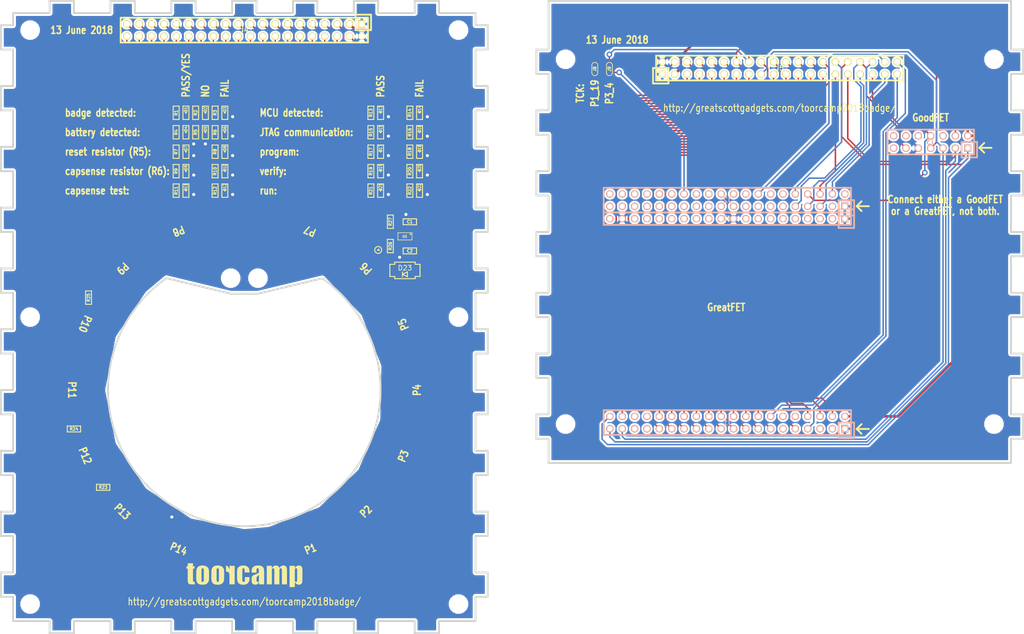
<source format=kicad_pcb>
(kicad_pcb (version 4) (host pcbnew 4.0.6)
  (title_block (title "Firefly Cap") (date "4 April 2018") (company "Copyright 2018 Great Scott Gadgets") (comment 1 "License: BSD-3-Clause, http://greatscottgadgets.com/toorcamp2018badge/"))
  (layers (0 Front signal) (31 Back signal) (34 B.Paste user hide) (35 F.Paste user hide) (36 B.SilkS user) (37 F.SilkS user) (38 B.Mask user) (39 F.Mask user) (44 Edge.Cuts user))
  (net 0 "")
  (net 1 /P2.6)
  (net 2 /P2.7)
  (net 3 /TCK)
  (net 4 /TDI)
  (net 5 /TDO)
  (net 6 /TEST)
  (net 7 /TMS)
  (net 8 /VTGT)
  (net 9 GND)
  (net 10 VCC)
  (net 11 /!RST)
  (net 12 "Net-(C2-Pad1)")
  (net 13 "Net-(D1-Pad2)")
  (net 14 "Net-(D2-Pad2)")
  (net 15 "Net-(D3-Pad2)")
  (net 16 "Net-(D4-Pad2)")
  (net 17 "Net-(D5-Pad2)")
  (net 18 "Net-(D6-Pad2)")
  (net 19 "Net-(D7-Pad2)")
  (net 20 "Net-(D8-Pad2)")
  (net 21 "Net-(D9-Pad2)")
  (net 22 "Net-(D10-Pad2)")
  (net 23 "Net-(D11-Pad2)")
  (net 24 "Net-(D12-Pad2)")
  (net 25 "Net-(D13-Pad2)")
  (net 26 "Net-(D14-Pad2)")
  (net 27 "Net-(D15-Pad2)")
  (net 28 "Net-(D16-Pad2)")
  (net 29 "Net-(D17-Pad2)")
  (net 30 "Net-(D18-Pad2)")
  (net 31 "Net-(D19-Pad2)")
  (net 32 "Net-(D20-Pad2)")
  (net 33 "Net-(D21-Pad2)")
  (net 34 "Net-(D22-Pad2)")
  (net 35 /P0_0)
  (net 36 /P0_1)
  (net 37 /P1_0)
  (net 38 /P5_0)
  (net 39 /P5_1)
  (net 40 /P1_5)
  (net 41 /P5_2)
  (net 42 /P1_7)
  (net 43 /P1_6)
  (net 44 /P1_9)
  (net 45 /P1_8)
  (net 46 /P5_3)
  (net 47 /P1_10)
  (net 48 /P1_12)
  (net 49 /P1_11)
  (net 50 /P5_5)
  (net 51 /P5_4)
  (net 52 /P1_14)
  (net 53 /P1_13)
  (net 54 /P5_6)
  (net 55 /P1_15)
  (net 56 /P5_7)
  (net 57 /P1_16)
  (net 58 /P1_18)
  (net 59 /P1_17)
  (net 60 /P1_20)
  (net 61 /P1_19)
  (net 62 /P1_4)
  (net 63 /P1_3)
  (net 64 /P4_0)
  (net 65 /ADC0_0)
  (net 66 /P4_5)
  (net 67 /P4_4)
  (net 68 /P4_2)
  (net 69 /P4_3)
  (net 70 /P4_6)
  (net 71 /P7_7)
  (net 72 /P3_4)
  (net 73 /VCTL)
  (net 74 /GF_TCK)
  (net 75 /TMS_ALT)
  (net 76 /GND_ALT)
  (net 77 /EUT_PRESENT)
  (net 78 /EUT_NOT_PRESENT)
  (net 79 /EUT_DETECT_FAULT)
  (net 80 /BAT_PRESENT)
  (net 81 /BAT_NOT_PRESENT)
  (net 82 /BAT_DETECT_FAULT)
  (net 83 /RST_TST)
  (net 84 /R5_PASS)
  (net 85 /P2.6_TST)
  (net 86 /R5_FAIL)
  (net 87 /P2.7_TST)
  (net 88 /R6_PASS)
  (net 89 /R6_FAIL)
  (net 90 /CAPSENSE_PASS)
  (net 91 /RUN_FAIL)
  (net 92 /CAPSENSE_FAIL)
  (net 93 /RUN_PASS)
  (net 94 /MCU_PASS)
  (net 95 /VERIFY_FAIL)
  (net 96 /MCU_FAIL)
  (net 97 /VERIFY_PASS)
  (net 98 /JTAG_PASS)
  (net 99 /PROGRAM_FAIL)
  (net 100 /JTAG_FAIL)
  (net 101 /PROGRAM_PASS)
  (net 102 "Net-(J6-Pad1)")
  (net 103 /P4_9)
  (net 104 /P4_10)
  (net 105 /P1_1)
  (net 106 /CLK0)
  (net 107 /P1_2)
  (net 108 /P9_5)
  (net 109 /P9_6)
  (net 110 /P2_0)
  (net 111 /P6_0)
  (net 112 /VBUS)
  (net 113 /P4_8)
  (net 114 /P4_7)
  (net 115 /CLK2)
  (net 116 /P2_8)
  (net 117 /P2_7)
  (net 118 /P2_6)
  (net 119 /WAKEUP0)
  (net 120 /P2_5)
  (net 121 /P2_4)
  (net 122 /P2_3)
  (net 123 /PF_4)
  (net 124 /P3_2)
  (net 125 /P7_2)
  (net 126 /P3_1)
  (net 127 /P7_1)
  (net 128 /P3_0)
  (net 129 /P7_0)
  (net 130 /P6_8)
  (net 131 /P3_7)
  (net 132 /P6_7)
  (net 133 /P3_3)
  (net 134 /P2_2)
  (net 135 /P6_6)
  (net 136 /P2_1)
  (net 137 /P6_3)
  (net 138 /P3_5)
  (net 139 /P3_6)
  (net 140 /I2C0_SDA)
  (net 141 /I2C0_SCL)
  (net 142 "Net-(J3-Pad6)")
  (net 143 "Net-(J3-Pad10)")
  (net 144 "Net-(J3-Pad12)")
  (net 145 "Net-(J3-Pad13)")
  (net 146 "Net-(J3-Pad14)")
  (net 147 /P6_4)
  (net 148 /P6_5)
  (net 149 /ADC0_5)
  (net 150 /ADC0_2)
  (net 151 /P2_9)
  (net 152 /P2_12)
  (net 153 /P2_13)
  (net 154 /RTC_ALARM)
  (net 155 /RESET)
  (net 156 /VBAT)
  (net 157 /P2_11)
  (net 158 /P2_10)
  (net 159 /P6_10)
  (net 160 /P6_9)
  (net 161 /P6_2)
  (net 162 /P6_1)
  (net 163 "Net-(P2-Pad1)")
  (net 164 "Net-(P2-Pad2)")
  (net 165 "Net-(P3-Pad1)")
  (net 166 "Net-(P3-Pad2)")
  (net 167 "Net-(P4-Pad1)")
  (net 168 "Net-(P4-Pad2)")
  (net 169 "Net-(P5-Pad1)")
  (net 170 "Net-(P5-Pad2)")
  (module Mounting_Holes:MountingHole_3.2mm_M3 (layer Front) (at 244 107)
    (fp_text reference REF** hide)
    (fp_text value MountingHole_3.2mm_M3)
    (pad 1 np_thru_hole circle (at 0 0) (size 3.2 3.2) (drill 3.2) (layers *.Cu *.Mask))
  )
  (module Mounting_Holes:MountingHole_3.2mm_M3 (layer Front) (at 156 107)
    (fp_text reference REF** hide)
    (fp_text value MountingHole_3.2mm_M3)
    (pad 1 np_thru_hole circle (at 0 0) (size 3.2 3.2) (drill 3.2) (layers *.Cu *.Mask))
  )
  (module Mounting_Holes:MountingHole_3.2mm_M3 (layer Front) (at 244 32)
    (fp_text reference REF** hide)
    (fp_text value MountingHole_3.2mm_M3)
    (pad 1 np_thru_hole circle (at 0 0) (size 3.2 3.2) (drill 3.2) (layers *.Cu *.Mask))
  )
  (module Mounting_Holes:MountingHole_3.2mm_M3 (layer Front) (at 156 32)
    (fp_text reference REF** hide)
    (fp_text value MountingHole_3.2mm_M3)
    (pad 1 np_thru_hole circle (at 0 0) (size 3.2 3.2) (drill 3.2) (layers *.Cu *.Mask))
  )
  (module gsg-modules:HEADER-2x20 (layer Front) (at 200 33.8)
    (fp_text reference J5 (at 0 0) (layer F.SilkS) (effects (font (size 1.016 1.016) (thickness 0.2032))))
    (fp_text value BACK_INTERCONNECT hide)
    (pad 1 thru_hole rect (at -24.13 1.27) (size 1.524 1.524) (drill 1.016) (layers *.Cu *.Mask F.SilkS) (net 9 GND))
    (pad 2 thru_hole circle (at -24.13 -1.27) (size 1.524 1.524) (drill 1.016) (layers *.Cu *.Mask F.SilkS) (net 9 GND))
    (pad 3 thru_hole circle (at -21.59 1.27) (size 1.524 1.524) (drill 1.016) (layers *.Cu *.Mask F.SilkS) (net 10 VCC))
    (pad 4 thru_hole circle (at -21.59 -1.27) (size 1.524 1.524) (drill 1.016) (layers *.Cu *.Mask F.SilkS) (net 58 /P1_18))
    (pad 5 thru_hole circle (at -19.05 1.27) (size 1.524 1.524) (drill 1.016) (layers *.Cu *.Mask F.SilkS) (net 59 /P1_17))
    (pad 6 thru_hole circle (at -19.05 -1.27) (size 1.524 1.524) (drill 1.016) (layers *.Cu *.Mask F.SilkS) (net 56 /P5_7))
    (pad 7 thru_hole circle (at -16.51 1.27) (size 1.524 1.524) (drill 1.016) (layers *.Cu *.Mask F.SilkS) (net 57 /P1_16))
    (pad 8 thru_hole circle (at -16.51 -1.27) (size 1.524 1.524) (drill 1.016) (layers *.Cu *.Mask F.SilkS) (net 54 /P5_6))
    (pad 9 thru_hole circle (at -13.97 1.27) (size 1.524 1.524) (drill 1.016) (layers *.Cu *.Mask F.SilkS) (net 55 /P1_15))
    (pad 10 thru_hole circle (at -13.97 -1.27) (size 1.524 1.524) (drill 1.016) (layers *.Cu *.Mask F.SilkS) (net 52 /P1_14))
    (pad 11 thru_hole circle (at -11.43 1.27) (size 1.524 1.524) (drill 1.016) (layers *.Cu *.Mask F.SilkS) (net 53 /P1_13))
    (pad 12 thru_hole circle (at -11.43 -1.27) (size 1.524 1.524) (drill 1.016) (layers *.Cu *.Mask F.SilkS) (net 50 /P5_5))
    (pad 13 thru_hole circle (at -8.89 1.27) (size 1.524 1.524) (drill 1.016) (layers *.Cu *.Mask F.SilkS) (net 51 /P5_4))
    (pad 14 thru_hole circle (at -8.89 -1.27) (size 1.524 1.524) (drill 1.016) (layers *.Cu *.Mask F.SilkS) (net 48 /P1_12))
    (pad 15 thru_hole circle (at -6.35 1.27) (size 1.524 1.524) (drill 1.016) (layers *.Cu *.Mask F.SilkS) (net 49 /P1_11))
    (pad 16 thru_hole circle (at -6.35 -1.27) (size 1.524 1.524) (drill 1.016) (layers *.Cu *.Mask F.SilkS) (net 74 /GF_TCK))
    (pad 17 thru_hole circle (at -3.81 1.27) (size 1.524 1.524) (drill 1.016) (layers *.Cu *.Mask F.SilkS) (net 60 /P1_20))
    (pad 18 thru_hole circle (at -3.81 -1.27) (size 1.524 1.524) (drill 1.016) (layers *.Cu *.Mask F.SilkS) (net 46 /P5_3))
    (pad 19 thru_hole circle (at -1.27 1.27) (size 1.524 1.524) (drill 1.016) (layers *.Cu *.Mask F.SilkS) (net 47 /P1_10))
    (pad 20 thru_hole circle (at -1.27 -1.27) (size 1.524 1.524) (drill 1.016) (layers *.Cu *.Mask F.SilkS) (net 44 /P1_9))
    (pad 21 thru_hole circle (at 1.27 1.27) (size 1.524 1.524) (drill 1.016) (layers *.Cu *.Mask F.SilkS) (net 45 /P1_8))
    (pad 22 thru_hole circle (at 1.27 -1.27) (size 1.524 1.524) (drill 1.016) (layers *.Cu *.Mask F.SilkS) (net 42 /P1_7))
    (pad 23 thru_hole circle (at 3.81 1.27) (size 1.524 1.524) (drill 1.016) (layers *.Cu *.Mask F.SilkS) (net 43 /P1_6))
    (pad 24 thru_hole circle (at 3.81 -1.27) (size 1.524 1.524) (drill 1.016) (layers *.Cu *.Mask F.SilkS) (net 40 /P1_5))
    (pad 25 thru_hole circle (at 6.35 1.27) (size 1.524 1.524) (drill 1.016) (layers *.Cu *.Mask F.SilkS) (net 39 /P5_1))
    (pad 26 thru_hole circle (at 6.35 -1.27) (size 1.524 1.524) (drill 1.016) (layers *.Cu *.Mask F.SilkS) (net 38 /P5_0))
    (pad 27 thru_hole circle (at 8.89 1.27) (size 1.524 1.524) (drill 1.016) (layers *.Cu *.Mask F.SilkS) (net 36 /P0_1))
    (pad 28 thru_hole circle (at 8.89 -1.27) (size 1.524 1.524) (drill 1.016) (layers *.Cu *.Mask F.SilkS) (net 35 /P0_0))
    (pad 29 thru_hole circle (at 11.43 1.27) (size 1.524 1.524) (drill 1.016) (layers *.Cu *.Mask F.SilkS) (net 66 /P4_5))
    (pad 30 thru_hole circle (at 11.43 -1.27) (size 1.524 1.524) (drill 1.016) (layers *.Cu *.Mask F.SilkS) (net 70 /P4_6))
    (pad 31 thru_hole circle (at 13.97 1.27) (size 1.524 1.524) (drill 1.016) (layers *.Cu *.Mask F.SilkS) (net 62 /P1_4))
    (pad 32 thru_hole circle (at 13.97 -1.27) (size 1.524 1.524) (drill 1.016) (layers *.Cu *.Mask F.SilkS) (net 63 /P1_3))
    (pad 33 thru_hole circle (at 16.51 1.27) (size 1.524 1.524) (drill 1.016) (layers *.Cu *.Mask F.SilkS) (net 67 /P4_4))
    (pad 34 thru_hole circle (at 16.51 -1.27) (size 1.524 1.524) (drill 1.016) (layers *.Cu *.Mask F.SilkS) (net 69 /P4_3))
    (pad 35 thru_hole circle (at 19.05 1.27) (size 1.524 1.524) (drill 1.016) (layers *.Cu *.Mask F.SilkS) (net 68 /P4_2))
    (pad 36 thru_hole circle (at 19.05 -1.27) (size 1.524 1.524) (drill 1.016) (layers *.Cu *.Mask F.SilkS) (net 65 /ADC0_0))
    (pad 37 thru_hole circle (at 21.59 1.27) (size 1.524 1.524) (drill 1.016) (layers *.Cu *.Mask F.SilkS) (net 64 /P4_0))
    (pad 38 thru_hole circle (at 21.59 -1.27) (size 1.524 1.524) (drill 1.016) (layers *.Cu *.Mask F.SilkS) (net 71 /P7_7))
    (pad 39 thru_hole circle (at 24.13 1.27) (size 1.524 1.524) (drill 1.016) (layers *.Cu *.Mask F.SilkS) (net 41 /P5_2))
    (pad 40 thru_hole circle (at 24.13 -1.27) (size 1.524 1.524) (drill 1.016) (layers *.Cu *.Mask F.SilkS) (net 37 /P1_0))
  )
  (module gsg-modules:HEADER-2x20 (layer Back) (at 189.23 106.68 180)
    (fp_text reference J1 (at 0 0 180) (layer B.SilkS) (effects (font (size 1.016 1.016) (thickness 0.2032)) (justify mirror)))
    (fp_text value NEIGHBOR1 hide)
    (pad 1 thru_hole rect (at -24.13 -1.27 180) (size 1.524 1.524) (drill 1.016) (layers *.Cu *.Mask B.SilkS) (net 9 GND))
    (pad 2 thru_hole circle (at -24.13 1.27 180) (size 1.524 1.524) (drill 1.016) (layers *.Cu *.Mask B.SilkS) (net 10 VCC))
    (pad 3 thru_hole circle (at -21.59 -1.27 180) (size 1.524 1.524) (drill 1.016) (layers *.Cu *.Mask B.SilkS) (net 103 /P4_9))
    (pad 4 thru_hole circle (at -21.59 1.27 180) (size 1.524 1.524) (drill 1.016) (layers *.Cu *.Mask B.SilkS) (net 35 /P0_0))
    (pad 5 thru_hole circle (at -19.05 -1.27 180) (size 1.524 1.524) (drill 1.016) (layers *.Cu *.Mask B.SilkS) (net 104 /P4_10))
    (pad 6 thru_hole circle (at -19.05 1.27 180) (size 1.524 1.524) (drill 1.016) (layers *.Cu *.Mask B.SilkS) (net 36 /P0_1))
    (pad 7 thru_hole circle (at -16.51 -1.27 180) (size 1.524 1.524) (drill 1.016) (layers *.Cu *.Mask B.SilkS) (net 37 /P1_0))
    (pad 8 thru_hole circle (at -16.51 1.27 180) (size 1.524 1.524) (drill 1.016) (layers *.Cu *.Mask B.SilkS) (net 38 /P5_0))
    (pad 9 thru_hole circle (at -13.97 -1.27 180) (size 1.524 1.524) (drill 1.016) (layers *.Cu *.Mask B.SilkS) (net 39 /P5_1))
    (pad 10 thru_hole circle (at -13.97 1.27 180) (size 1.524 1.524) (drill 1.016) (layers *.Cu *.Mask B.SilkS) (net 105 /P1_1))
    (pad 11 thru_hole circle (at -11.43 -1.27 180) (size 1.524 1.524) (drill 1.016) (layers *.Cu *.Mask B.SilkS) (net 106 /CLK0))
    (pad 12 thru_hole circle (at -11.43 1.27 180) (size 1.524 1.524) (drill 1.016) (layers *.Cu *.Mask B.SilkS) (net 107 /P1_2))
    (pad 13 thru_hole circle (at -8.89 -1.27 180) (size 1.524 1.524) (drill 1.016) (layers *.Cu *.Mask B.SilkS) (net 40 /P1_5))
    (pad 14 thru_hole circle (at -8.89 1.27 180) (size 1.524 1.524) (drill 1.016) (layers *.Cu *.Mask B.SilkS) (net 41 /P5_2))
    (pad 15 thru_hole circle (at -6.35 -1.27 180) (size 1.524 1.524) (drill 1.016) (layers *.Cu *.Mask B.SilkS) (net 42 /P1_7))
    (pad 16 thru_hole circle (at -6.35 1.27 180) (size 1.524 1.524) (drill 1.016) (layers *.Cu *.Mask B.SilkS) (net 43 /P1_6))
    (pad 17 thru_hole circle (at -3.81 -1.27 180) (size 1.524 1.524) (drill 1.016) (layers *.Cu *.Mask B.SilkS) (net 44 /P1_9))
    (pad 18 thru_hole circle (at -3.81 1.27 180) (size 1.524 1.524) (drill 1.016) (layers *.Cu *.Mask B.SilkS) (net 45 /P1_8))
    (pad 19 thru_hole circle (at -1.27 -1.27 180) (size 1.524 1.524) (drill 1.016) (layers *.Cu *.Mask B.SilkS) (net 46 /P5_3))
    (pad 20 thru_hole circle (at -1.27 1.27 180) (size 1.524 1.524) (drill 1.016) (layers *.Cu *.Mask B.SilkS) (net 47 /P1_10))
    (pad 21 thru_hole circle (at 1.27 -1.27 180) (size 1.524 1.524) (drill 1.016) (layers *.Cu *.Mask B.SilkS) (net 48 /P1_12))
    (pad 22 thru_hole circle (at 1.27 1.27 180) (size 1.524 1.524) (drill 1.016) (layers *.Cu *.Mask B.SilkS) (net 49 /P1_11))
    (pad 23 thru_hole circle (at 3.81 -1.27 180) (size 1.524 1.524) (drill 1.016) (layers *.Cu *.Mask B.SilkS) (net 50 /P5_5))
    (pad 24 thru_hole circle (at 3.81 1.27 180) (size 1.524 1.524) (drill 1.016) (layers *.Cu *.Mask B.SilkS) (net 51 /P5_4))
    (pad 25 thru_hole circle (at 6.35 -1.27 180) (size 1.524 1.524) (drill 1.016) (layers *.Cu *.Mask B.SilkS) (net 52 /P1_14))
    (pad 26 thru_hole circle (at 6.35 1.27 180) (size 1.524 1.524) (drill 1.016) (layers *.Cu *.Mask B.SilkS) (net 53 /P1_13))
    (pad 27 thru_hole circle (at 8.89 -1.27 180) (size 1.524 1.524) (drill 1.016) (layers *.Cu *.Mask B.SilkS) (net 54 /P5_6))
    (pad 28 thru_hole circle (at 8.89 1.27 180) (size 1.524 1.524) (drill 1.016) (layers *.Cu *.Mask B.SilkS) (net 55 /P1_15))
    (pad 29 thru_hole circle (at 11.43 -1.27 180) (size 1.524 1.524) (drill 1.016) (layers *.Cu *.Mask B.SilkS) (net 56 /P5_7))
    (pad 30 thru_hole circle (at 11.43 1.27 180) (size 1.524 1.524) (drill 1.016) (layers *.Cu *.Mask B.SilkS) (net 57 /P1_16))
    (pad 31 thru_hole circle (at 13.97 -1.27 180) (size 1.524 1.524) (drill 1.016) (layers *.Cu *.Mask B.SilkS) (net 58 /P1_18))
    (pad 32 thru_hole circle (at 13.97 1.27 180) (size 1.524 1.524) (drill 1.016) (layers *.Cu *.Mask B.SilkS) (net 59 /P1_17))
    (pad 33 thru_hole circle (at 16.51 -1.27 180) (size 1.524 1.524) (drill 1.016) (layers *.Cu *.Mask B.SilkS) (net 108 /P9_5))
    (pad 34 thru_hole circle (at 16.51 1.27 180) (size 1.524 1.524) (drill 1.016) (layers *.Cu *.Mask B.SilkS) (net 109 /P9_6))
    (pad 35 thru_hole circle (at 19.05 -1.27 180) (size 1.524 1.524) (drill 1.016) (layers *.Cu *.Mask B.SilkS) (net 110 /P2_0))
    (pad 36 thru_hole circle (at 19.05 1.27 180) (size 1.524 1.524) (drill 1.016) (layers *.Cu *.Mask B.SilkS) (net 111 /P6_0))
    (pad 37 thru_hole circle (at 21.59 -1.27 180) (size 1.524 1.524) (drill 1.016) (layers *.Cu *.Mask B.SilkS) (net 60 /P1_20))
    (pad 38 thru_hole circle (at 21.59 1.27 180) (size 1.524 1.524) (drill 1.016) (layers *.Cu *.Mask B.SilkS) (net 61 /P1_19))
    (pad 39 thru_hole circle (at 24.13 -1.27 180) (size 1.524 1.524) (drill 1.016) (layers *.Cu *.Mask B.SilkS) (net 62 /P1_4))
    (pad 40 thru_hole circle (at 24.13 1.27 180) (size 1.524 1.524) (drill 1.016) (layers *.Cu *.Mask B.SilkS) (net 63 /P1_3))
  )
  (module gsg-modules:HEADER-2x20 (layer Back) (at 189.23 60.96 180)
    (fp_text reference J2 (at 0 0 180) (layer B.SilkS) (effects (font (size 1.016 1.016) (thickness 0.2032)) (justify mirror)))
    (fp_text value NEIGHBOR2 hide)
    (pad 1 thru_hole rect (at -24.13 -1.27 180) (size 1.524 1.524) (drill 1.016) (layers *.Cu *.Mask B.SilkS) (net 9 GND))
    (pad 2 thru_hole circle (at -24.13 1.27 180) (size 1.524 1.524) (drill 1.016) (layers *.Cu *.Mask B.SilkS) (net 112 /VBUS))
    (pad 3 thru_hole circle (at -21.59 -1.27 180) (size 1.524 1.524) (drill 1.016) (layers *.Cu *.Mask B.SilkS) (net 113 /P4_8))
    (pad 4 thru_hole circle (at -21.59 1.27 180) (size 1.524 1.524) (drill 1.016) (layers *.Cu *.Mask B.SilkS) (net 64 /P4_0))
    (pad 5 thru_hole circle (at -19.05 -1.27 180) (size 1.524 1.524) (drill 1.016) (layers *.Cu *.Mask B.SilkS) (net 65 /ADC0_0))
    (pad 6 thru_hole circle (at -19.05 1.27 180) (size 1.524 1.524) (drill 1.016) (layers *.Cu *.Mask B.SilkS) (net 66 /P4_5))
    (pad 7 thru_hole circle (at -16.51 -1.27 180) (size 1.524 1.524) (drill 1.016) (layers *.Cu *.Mask B.SilkS) (net 67 /P4_4))
    (pad 8 thru_hole circle (at -16.51 1.27 180) (size 1.524 1.524) (drill 1.016) (layers *.Cu *.Mask B.SilkS) (net 68 /P4_2))
    (pad 9 thru_hole circle (at -13.97 -1.27 180) (size 1.524 1.524) (drill 1.016) (layers *.Cu *.Mask B.SilkS) (net 69 /P4_3))
    (pad 10 thru_hole circle (at -13.97 1.27 180) (size 1.524 1.524) (drill 1.016) (layers *.Cu *.Mask B.SilkS) (net 70 /P4_6))
    (pad 11 thru_hole circle (at -11.43 -1.27 180) (size 1.524 1.524) (drill 1.016) (layers *.Cu *.Mask B.SilkS) (net 114 /P4_7))
    (pad 12 thru_hole circle (at -11.43 1.27 180) (size 1.524 1.524) (drill 1.016) (layers *.Cu *.Mask B.SilkS) (net 115 /CLK2))
    (pad 13 thru_hole circle (at -8.89 -1.27 180) (size 1.524 1.524) (drill 1.016) (layers *.Cu *.Mask B.SilkS) (net 116 /P2_8))
    (pad 14 thru_hole circle (at -8.89 1.27 180) (size 1.524 1.524) (drill 1.016) (layers *.Cu *.Mask B.SilkS) (net 117 /P2_7))
    (pad 15 thru_hole circle (at -6.35 -1.27 180) (size 1.524 1.524) (drill 1.016) (layers *.Cu *.Mask B.SilkS) (net 118 /P2_6))
    (pad 16 thru_hole circle (at -6.35 1.27 180) (size 1.524 1.524) (drill 1.016) (layers *.Cu *.Mask B.SilkS) (net 71 /P7_7))
    (pad 17 thru_hole circle (at -3.81 -1.27 180) (size 1.524 1.524) (drill 1.016) (layers *.Cu *.Mask B.SilkS) (net 119 /WAKEUP0))
    (pad 18 thru_hole circle (at -3.81 1.27 180) (size 1.524 1.524) (drill 1.016) (layers *.Cu *.Mask B.SilkS) (net 120 /P2_5))
    (pad 19 thru_hole circle (at -1.27 -1.27 180) (size 1.524 1.524) (drill 1.016) (layers *.Cu *.Mask B.SilkS) (net 121 /P2_4))
    (pad 20 thru_hole circle (at -1.27 1.27 180) (size 1.524 1.524) (drill 1.016) (layers *.Cu *.Mask B.SilkS) (net 122 /P2_3))
    (pad 21 thru_hole circle (at 1.27 -1.27 180) (size 1.524 1.524) (drill 1.016) (layers *.Cu *.Mask B.SilkS) (net 123 /PF_4))
    (pad 22 thru_hole circle (at 1.27 1.27 180) (size 1.524 1.524) (drill 1.016) (layers *.Cu *.Mask B.SilkS) (net 124 /P3_2))
    (pad 23 thru_hole circle (at 3.81 -1.27 180) (size 1.524 1.524) (drill 1.016) (layers *.Cu *.Mask B.SilkS) (net 125 /P7_2))
    (pad 24 thru_hole circle (at 3.81 1.27 180) (size 1.524 1.524) (drill 1.016) (layers *.Cu *.Mask B.SilkS) (net 126 /P3_1))
    (pad 25 thru_hole circle (at 6.35 -1.27 180) (size 1.524 1.524) (drill 1.016) (layers *.Cu *.Mask B.SilkS) (net 127 /P7_1))
    (pad 26 thru_hole circle (at 6.35 1.27 180) (size 1.524 1.524) (drill 1.016) (layers *.Cu *.Mask B.SilkS) (net 128 /P3_0))
    (pad 27 thru_hole circle (at 8.89 -1.27 180) (size 1.524 1.524) (drill 1.016) (layers *.Cu *.Mask B.SilkS) (net 129 /P7_0))
    (pad 28 thru_hole circle (at 8.89 1.27 180) (size 1.524 1.524) (drill 1.016) (layers *.Cu *.Mask B.SilkS) (net 72 /P3_4))
    (pad 29 thru_hole circle (at 11.43 -1.27 180) (size 1.524 1.524) (drill 1.016) (layers *.Cu *.Mask B.SilkS) (net 130 /P6_8))
    (pad 30 thru_hole circle (at 11.43 1.27 180) (size 1.524 1.524) (drill 1.016) (layers *.Cu *.Mask B.SilkS) (net 131 /P3_7))
    (pad 31 thru_hole circle (at 13.97 -1.27 180) (size 1.524 1.524) (drill 1.016) (layers *.Cu *.Mask B.SilkS) (net 132 /P6_7))
    (pad 32 thru_hole circle (at 13.97 1.27 180) (size 1.524 1.524) (drill 1.016) (layers *.Cu *.Mask B.SilkS) (net 133 /P3_3))
    (pad 33 thru_hole circle (at 16.51 -1.27 180) (size 1.524 1.524) (drill 1.016) (layers *.Cu *.Mask B.SilkS) (net 134 /P2_2))
    (pad 34 thru_hole circle (at 16.51 1.27 180) (size 1.524 1.524) (drill 1.016) (layers *.Cu *.Mask B.SilkS) (net 135 /P6_6))
    (pad 35 thru_hole circle (at 19.05 -1.27 180) (size 1.524 1.524) (drill 1.016) (layers *.Cu *.Mask B.SilkS) (net 136 /P2_1))
    (pad 36 thru_hole circle (at 19.05 1.27 180) (size 1.524 1.524) (drill 1.016) (layers *.Cu *.Mask B.SilkS) (net 137 /P6_3))
    (pad 37 thru_hole circle (at 21.59 -1.27 180) (size 1.524 1.524) (drill 1.016) (layers *.Cu *.Mask B.SilkS) (net 138 /P3_5))
    (pad 38 thru_hole circle (at 21.59 1.27 180) (size 1.524 1.524) (drill 1.016) (layers *.Cu *.Mask B.SilkS) (net 139 /P3_6))
    (pad 39 thru_hole circle (at 24.13 -1.27 180) (size 1.524 1.524) (drill 1.016) (layers *.Cu *.Mask B.SilkS) (net 140 /I2C0_SDA))
    (pad 40 thru_hole circle (at 24.13 1.27 180) (size 1.524 1.524) (drill 1.016) (layers *.Cu *.Mask B.SilkS) (net 141 /I2C0_SCL))
  )
  (module gsg-modules:HEADER-1x20 (layer Back) (at 189.23 64.77 180)
    (fp_text reference J7 (at 0 0 180) (layer B.SilkS) (effects (font (size 1.016 1.016) (thickness 0.2032)) (justify mirror)))
    (fp_text value BONUS_ROW hide)
    (pad 1 thru_hole rect (at -24.13 0 180) (size 1.524 1.524) (drill 1.016) (layers *.Cu *.Mask B.SilkS) (net 9 GND))
    (pad 2 thru_hole circle (at -21.59 0 180) (size 1.524 1.524) (drill 1.016) (layers *.Cu *.Mask B.SilkS) (net 147 /P6_4))
    (pad 3 thru_hole circle (at -19.05 0 180) (size 1.524 1.524) (drill 1.016) (layers *.Cu *.Mask B.SilkS) (net 148 /P6_5))
    (pad 4 thru_hole circle (at -16.51 0 180) (size 1.524 1.524) (drill 1.016) (layers *.Cu *.Mask B.SilkS) (net 149 /ADC0_5))
    (pad 5 thru_hole circle (at -13.97 0 180) (size 1.524 1.524) (drill 1.016) (layers *.Cu *.Mask B.SilkS) (net 150 /ADC0_2))
    (pad 6 thru_hole circle (at -11.43 0 180) (size 1.524 1.524) (drill 1.016) (layers *.Cu *.Mask B.SilkS) (net 151 /P2_9))
    (pad 7 thru_hole circle (at -8.89 0 180) (size 1.524 1.524) (drill 1.016) (layers *.Cu *.Mask B.SilkS) (net 152 /P2_12))
    (pad 8 thru_hole circle (at -6.35 0 180) (size 1.524 1.524) (drill 1.016) (layers *.Cu *.Mask B.SilkS) (net 153 /P2_13))
    (pad 9 thru_hole circle (at -3.81 0 180) (size 1.524 1.524) (drill 1.016) (layers *.Cu *.Mask B.SilkS) (net 154 /RTC_ALARM))
    (pad 10 thru_hole circle (at -1.27 0 180) (size 1.524 1.524) (drill 1.016) (layers *.Cu *.Mask B.SilkS) (net 9 GND))
    (pad 11 thru_hole circle (at 1.27 0 180) (size 1.524 1.524) (drill 1.016) (layers *.Cu *.Mask B.SilkS) (net 155 /RESET))
    (pad 12 thru_hole circle (at 3.81 0 180) (size 1.524 1.524) (drill 1.016) (layers *.Cu *.Mask B.SilkS) (net 156 /VBAT))
    (pad 13 thru_hole circle (at 6.35 0 180) (size 1.524 1.524) (drill 1.016) (layers *.Cu *.Mask B.SilkS) (net 157 /P2_11))
    (pad 14 thru_hole circle (at 8.89 0 180) (size 1.524 1.524) (drill 1.016) (layers *.Cu *.Mask B.SilkS) (net 158 /P2_10))
    (pad 15 thru_hole circle (at 11.43 0 180) (size 1.524 1.524) (drill 1.016) (layers *.Cu *.Mask B.SilkS) (net 159 /P6_10))
    (pad 16 thru_hole circle (at 13.97 0 180) (size 1.524 1.524) (drill 1.016) (layers *.Cu *.Mask B.SilkS) (net 160 /P6_9))
    (pad 17 thru_hole circle (at 16.51 0 180) (size 1.524 1.524) (drill 1.016) (layers *.Cu *.Mask B.SilkS) (net 161 /P6_2))
    (pad 18 thru_hole circle (at 19.05 0 180) (size 1.524 1.524) (drill 1.016) (layers *.Cu *.Mask B.SilkS) (net 162 /P6_1))
    (pad 19 thru_hole circle (at 21.59 0 180) (size 1.524 1.524) (drill 1.016) (layers *.Cu *.Mask B.SilkS) (net 9 GND))
    (pad 20 thru_hole circle (at 24.13 0 180) (size 1.524 1.524) (drill 1.016) (layers *.Cu *.Mask B.SilkS) (net 10 VCC))
  )
  (module gsg-modules:HEADER-2x7 (layer Back) (at 231 49 180)
    (fp_text reference J3 (at 0 0 180) (layer B.SilkS) (effects (font (size 1.016 1.016) (thickness 0.2032)) (justify mirror)))
    (fp_text value GOODFET hide)
    (pad 1 thru_hole rect (at -7.62 -1.27 180) (size 1.524 1.524) (drill 1.016) (layers *.Cu *.Mask B.SilkS) (net 63 /P1_3))
    (pad 2 thru_hole circle (at -7.62 1.27 180) (size 1.524 1.524) (drill 1.016) (layers *.Cu *.Mask B.SilkS) (net 10 VCC))
    (pad 3 thru_hole circle (at -5.08 -1.27 180) (size 1.524 1.524) (drill 1.016) (layers *.Cu *.Mask B.SilkS) (net 62 /P1_4))
    (pad 4 thru_hole circle (at -5.08 1.27 180) (size 1.524 1.524) (drill 1.016) (layers *.Cu *.Mask B.SilkS) (net 48 /P1_12))
    (pad 5 thru_hole circle (at -2.54 -1.27 180) (size 1.524 1.524) (drill 1.016) (layers *.Cu *.Mask B.SilkS) (net 60 /P1_20))
    (pad 6 thru_hole circle (at -2.54 1.27 180) (size 1.524 1.524) (drill 1.016) (layers *.Cu *.Mask B.SilkS) (net 142 "Net-(J3-Pad6)"))
    (pad 7 thru_hole circle (at 0 -1.27 180) (size 1.524 1.524) (drill 1.016) (layers *.Cu *.Mask B.SilkS) (net 74 /GF_TCK))
    (pad 8 thru_hole circle (at 0 1.27 180) (size 1.524 1.524) (drill 1.016) (layers *.Cu *.Mask B.SilkS) (net 68 /P4_2))
    (pad 9 thru_hole circle (at 2.54 -1.27 180) (size 1.524 1.524) (drill 1.016) (layers *.Cu *.Mask B.SilkS) (net 9 GND))
    (pad 10 thru_hole circle (at 2.54 1.27 180) (size 1.524 1.524) (drill 1.016) (layers *.Cu *.Mask B.SilkS) (net 143 "Net-(J3-Pad10)"))
    (pad 11 thru_hole circle (at 5.08 -1.27 180) (size 1.524 1.524) (drill 1.016) (layers *.Cu *.Mask B.SilkS) (net 69 /P4_3))
    (pad 12 thru_hole circle (at 5.08 1.27 180) (size 1.524 1.524) (drill 1.016) (layers *.Cu *.Mask B.SilkS) (net 144 "Net-(J3-Pad12)"))
    (pad 13 thru_hole circle (at 7.62 -1.27 180) (size 1.524 1.524) (drill 1.016) (layers *.Cu *.Mask B.SilkS) (net 145 "Net-(J3-Pad13)"))
    (pad 14 thru_hole circle (at 7.62 1.27 180) (size 1.524 1.524) (drill 1.016) (layers *.Cu *.Mask B.SilkS) (net 146 "Net-(J3-Pad14)"))
  )
  (module gsg-modules:0603-JUMPER (layer Front) (at 162 34 270)
    (fp_text reference J8 (at 0 0 270) (layer F.SilkS) (effects (font (size 0.6096 0.6096) (thickness 0.1524))))
    (fp_text value TEST_2P hide)
    (pad 1 smd oval (at -0.6477 0 270) (size 1.0922 0.8636) (layers Front F.Mask) (net 74 /GF_TCK))
    (pad 2 smd rect (at 0.3556 0 270) (size 0.508 0.8636) (layers Front F.Mask) (net 61 /P1_19))
    (pad 1 smd rect (at -0.3556 0 270) (size 0.508 0.8636) (layers Front F.Mask) (net 74 /GF_TCK))
    (pad 2 smd oval (at 0.6477 0 270) (size 1.0922 0.8636) (layers Front F.Mask) (net 61 /P1_19))
  )
  (module gsg-modules:0603-JUMPER (layer Front) (at 165 34 270)
    (fp_text reference J9 (at 0 0 270) (layer F.SilkS) (effects (font (size 0.6096 0.6096) (thickness 0.1524))))
    (fp_text value TEST_2P hide)
    (pad 1 smd oval (at -0.6477 0 270) (size 1.0922 0.8636) (layers Front F.Mask) (net 74 /GF_TCK))
    (pad 2 smd rect (at 0.3556 0 270) (size 0.508 0.8636) (layers Front F.Mask) (net 72 /P3_4))
    (pad 1 smd rect (at -0.3556 0 270) (size 0.508 0.8636) (layers Front F.Mask) (net 74 /GF_TCK))
    (pad 2 smd oval (at 0.6477 0 270) (size 1.0922 0.8636) (layers Front F.Mask) (net 72 /P3_4))
  )
  (module Mounting_Holes:MountingHole_3.2mm_M3 (layer Front) (at 134 85)
    (fp_text reference REF** hide)
    (fp_text value MountingHole_3.2mm_M3)
    (pad 1 np_thru_hole circle (at 0 0) (size 3.2 3.2) (drill 3.2) (layers *.Cu *.Mask))
  )
  (module Mounting_Holes:MountingHole_3.2mm_M3 (layer Front) (at 46 85)
    (fp_text reference REF** hide)
    (fp_text value MountingHole_3.2mm_M3)
    (pad 1 np_thru_hole circle (at 0 0) (size 3.2 3.2) (drill 3.2) (layers *.Cu *.Mask))
  )
  (module Mounting_Holes:MountingHole_3.2mm_M3 (layer Front) (at 46 144)
    (fp_text reference REF** hide)
    (fp_text value MountingHole_3.2mm_M3)
    (pad 1 np_thru_hole circle (at 0 0) (size 3.2 3.2) (drill 3.2) (layers *.Cu *.Mask))
  )
  (module Mounting_Holes:MountingHole_3.2mm_M3 (layer Front) (at 134 144)
    (fp_text reference REF** hide)
    (fp_text value MountingHole_3.2mm_M3)
    (pad 1 np_thru_hole circle (at 0 0) (size 3.2 3.2) (drill 3.2) (layers *.Cu *.Mask))
  )
  (module Mounting_Holes:MountingHole_3.2mm_M3 (layer Front) (at 134 26)
    (fp_text reference REF** hide)
    (fp_text value MountingHole_3.2mm_M3)
    (pad 1 np_thru_hole circle (at 0 0) (size 3.2 3.2) (drill 3.2) (layers *.Cu *.Mask))
  )
  (module Mounting_Holes:MountingHole_3.2mm_M3 (layer Front) (at 46 26)
    (fp_text reference REF** hide)
    (fp_text value MountingHole_3.2mm_M3)
    (pad 1 np_thru_hole circle (at 0 0) (size 3.2 3.2) (drill 3.2) (layers *.Cu *.Mask))
  )
  (module Mounting_Holes:MountingHole_3.2mm_M3 (layer Front) (at 92.8 77)
    (fp_text reference REF** hide)
    (fp_text value MountingHole_3.2mm_M3)
    (pad 1 np_thru_hole circle (at 0 0) (size 3.2 3.2) (drill 3.2) (layers *.Cu *.Mask))
  )
  (module gsg-modules:0603 (layer Front) (at 124 65.4 180)
    (fp_text reference C1 (at 0 0 180) (layer F.SilkS) (effects (font (size 0.6096 0.6096) (thickness 0.1524))))
    (fp_text value 1uF hide)
    (pad 2 smd rect (at 0.762 0 180) (size 0.8636 0.8636) (layers Front F.Paste F.Mask) (net 9 GND))
    (pad 1 smd rect (at -0.762 0 180) (size 0.8636 0.8636) (layers Front F.Paste F.Mask) (net 10 VCC))
  )
  (module gsg-modules:0603 (layer Front) (at 124 71.4 180)
    (fp_text reference C2 (at 0 0 180) (layer F.SilkS) (effects (font (size 0.6096 0.6096) (thickness 0.1524))))
    (fp_text value 1uF hide)
    (pad 2 smd rect (at 0.762 0 180) (size 0.8636 0.8636) (layers Front F.Paste F.Mask) (net 9 GND))
    (pad 1 smd rect (at -0.762 0 180) (size 0.8636 0.8636) (layers Front F.Paste F.Mask) (net 12 "Net-(C2-Pad1)"))
  )
  (module gsg-modules:SOD128 (layer Front) (at 123 75.4)
    (fp_text reference D23 (at 0 -0.5) (layer F.SilkS))
    (fp_text value D hide)
    (pad 1 smd rect (at -2.2 0 180) (size 1.4 2.1) (layers Front F.Paste F.Mask) (net 8 /VTGT))
    (pad 2 smd rect (at 2.2 0 180) (size 1.4 2.1) (layers Front F.Paste F.Mask) (net 12 "Net-(C2-Pad1)"))
  )
  (module gsg-modules:HEADER-2x20 (layer Front) (at 90 26 180)
    (fp_text reference J4 (at 0 0 180) (layer F.SilkS) (effects (font (size 1.016 1.016) (thickness 0.2032))))
    (fp_text value TOP_INTERCONNECT hide)
    (pad 1 thru_hole rect (at -24.13 1.27 180) (size 1.524 1.524) (drill 1.016) (layers *.Cu *.Mask F.SilkS) (net 9 GND))
    (pad 2 thru_hole circle (at -24.13 -1.27 180) (size 1.524 1.524) (drill 1.016) (layers *.Cu *.Mask F.SilkS) (net 9 GND))
    (pad 3 thru_hole circle (at -21.59 1.27 180) (size 1.524 1.524) (drill 1.016) (layers *.Cu *.Mask F.SilkS) (net 10 VCC))
    (pad 4 thru_hole circle (at -21.59 -1.27 180) (size 1.524 1.524) (drill 1.016) (layers *.Cu *.Mask F.SilkS) (net 91 /RUN_FAIL))
    (pad 5 thru_hole circle (at -19.05 1.27 180) (size 1.524 1.524) (drill 1.016) (layers *.Cu *.Mask F.SilkS) (net 95 /VERIFY_FAIL))
    (pad 6 thru_hole circle (at -19.05 -1.27 180) (size 1.524 1.524) (drill 1.016) (layers *.Cu *.Mask F.SilkS) (net 99 /PROGRAM_FAIL))
    (pad 7 thru_hole circle (at -16.51 1.27 180) (size 1.524 1.524) (drill 1.016) (layers *.Cu *.Mask F.SilkS) (net 100 /JTAG_FAIL))
    (pad 8 thru_hole circle (at -16.51 -1.27 180) (size 1.524 1.524) (drill 1.016) (layers *.Cu *.Mask F.SilkS) (net 96 /MCU_FAIL))
    (pad 9 thru_hole circle (at -13.97 1.27 180) (size 1.524 1.524) (drill 1.016) (layers *.Cu *.Mask F.SilkS) (net 94 /MCU_PASS))
    (pad 10 thru_hole circle (at -13.97 -1.27 180) (size 1.524 1.524) (drill 1.016) (layers *.Cu *.Mask F.SilkS) (net 98 /JTAG_PASS))
    (pad 11 thru_hole circle (at -11.43 1.27 180) (size 1.524 1.524) (drill 1.016) (layers *.Cu *.Mask F.SilkS) (net 101 /PROGRAM_PASS))
    (pad 12 thru_hole circle (at -11.43 -1.27 180) (size 1.524 1.524) (drill 1.016) (layers *.Cu *.Mask F.SilkS) (net 97 /VERIFY_PASS))
    (pad 13 thru_hole circle (at -8.89 1.27 180) (size 1.524 1.524) (drill 1.016) (layers *.Cu *.Mask F.SilkS) (net 93 /RUN_PASS))
    (pad 14 thru_hole circle (at -8.89 -1.27 180) (size 1.524 1.524) (drill 1.016) (layers *.Cu *.Mask F.SilkS) (net 73 /VCTL))
    (pad 15 thru_hole circle (at -6.35 1.27 180) (size 1.524 1.524) (drill 1.016) (layers *.Cu *.Mask F.SilkS) (net 8 /VTGT))
    (pad 16 thru_hole circle (at -6.35 -1.27 180) (size 1.524 1.524) (drill 1.016) (layers *.Cu *.Mask F.SilkS) (net 3 /TCK))
    (pad 17 thru_hole circle (at -3.81 1.27 180) (size 1.524 1.524) (drill 1.016) (layers *.Cu *.Mask F.SilkS) (net 7 /TMS))
    (pad 18 thru_hole circle (at -3.81 -1.27 180) (size 1.524 1.524) (drill 1.016) (layers *.Cu *.Mask F.SilkS) (net 75 /TMS_ALT))
    (pad 19 thru_hole circle (at -1.27 1.27 180) (size 1.524 1.524) (drill 1.016) (layers *.Cu *.Mask F.SilkS) (net 92 /CAPSENSE_FAIL))
    (pad 20 thru_hole circle (at -1.27 -1.27 180) (size 1.524 1.524) (drill 1.016) (layers *.Cu *.Mask F.SilkS) (net 89 /R6_FAIL))
    (pad 21 thru_hole circle (at 1.27 1.27 180) (size 1.524 1.524) (drill 1.016) (layers *.Cu *.Mask F.SilkS) (net 86 /R5_FAIL))
    (pad 22 thru_hole circle (at 1.27 -1.27 180) (size 1.524 1.524) (drill 1.016) (layers *.Cu *.Mask F.SilkS) (net 82 /BAT_DETECT_FAULT))
    (pad 23 thru_hole circle (at 3.81 1.27 180) (size 1.524 1.524) (drill 1.016) (layers *.Cu *.Mask F.SilkS) (net 79 /EUT_DETECT_FAULT))
    (pad 24 thru_hole circle (at 3.81 -1.27 180) (size 1.524 1.524) (drill 1.016) (layers *.Cu *.Mask F.SilkS) (net 78 /EUT_NOT_PRESENT))
    (pad 25 thru_hole circle (at 6.35 1.27 180) (size 1.524 1.524) (drill 1.016) (layers *.Cu *.Mask F.SilkS) (net 77 /EUT_PRESENT))
    (pad 26 thru_hole circle (at 6.35 -1.27 180) (size 1.524 1.524) (drill 1.016) (layers *.Cu *.Mask F.SilkS) (net 80 /BAT_PRESENT))
    (pad 27 thru_hole circle (at 8.89 1.27 180) (size 1.524 1.524) (drill 1.016) (layers *.Cu *.Mask F.SilkS) (net 84 /R5_PASS))
    (pad 28 thru_hole circle (at 8.89 -1.27 180) (size 1.524 1.524) (drill 1.016) (layers *.Cu *.Mask F.SilkS) (net 81 /BAT_NOT_PRESENT))
    (pad 29 thru_hole circle (at 11.43 1.27 180) (size 1.524 1.524) (drill 1.016) (layers *.Cu *.Mask F.SilkS) (net 88 /R6_PASS))
    (pad 30 thru_hole circle (at 11.43 -1.27 180) (size 1.524 1.524) (drill 1.016) (layers *.Cu *.Mask F.SilkS) (net 90 /CAPSENSE_PASS))
    (pad 31 thru_hole circle (at 13.97 1.27 180) (size 1.524 1.524) (drill 1.016) (layers *.Cu *.Mask F.SilkS) (net 4 /TDI))
    (pad 32 thru_hole circle (at 13.97 -1.27 180) (size 1.524 1.524) (drill 1.016) (layers *.Cu *.Mask F.SilkS) (net 5 /TDO))
    (pad 33 thru_hole circle (at 16.51 1.27 180) (size 1.524 1.524) (drill 1.016) (layers *.Cu *.Mask F.SilkS) (net 83 /RST_TST))
    (pad 34 thru_hole circle (at 16.51 -1.27 180) (size 1.524 1.524) (drill 1.016) (layers *.Cu *.Mask F.SilkS) (net 11 /!RST))
    (pad 35 thru_hole circle (at 19.05 1.27 180) (size 1.524 1.524) (drill 1.016) (layers *.Cu *.Mask F.SilkS) (net 6 /TEST))
    (pad 36 thru_hole circle (at 19.05 -1.27 180) (size 1.524 1.524) (drill 1.016) (layers *.Cu *.Mask F.SilkS) (net 2 /P2.7))
    (pad 37 thru_hole circle (at 21.59 1.27 180) (size 1.524 1.524) (drill 1.016) (layers *.Cu *.Mask F.SilkS) (net 87 /P2.7_TST))
    (pad 38 thru_hole circle (at 21.59 -1.27 180) (size 1.524 1.524) (drill 1.016) (layers *.Cu *.Mask F.SilkS) (net 1 /P2.6))
    (pad 39 thru_hole circle (at 24.13 1.27 180) (size 1.524 1.524) (drill 1.016) (layers *.Cu *.Mask F.SilkS) (net 85 /P2.6_TST))
    (pad 40 thru_hole circle (at 24.13 -1.27 180) (size 1.524 1.524) (drill 1.016) (layers *.Cu *.Mask F.SilkS) (net 76 /GND_ALT))
  )
  (module gsg-modules:TESTPOINT-50MIL (layer Front) (at 117.5 71.2)
    (fp_text reference J6 (at 0 0) (layer F.SilkS) (effects (font (size 0.381 0.381) (thickness 0.09652))))
    (fp_text value FAULT hide)
    (pad 1 smd circle (at 0 0) (size 1.27 1.27) (layers Front F.Mask) (net 102 "Net-(J6-Pad1)"))
  )
  (module gsg-modules:0603 (layer Front) (at 76 43 90)
    (fp_text reference R1 (at 0 0 90) (layer F.SilkS) (effects (font (size 0.6096 0.6096) (thickness 0.1524))))
    (fp_text value 330 hide)
    (pad 2 smd rect (at 0.762 0 90) (size 0.8636 0.8636) (layers Front F.Paste F.Mask) (net 13 "Net-(D1-Pad2)"))
    (pad 1 smd rect (at -0.762 0 90) (size 0.8636 0.8636) (layers Front F.Paste F.Mask) (net 77 /EUT_PRESENT))
  )
  (module gsg-modules:0603 (layer Front) (at 80 43 90)
    (fp_text reference R2 (at 0 0 90) (layer F.SilkS) (effects (font (size 0.6096 0.6096) (thickness 0.1524))))
    (fp_text value 330 hide)
    (pad 2 smd rect (at 0.762 0 90) (size 0.8636 0.8636) (layers Front F.Paste F.Mask) (net 14 "Net-(D2-Pad2)"))
    (pad 1 smd rect (at -0.762 0 90) (size 0.8636 0.8636) (layers Front F.Paste F.Mask) (net 78 /EUT_NOT_PRESENT))
  )
  (module gsg-modules:0603 (layer Front) (at 84 43 90)
    (fp_text reference R3 (at 0 0 90) (layer F.SilkS) (effects (font (size 0.6096 0.6096) (thickness 0.1524))))
    (fp_text value 330 hide)
    (pad 2 smd rect (at 0.762 0 90) (size 0.8636 0.8636) (layers Front F.Paste F.Mask) (net 15 "Net-(D3-Pad2)"))
    (pad 1 smd rect (at -0.762 0 90) (size 0.8636 0.8636) (layers Front F.Paste F.Mask) (net 79 /EUT_DETECT_FAULT))
  )
  (module gsg-modules:0603 (layer Front) (at 76 47 90)
    (fp_text reference R4 (at 0 0 90) (layer F.SilkS) (effects (font (size 0.6096 0.6096) (thickness 0.1524))))
    (fp_text value 330 hide)
    (pad 2 smd rect (at 0.762 0 90) (size 0.8636 0.8636) (layers Front F.Paste F.Mask) (net 16 "Net-(D4-Pad2)"))
    (pad 1 smd rect (at -0.762 0 90) (size 0.8636 0.8636) (layers Front F.Paste F.Mask) (net 80 /BAT_PRESENT))
  )
  (module gsg-modules:0603 (layer Front) (at 80 47 90)
    (fp_text reference R5 (at 0 0 90) (layer F.SilkS) (effects (font (size 0.6096 0.6096) (thickness 0.1524))))
    (fp_text value 330 hide)
    (pad 2 smd rect (at 0.762 0 90) (size 0.8636 0.8636) (layers Front F.Paste F.Mask) (net 17 "Net-(D5-Pad2)"))
    (pad 1 smd rect (at -0.762 0 90) (size 0.8636 0.8636) (layers Front F.Paste F.Mask) (net 81 /BAT_NOT_PRESENT))
  )
  (module gsg-modules:0603 (layer Front) (at 84 47 90)
    (fp_text reference R6 (at 0 0 90) (layer F.SilkS) (effects (font (size 0.6096 0.6096) (thickness 0.1524))))
    (fp_text value 330 hide)
    (pad 2 smd rect (at 0.762 0 90) (size 0.8636 0.8636) (layers Front F.Paste F.Mask) (net 18 "Net-(D6-Pad2)"))
    (pad 1 smd rect (at -0.762 0 90) (size 0.8636 0.8636) (layers Front F.Paste F.Mask) (net 82 /BAT_DETECT_FAULT))
  )
  (module gsg-modules:0603 (layer Front) (at 76 51 90)
    (fp_text reference R7 (at 0 0 90) (layer F.SilkS) (effects (font (size 0.6096 0.6096) (thickness 0.1524))))
    (fp_text value 330 hide)
    (pad 2 smd rect (at 0.762 0 90) (size 0.8636 0.8636) (layers Front F.Paste F.Mask) (net 19 "Net-(D7-Pad2)"))
    (pad 1 smd rect (at -0.762 0 90) (size 0.8636 0.8636) (layers Front F.Paste F.Mask) (net 84 /R5_PASS))
  )
  (module gsg-modules:0603 (layer Front) (at 84 51 90)
    (fp_text reference R8 (at 0 0 90) (layer F.SilkS) (effects (font (size 0.6096 0.6096) (thickness 0.1524))))
    (fp_text value 330 hide)
    (pad 2 smd rect (at 0.762 0 90) (size 0.8636 0.8636) (layers Front F.Paste F.Mask) (net 20 "Net-(D8-Pad2)"))
    (pad 1 smd rect (at -0.762 0 90) (size 0.8636 0.8636) (layers Front F.Paste F.Mask) (net 86 /R5_FAIL))
  )
  (module gsg-modules:0603 (layer Front) (at 76 55 90)
    (fp_text reference R9 (at 0 0 90) (layer F.SilkS) (effects (font (size 0.6096 0.6096) (thickness 0.1524))))
    (fp_text value 330 hide)
    (pad 2 smd rect (at 0.762 0 90) (size 0.8636 0.8636) (layers Front F.Paste F.Mask) (net 21 "Net-(D9-Pad2)"))
    (pad 1 smd rect (at -0.762 0 90) (size 0.8636 0.8636) (layers Front F.Paste F.Mask) (net 88 /R6_PASS))
  )
  (module gsg-modules:0603 (layer Front) (at 84 55 90)
    (fp_text reference R10 (at 0 0 90) (layer F.SilkS) (effects (font (size 0.6096 0.6096) (thickness 0.1524))))
    (fp_text value 330 hide)
    (pad 2 smd rect (at 0.762 0 90) (size 0.8636 0.8636) (layers Front F.Paste F.Mask) (net 22 "Net-(D10-Pad2)"))
    (pad 1 smd rect (at -0.762 0 90) (size 0.8636 0.8636) (layers Front F.Paste F.Mask) (net 89 /R6_FAIL))
  )
  (module gsg-modules:0603 (layer Front) (at 76 59 90)
    (fp_text reference R11 (at 0 0 90) (layer F.SilkS) (effects (font (size 0.6096 0.6096) (thickness 0.1524))))
    (fp_text value 330 hide)
    (pad 2 smd rect (at 0.762 0 90) (size 0.8636 0.8636) (layers Front F.Paste F.Mask) (net 23 "Net-(D11-Pad2)"))
    (pad 1 smd rect (at -0.762 0 90) (size 0.8636 0.8636) (layers Front F.Paste F.Mask) (net 90 /CAPSENSE_PASS))
  )
  (module gsg-modules:0603 (layer Front) (at 84 59 90)
    (fp_text reference R12 (at 0 0 90) (layer F.SilkS) (effects (font (size 0.6096 0.6096) (thickness 0.1524))))
    (fp_text value 330 hide)
    (pad 2 smd rect (at 0.762 0 90) (size 0.8636 0.8636) (layers Front F.Paste F.Mask) (net 24 "Net-(D12-Pad2)"))
    (pad 1 smd rect (at -0.762 0 90) (size 0.8636 0.8636) (layers Front F.Paste F.Mask) (net 92 /CAPSENSE_FAIL))
  )
  (module gsg-modules:0603 (layer Front) (at 116 43 90)
    (fp_text reference R13 (at 0 0 90) (layer F.SilkS) (effects (font (size 0.6096 0.6096) (thickness 0.1524))))
    (fp_text value 330 hide)
    (pad 2 smd rect (at 0.762 0 90) (size 0.8636 0.8636) (layers Front F.Paste F.Mask) (net 25 "Net-(D13-Pad2)"))
    (pad 1 smd rect (at -0.762 0 90) (size 0.8636 0.8636) (layers Front F.Paste F.Mask) (net 94 /MCU_PASS))
  )
  (module gsg-modules:0603 (layer Front) (at 124 43 90)
    (fp_text reference R14 (at 0 0 90) (layer F.SilkS) (effects (font (size 0.6096 0.6096) (thickness 0.1524))))
    (fp_text value 330 hide)
    (pad 2 smd rect (at 0.762 0 90) (size 0.8636 0.8636) (layers Front F.Paste F.Mask) (net 26 "Net-(D14-Pad2)"))
    (pad 1 smd rect (at -0.762 0 90) (size 0.8636 0.8636) (layers Front F.Paste F.Mask) (net 96 /MCU_FAIL))
  )
  (module gsg-modules:0603 (layer Front) (at 116 47 90)
    (fp_text reference R15 (at 0 0 90) (layer F.SilkS) (effects (font (size 0.6096 0.6096) (thickness 0.1524))))
    (fp_text value 330 hide)
    (pad 2 smd rect (at 0.762 0 90) (size 0.8636 0.8636) (layers Front F.Paste F.Mask) (net 27 "Net-(D15-Pad2)"))
    (pad 1 smd rect (at -0.762 0 90) (size 0.8636 0.8636) (layers Front F.Paste F.Mask) (net 98 /JTAG_PASS))
  )
  (module gsg-modules:0603 (layer Front) (at 124 47 90)
    (fp_text reference R16 (at 0 0 90) (layer F.SilkS) (effects (font (size 0.6096 0.6096) (thickness 0.1524))))
    (fp_text value 330 hide)
    (pad 2 smd rect (at 0.762 0 90) (size 0.8636 0.8636) (layers Front F.Paste F.Mask) (net 28 "Net-(D16-Pad2)"))
    (pad 1 smd rect (at -0.762 0 90) (size 0.8636 0.8636) (layers Front F.Paste F.Mask) (net 100 /JTAG_FAIL))
  )
  (module gsg-modules:0603 (layer Front) (at 116 51 90)
    (fp_text reference R17 (at 0 0 90) (layer F.SilkS) (effects (font (size 0.6096 0.6096) (thickness 0.1524))))
    (fp_text value 330 hide)
    (pad 2 smd rect (at 0.762 0 90) (size 0.8636 0.8636) (layers Front F.Paste F.Mask) (net 29 "Net-(D17-Pad2)"))
    (pad 1 smd rect (at -0.762 0 90) (size 0.8636 0.8636) (layers Front F.Paste F.Mask) (net 101 /PROGRAM_PASS))
  )
  (module gsg-modules:0603 (layer Front) (at 124 51 90)
    (fp_text reference R18 (at 0 0 90) (layer F.SilkS) (effects (font (size 0.6096 0.6096) (thickness 0.1524))))
    (fp_text value 330 hide)
    (pad 2 smd rect (at 0.762 0 90) (size 0.8636 0.8636) (layers Front F.Paste F.Mask) (net 30 "Net-(D18-Pad2)"))
    (pad 1 smd rect (at -0.762 0 90) (size 0.8636 0.8636) (layers Front F.Paste F.Mask) (net 99 /PROGRAM_FAIL))
  )
  (module gsg-modules:0603 (layer Front) (at 116 55 90)
    (fp_text reference R19 (at 0 0 90) (layer F.SilkS) (effects (font (size 0.6096 0.6096) (thickness 0.1524))))
    (fp_text value 330 hide)
    (pad 2 smd rect (at 0.762 0 90) (size 0.8636 0.8636) (layers Front F.Paste F.Mask) (net 31 "Net-(D19-Pad2)"))
    (pad 1 smd rect (at -0.762 0 90) (size 0.8636 0.8636) (layers Front F.Paste F.Mask) (net 97 /VERIFY_PASS))
  )
  (module gsg-modules:0603 (layer Front) (at 124 55 90)
    (fp_text reference R20 (at 0 0 90) (layer F.SilkS) (effects (font (size 0.6096 0.6096) (thickness 0.1524))))
    (fp_text value 330 hide)
    (pad 2 smd rect (at 0.762 0 90) (size 0.8636 0.8636) (layers Front F.Paste F.Mask) (net 32 "Net-(D20-Pad2)"))
    (pad 1 smd rect (at -0.762 0 90) (size 0.8636 0.8636) (layers Front F.Paste F.Mask) (net 95 /VERIFY_FAIL))
  )
  (module gsg-modules:0603 (layer Front) (at 116 59 90)
    (fp_text reference R21 (at 0 0 90) (layer F.SilkS) (effects (font (size 0.6096 0.6096) (thickness 0.1524))))
    (fp_text value 330 hide)
    (pad 2 smd rect (at 0.762 0 90) (size 0.8636 0.8636) (layers Front F.Paste F.Mask) (net 33 "Net-(D21-Pad2)"))
    (pad 1 smd rect (at -0.762 0 90) (size 0.8636 0.8636) (layers Front F.Paste F.Mask) (net 93 /RUN_PASS))
  )
  (module gsg-modules:0603 (layer Front) (at 124 59 90)
    (fp_text reference R22 (at 0 0 90) (layer F.SilkS) (effects (font (size 0.6096 0.6096) (thickness 0.1524))))
    (fp_text value 330 hide)
    (pad 2 smd rect (at 0.762 0 90) (size 0.8636 0.8636) (layers Front F.Paste F.Mask) (net 34 "Net-(D22-Pad2)"))
    (pad 1 smd rect (at -0.762 0 90) (size 0.8636 0.8636) (layers Front F.Paste F.Mask) (net 91 /RUN_FAIL))
  )
  (module gsg-modules:0603 (layer Front) (at 61 120)
    (fp_text reference R23 (at 0 0) (layer F.SilkS) (effects (font (size 0.6096 0.6096) (thickness 0.1524))))
    (fp_text value 8.2M hide)
    (pad 2 smd rect (at 0.762 0) (size 0.8636 0.8636) (layers Front F.Paste F.Mask) (net 1 /P2.6))
    (pad 1 smd rect (at -0.762 0) (size 0.8636 0.8636) (layers Front F.Paste F.Mask) (net 85 /P2.6_TST))
  )
  (module gsg-modules:0603 (layer Front) (at 55 108)
    (fp_text reference R24 (at 0 0) (layer F.SilkS) (effects (font (size 0.6096 0.6096) (thickness 0.1524))))
    (fp_text value 8.2M hide)
    (pad 2 smd rect (at 0.762 0) (size 0.8636 0.8636) (layers Front F.Paste F.Mask) (net 2 /P2.7))
    (pad 1 smd rect (at -0.762 0) (size 0.8636 0.8636) (layers Front F.Paste F.Mask) (net 87 /P2.7_TST))
  )
  (module gsg-modules:0603 (layer Front) (at 58 81 270)
    (fp_text reference R25 (at 0 0 270) (layer F.SilkS) (effects (font (size 0.6096 0.6096) (thickness 0.1524))))
    (fp_text value 22k hide)
    (pad 2 smd rect (at 0.762 0 270) (size 0.8636 0.8636) (layers Front F.Paste F.Mask) (net 11 /!RST))
    (pad 1 smd rect (at -0.762 0 270) (size 0.8636 0.8636) (layers Front F.Paste F.Mask) (net 83 /RST_TST))
  )
  (module gsg-modules:0603 (layer Front) (at 120 70.4 270)
    (fp_text reference R26 (at 0 0 270) (layer F.SilkS) (effects (font (size 0.6096 0.6096) (thickness 0.1524))))
    (fp_text value 10k hide)
    (pad 2 smd rect (at 0.762 0 270) (size 0.8636 0.8636) (layers Front F.Paste F.Mask) (net 102 "Net-(J6-Pad1)"))
    (pad 1 smd rect (at -0.762 0 270) (size 0.8636 0.8636) (layers Front F.Paste F.Mask) (net 10 VCC))
  )
  (module gsg-modules:0603 (layer Front) (at 120 65.4 90)
    (fp_text reference R27 (at 0 0 90) (layer F.SilkS) (effects (font (size 0.6096 0.6096) (thickness 0.1524))))
    (fp_text value 10k hide)
    (pad 2 smd rect (at 0.762 0 90) (size 0.8636 0.8636) (layers Front F.Paste F.Mask) (net 9 GND))
    (pad 1 smd rect (at -0.762 0 90) (size 0.8636 0.8636) (layers Front F.Paste F.Mask) (net 73 /VCTL))
  )
  (module gsg-modules:SOT457 (layer Front) (at 123 68.4 180)
    (fp_text reference U1 (at 0 0 180) (layer F.SilkS) (effects (font (size 0.508 0.508) (thickness 0.127))))
    (fp_text value AP2553W6-7 hide)
    (pad 1 smd rect (at -0.95 1.2 180) (size 0.55 0.8) (layers Front F.Paste F.Mask) (net 10 VCC))
    (pad 2 smd rect (at 0 1.2 180) (size 0.55 0.8) (layers Front F.Paste F.Mask) (net 9 GND))
    (pad 3 smd rect (at 0.95 1.2 180) (size 0.55 0.8) (layers Front F.Paste F.Mask) (net 73 /VCTL))
    (pad 4 smd rect (at 0.95 -1.2 180) (size 0.55 0.8) (layers Front F.Paste F.Mask) (net 102 "Net-(J6-Pad1)"))
    (pad 5 smd rect (at 0 -1.2 180) (size 0.55 0.8) (layers Front F.Paste F.Mask) (net 9 GND))
    (pad 6 smd rect (at -0.95 -1.2 180) (size 0.55 0.8) (layers Front F.Paste F.Mask) (net 12 "Net-(C2-Pad1)"))
  )
  (module Mounting_Holes:MountingHole_3.2mm_M3 (layer Front) (at 87.2 77)
    (fp_text reference REF** hide)
    (fp_text value MountingHole_3.2mm_M3)
    (pad 1 np_thru_hole circle (at 0 0) (size 3.2 3.2) (drill 3.2) (layers *.Cu *.Mask))
  )
  (module gsg-modules:0603D (layer Front) (at 78 43 90)
    (fp_text reference D1 (at 0.7112 0 90) (layer F.SilkS) (effects (font (size 0.6096 0.508) (thickness 0.127))))
    (fp_text value LED hide)
    (pad 2 smd rect (at 0.762 0 90) (size 0.8636 0.8636) (layers Front F.Paste F.Mask) (net 13 "Net-(D1-Pad2)"))
    (pad 1 smd rect (at -0.762 0 90) (size 0.8636 0.8636) (layers Front F.Paste F.Mask) (net 9 GND))
  )
  (module gsg-modules:0603D (layer Front) (at 82 43 90)
    (fp_text reference D2 (at 0.7112 0 90) (layer F.SilkS) (effects (font (size 0.6096 0.508) (thickness 0.127))))
    (fp_text value LED hide)
    (pad 2 smd rect (at 0.762 0 90) (size 0.8636 0.8636) (layers Front F.Paste F.Mask) (net 14 "Net-(D2-Pad2)"))
    (pad 1 smd rect (at -0.762 0 90) (size 0.8636 0.8636) (layers Front F.Paste F.Mask) (net 9 GND))
  )
  (module gsg-modules:0603D (layer Front) (at 86 43 90)
    (fp_text reference D3 (at 0.7112 0 90) (layer F.SilkS) (effects (font (size 0.6096 0.508) (thickness 0.127))))
    (fp_text value LED hide)
    (pad 2 smd rect (at 0.762 0 90) (size 0.8636 0.8636) (layers Front F.Paste F.Mask) (net 15 "Net-(D3-Pad2)"))
    (pad 1 smd rect (at -0.762 0 90) (size 0.8636 0.8636) (layers Front F.Paste F.Mask) (net 9 GND))
  )
  (module gsg-modules:0603D (layer Front) (at 78 47 90)
    (fp_text reference D4 (at 0.7112 0 90) (layer F.SilkS) (effects (font (size 0.6096 0.508) (thickness 0.127))))
    (fp_text value LED hide)
    (pad 2 smd rect (at 0.762 0 90) (size 0.8636 0.8636) (layers Front F.Paste F.Mask) (net 16 "Net-(D4-Pad2)"))
    (pad 1 smd rect (at -0.762 0 90) (size 0.8636 0.8636) (layers Front F.Paste F.Mask) (net 9 GND))
  )
  (module gsg-modules:0603D (layer Front) (at 82 47 90)
    (fp_text reference D5 (at 0.7112 0 90) (layer F.SilkS) (effects (font (size 0.6096 0.508) (thickness 0.127))))
    (fp_text value LED hide)
    (pad 2 smd rect (at 0.762 0 90) (size 0.8636 0.8636) (layers Front F.Paste F.Mask) (net 17 "Net-(D5-Pad2)"))
    (pad 1 smd rect (at -0.762 0 90) (size 0.8636 0.8636) (layers Front F.Paste F.Mask) (net 9 GND))
  )
  (module gsg-modules:0603D (layer Front) (at 86 47 90)
    (fp_text reference D6 (at 0.7112 0 90) (layer F.SilkS) (effects (font (size 0.6096 0.508) (thickness 0.127))))
    (fp_text value LED hide)
    (pad 2 smd rect (at 0.762 0 90) (size 0.8636 0.8636) (layers Front F.Paste F.Mask) (net 18 "Net-(D6-Pad2)"))
    (pad 1 smd rect (at -0.762 0 90) (size 0.8636 0.8636) (layers Front F.Paste F.Mask) (net 9 GND))
  )
  (module gsg-modules:0603D (layer Front) (at 78 51 90)
    (fp_text reference D7 (at 0.7112 0 90) (layer F.SilkS) (effects (font (size 0.6096 0.508) (thickness 0.127))))
    (fp_text value LED hide)
    (pad 2 smd rect (at 0.762 0 90) (size 0.8636 0.8636) (layers Front F.Paste F.Mask) (net 19 "Net-(D7-Pad2)"))
    (pad 1 smd rect (at -0.762 0 90) (size 0.8636 0.8636) (layers Front F.Paste F.Mask) (net 9 GND))
  )
  (module gsg-modules:0603D (layer Front) (at 86 51 90)
    (fp_text reference D8 (at 0.7112 0 90) (layer F.SilkS) (effects (font (size 0.6096 0.508) (thickness 0.127))))
    (fp_text value LED hide)
    (pad 2 smd rect (at 0.762 0 90) (size 0.8636 0.8636) (layers Front F.Paste F.Mask) (net 20 "Net-(D8-Pad2)"))
    (pad 1 smd rect (at -0.762 0 90) (size 0.8636 0.8636) (layers Front F.Paste F.Mask) (net 9 GND))
  )
  (module gsg-modules:0603D (layer Front) (at 78 55 90)
    (fp_text reference D9 (at 0.7112 0 90) (layer F.SilkS) (effects (font (size 0.6096 0.508) (thickness 0.127))))
    (fp_text value LED hide)
    (pad 2 smd rect (at 0.762 0 90) (size 0.8636 0.8636) (layers Front F.Paste F.Mask) (net 21 "Net-(D9-Pad2)"))
    (pad 1 smd rect (at -0.762 0 90) (size 0.8636 0.8636) (layers Front F.Paste F.Mask) (net 9 GND))
  )
  (module gsg-modules:0603D (layer Front) (at 86 55 90)
    (fp_text reference D10 (at 0.7112 0 90) (layer F.SilkS) (effects (font (size 0.6096 0.508) (thickness 0.127))))
    (fp_text value LED hide)
    (pad 2 smd rect (at 0.762 0 90) (size 0.8636 0.8636) (layers Front F.Paste F.Mask) (net 22 "Net-(D10-Pad2)"))
    (pad 1 smd rect (at -0.762 0 90) (size 0.8636 0.8636) (layers Front F.Paste F.Mask) (net 9 GND))
  )
  (module gsg-modules:0603D (layer Front) (at 78 59 90)
    (fp_text reference D11 (at 0.7112 0 90) (layer F.SilkS) (effects (font (size 0.6096 0.508) (thickness 0.127))))
    (fp_text value LED hide)
    (pad 2 smd rect (at 0.762 0 90) (size 0.8636 0.8636) (layers Front F.Paste F.Mask) (net 23 "Net-(D11-Pad2)"))
    (pad 1 smd rect (at -0.762 0 90) (size 0.8636 0.8636) (layers Front F.Paste F.Mask) (net 9 GND))
  )
  (module gsg-modules:0603D (layer Front) (at 86 59 90)
    (fp_text reference D12 (at 0.7112 0 90) (layer F.SilkS) (effects (font (size 0.6096 0.508) (thickness 0.127))))
    (fp_text value LED hide)
    (pad 2 smd rect (at 0.762 0 90) (size 0.8636 0.8636) (layers Front F.Paste F.Mask) (net 24 "Net-(D12-Pad2)"))
    (pad 1 smd rect (at -0.762 0 90) (size 0.8636 0.8636) (layers Front F.Paste F.Mask) (net 9 GND))
  )
  (module gsg-modules:0603D (layer Front) (at 118 43 90)
    (fp_text reference D13 (at 0.7112 0 90) (layer F.SilkS) (effects (font (size 0.6096 0.508) (thickness 0.127))))
    (fp_text value LED hide)
    (pad 2 smd rect (at 0.762 0 90) (size 0.8636 0.8636) (layers Front F.Paste F.Mask) (net 25 "Net-(D13-Pad2)"))
    (pad 1 smd rect (at -0.762 0 90) (size 0.8636 0.8636) (layers Front F.Paste F.Mask) (net 9 GND))
  )
  (module gsg-modules:0603D (layer Front) (at 126 43 90)
    (fp_text reference D14 (at 0.7112 0 90) (layer F.SilkS) (effects (font (size 0.6096 0.508) (thickness 0.127))))
    (fp_text value LED hide)
    (pad 2 smd rect (at 0.762 0 90) (size 0.8636 0.8636) (layers Front F.Paste F.Mask) (net 26 "Net-(D14-Pad2)"))
    (pad 1 smd rect (at -0.762 0 90) (size 0.8636 0.8636) (layers Front F.Paste F.Mask) (net 9 GND))
  )
  (module gsg-modules:0603D (layer Front) (at 118 47 90)
    (fp_text reference D15 (at 0.7112 0 90) (layer F.SilkS) (effects (font (size 0.6096 0.508) (thickness 0.127))))
    (fp_text value LED hide)
    (pad 2 smd rect (at 0.762 0 90) (size 0.8636 0.8636) (layers Front F.Paste F.Mask) (net 27 "Net-(D15-Pad2)"))
    (pad 1 smd rect (at -0.762 0 90) (size 0.8636 0.8636) (layers Front F.Paste F.Mask) (net 9 GND))
  )
  (module gsg-modules:0603D (layer Front) (at 126 47 90)
    (fp_text reference D16 (at 0.7112 0 90) (layer F.SilkS) (effects (font (size 0.6096 0.508) (thickness 0.127))))
    (fp_text value LED hide)
    (pad 2 smd rect (at 0.762 0 90) (size 0.8636 0.8636) (layers Front F.Paste F.Mask) (net 28 "Net-(D16-Pad2)"))
    (pad 1 smd rect (at -0.762 0 90) (size 0.8636 0.8636) (layers Front F.Paste F.Mask) (net 9 GND))
  )
  (module gsg-modules:0603D (layer Front) (at 118 51 90)
    (fp_text reference D17 (at 0.7112 0 90) (layer F.SilkS) (effects (font (size 0.6096 0.508) (thickness 0.127))))
    (fp_text value LED hide)
    (pad 2 smd rect (at 0.762 0 90) (size 0.8636 0.8636) (layers Front F.Paste F.Mask) (net 29 "Net-(D17-Pad2)"))
    (pad 1 smd rect (at -0.762 0 90) (size 0.8636 0.8636) (layers Front F.Paste F.Mask) (net 9 GND))
  )
  (module gsg-modules:0603D (layer Front) (at 126 51 90)
    (fp_text reference D18 (at 0.7112 0 90) (layer F.SilkS) (effects (font (size 0.6096 0.508) (thickness 0.127))))
    (fp_text value LED hide)
    (pad 2 smd rect (at 0.762 0 90) (size 0.8636 0.8636) (layers Front F.Paste F.Mask) (net 30 "Net-(D18-Pad2)"))
    (pad 1 smd rect (at -0.762 0 90) (size 0.8636 0.8636) (layers Front F.Paste F.Mask) (net 9 GND))
  )
  (module gsg-modules:0603D (layer Front) (at 118 55 90)
    (fp_text reference D19 (at 0.7112 0 90) (layer F.SilkS) (effects (font (size 0.6096 0.508) (thickness 0.127))))
    (fp_text value LED hide)
    (pad 2 smd rect (at 0.762 0 90) (size 0.8636 0.8636) (layers Front F.Paste F.Mask) (net 31 "Net-(D19-Pad2)"))
    (pad 1 smd rect (at -0.762 0 90) (size 0.8636 0.8636) (layers Front F.Paste F.Mask) (net 9 GND))
  )
  (module gsg-modules:0603D (layer Front) (at 126 55 90)
    (fp_text reference D20 (at 0.7112 0 90) (layer F.SilkS) (effects (font (size 0.6096 0.508) (thickness 0.127))))
    (fp_text value LED hide)
    (pad 2 smd rect (at 0.762 0 90) (size 0.8636 0.8636) (layers Front F.Paste F.Mask) (net 32 "Net-(D20-Pad2)"))
    (pad 1 smd rect (at -0.762 0 90) (size 0.8636 0.8636) (layers Front F.Paste F.Mask) (net 9 GND))
  )
  (module gsg-modules:0603D (layer Front) (at 118 59 90)
    (fp_text reference D21 (at 0.7112 0 90) (layer F.SilkS) (effects (font (size 0.6096 0.508) (thickness 0.127))))
    (fp_text value LED hide)
    (pad 2 smd rect (at 0.762 0 90) (size 0.8636 0.8636) (layers Front F.Paste F.Mask) (net 33 "Net-(D21-Pad2)"))
    (pad 1 smd rect (at -0.762 0 90) (size 0.8636 0.8636) (layers Front F.Paste F.Mask) (net 9 GND))
  )
  (module gsg-modules:0603D (layer Front) (at 126 59 90)
    (fp_text reference D22 (at 0.7112 0 90) (layer F.SilkS) (effects (font (size 0.6096 0.508) (thickness 0.127))))
    (fp_text value LED hide)
    (pad 2 smd rect (at 0.762 0 90) (size 0.8636 0.8636) (layers Front F.Paste F.Mask) (net 34 "Net-(D22-Pad2)"))
    (pad 1 smd rect (at -0.762 0 90) (size 0.8636 0.8636) (layers Front F.Paste F.Mask) (net 9 GND))
  )
  (module gsg-modules:TESTPOINT-TOORCAMP-2018-JIG-SPRING (layer Front) (at 90 100 292.5)
    (fp_text reference P1 hide)
    (fp_text value CONN_01X02)
    (pad 1 smd rect (at 32.375 0 292.5) (size 2.2 5) (layers Front F.Paste F.Mask) (net 8 /VTGT))
    (pad 2 smd rect (at 29.875 0 292.5) (size 2.2 5) (layers Front F.Paste F.Mask) (net 8 /VTGT))
  )
  (module gsg-modules:TESTPOINT-TOORCAMP-2018-JIG-SPRING (layer Front) (at 90 100 315)
    (fp_text reference P2 hide)
    (fp_text value CONN_01X02)
    (pad 1 smd rect (at 32.375 0 315) (size 2.2 5) (layers Front F.Paste F.Mask) (net 163 "Net-(P2-Pad1)"))
    (pad 2 smd rect (at 29.875 0 315) (size 2.2 5) (layers Front F.Paste F.Mask) (net 164 "Net-(P2-Pad2)"))
  )
  (module gsg-modules:TESTPOINT-TOORCAMP-2018-JIG-SPRING (layer Front) (at 90 100 337.5)
    (fp_text reference P3 hide)
    (fp_text value CONN_01X02)
    (pad 1 smd rect (at 32.375 0 337.5) (size 2.2 5) (layers Front F.Paste F.Mask) (net 165 "Net-(P3-Pad1)"))
    (pad 2 smd rect (at 29.875 0 337.5) (size 2.2 5) (layers Front F.Paste F.Mask) (net 166 "Net-(P3-Pad2)"))
  )
  (module gsg-modules:TESTPOINT-TOORCAMP-2018-JIG-SPRING (layer Front) (at 90 100)
    (fp_text reference P4 hide)
    (fp_text value CONN_01X02)
    (pad 1 smd rect (at 32.375 0) (size 2.2 5) (layers Front F.Paste F.Mask) (net 167 "Net-(P4-Pad1)"))
    (pad 2 smd rect (at 29.875 0) (size 2.2 5) (layers Front F.Paste F.Mask) (net 168 "Net-(P4-Pad2)"))
  )
  (module gsg-modules:TESTPOINT-TOORCAMP-2018-JIG-SPRING (layer Front) (at 90 100 22.5)
    (fp_text reference P5 hide)
    (fp_text value CONN_01X02)
    (pad 1 smd rect (at 32.375 0 22.5) (size 2.2 5) (layers Front F.Paste F.Mask) (net 169 "Net-(P5-Pad1)"))
    (pad 2 smd rect (at 29.875 0 22.5) (size 2.2 5) (layers Front F.Paste F.Mask) (net 170 "Net-(P5-Pad2)"))
  )
  (module gsg-modules:TESTPOINT-TOORCAMP-2018-JIG-SPRING (layer Front) (at 90 100 45)
    (fp_text reference P6 hide)
    (fp_text value CONN_01X02)
    (pad 1 smd rect (at 32.375 0 45) (size 2.2 5) (layers Front F.Paste F.Mask) (net 3 /TCK))
    (pad 2 smd rect (at 29.875 0 45) (size 2.2 5) (layers Front F.Paste F.Mask) (net 3 /TCK))
  )
  (module gsg-modules:TESTPOINT-TOORCAMP-2018-JIG-SPRING (layer Front) (at 90 100 67.5)
    (fp_text reference P7 hide)
    (fp_text value CONN_01X02)
    (pad 1 smd rect (at 32.375 0 67.5) (size 2.2 5) (layers Front F.Paste F.Mask) (net 7 /TMS))
    (pad 2 smd rect (at 29.875 0 67.5) (size 2.2 5) (layers Front F.Paste F.Mask) (net 75 /TMS_ALT))
  )
  (module gsg-modules:TESTPOINT-TOORCAMP-2018-JIG-SPRING (layer Front) (at 90 100 112.5)
    (fp_text reference P8 hide)
    (fp_text value CONN_01X02)
    (pad 1 smd rect (at 32.375 0 112.5) (size 2.2 5) (layers Front F.Paste F.Mask) (net 4 /TDI))
    (pad 2 smd rect (at 29.875 0 112.5) (size 2.2 5) (layers Front F.Paste F.Mask) (net 4 /TDI))
  )
  (module gsg-modules:TESTPOINT-TOORCAMP-2018-JIG-SPRING (layer Front) (at 90 100 135)
    (fp_text reference P9 hide)
    (fp_text value CONN_01X02)
    (pad 1 smd rect (at 32.375 0 135) (size 2.2 5) (layers Front F.Paste F.Mask) (net 5 /TDO))
    (pad 2 smd rect (at 29.875 0 135) (size 2.2 5) (layers Front F.Paste F.Mask) (net 5 /TDO))
  )
  (module gsg-modules:TESTPOINT-TOORCAMP-2018-JIG-SPRING (layer Front) (at 90 100 157.5)
    (fp_text reference P10 hide)
    (fp_text value CONN_01X02)
    (pad 1 smd rect (at 32.375 0 157.5) (size 2.2 5) (layers Front F.Paste F.Mask) (net 11 /!RST))
    (pad 2 smd rect (at 29.875 0 157.5) (size 2.2 5) (layers Front F.Paste F.Mask) (net 11 /!RST))
  )
  (module gsg-modules:TESTPOINT-TOORCAMP-2018-JIG-SPRING (layer Front) (at 90 100 180)
    (fp_text reference P11 hide)
    (fp_text value CONN_01X02)
    (pad 1 smd rect (at 32.375 0 180) (size 2.2 5) (layers Front F.Paste F.Mask) (net 6 /TEST))
    (pad 2 smd rect (at 29.875 0 180) (size 2.2 5) (layers Front F.Paste F.Mask) (net 6 /TEST))
  )
  (module gsg-modules:TESTPOINT-TOORCAMP-2018-JIG-SPRING (layer Front) (at 90 100 202.5)
    (fp_text reference P12 hide)
    (fp_text value CONN_01X02)
    (pad 1 smd rect (at 32.375 0 202.5) (size 2.2 5) (layers Front F.Paste F.Mask) (net 2 /P2.7))
    (pad 2 smd rect (at 29.875 0 202.5) (size 2.2 5) (layers Front F.Paste F.Mask) (net 2 /P2.7))
  )
  (module gsg-modules:TESTPOINT-TOORCAMP-2018-JIG-SPRING (layer Front) (at 90 100 225)
    (fp_text reference P13 hide)
    (fp_text value CONN_01X02)
    (pad 1 smd rect (at 32.375 0 225) (size 2.2 5) (layers Front F.Paste F.Mask) (net 1 /P2.6))
    (pad 2 smd rect (at 29.875 0 225) (size 2.2 5) (layers Front F.Paste F.Mask) (net 1 /P2.6))
  )
  (module gsg-modules:TESTPOINT-TOORCAMP-2018-JIG-SPRING (layer Front) (at 90 100 247.5)
    (fp_text reference P14 hide)
    (fp_text value CONN_01X02)
    (pad 1 smd rect (at 32.375 0 247.5) (size 2.2 5) (layers Front F.Paste F.Mask) (net 76 /GND_ALT))
    (pad 2 smd rect (at 29.875 0 247.5) (size 2.2 5) (layers Front F.Paste F.Mask) (net 9 GND))
  )
  (gr_text "Connect either a GoodFET\nor a GreatFET, not both." (at 234 62) (layer F.SilkS) (effects (font (size 1.5 1.2) (thickness 0.3))))
  (gr_text GreatFET (at 189 83) (layer F.SilkS) (effects (font (size 1.5 1.2) (thickness 0.3))))
  (gr_text GoodFET (at 231 44) (layer F.SilkS) (effects (font (size 1.5 1.2) (thickness 0.3))))
  (gr_line (start 215.8 108) (end 218.3 108) (angle 90) (layer F.SilkS) (width 0.381))
  (gr_line (start 215.8 108) (end 216.8 109) (angle 90) (layer F.SilkS) (width 0.381))
  (gr_line (start 215.8 108) (end 216.8 107) (angle 90) (layer F.SilkS) (width 0.381))
  (gr_line (start 215.8 62.2) (end 216.8 61.2) (angle 90) (layer F.SilkS) (width 0.381))
  (gr_line (start 215.8 62.2) (end 216.8 63.2) (angle 90) (layer F.SilkS) (width 0.381))
  (gr_line (start 215.8 62.2) (end 218.3 62.2) (angle 90) (layer F.SilkS) (width 0.381))
  (gr_line (start 241 50.2) (end 243.5 50.2) (angle 90) (layer F.SilkS) (width 0.381))
  (gr_line (start 241 50.2) (end 242 51.2) (angle 90) (layer F.SilkS) (width 0.381))
  (gr_line (start 241 50.2) (end 242 49.2) (angle 90) (layer F.SilkS) (width 0.381))
  (gr_text TCK: (at 159 39 90) (layer F.SilkS) (effects (font (size 1.5 1.2) (thickness 0.3))))
  (gr_text http://greatscottgadgets.com/toorcamp2018badge/ (at 200 42) (layer F.SilkS) (effects (font (size 1.5 1.2) (thickness 0.2))))
  (gr_text P3_4 (at 165 39 90) (layer F.SilkS) (effects (font (size 1.5 1.2) (thickness 0.3))))
  (gr_text P1_19 (at 162 39 90) (layer F.SilkS) (effects (font (size 1.5 1.2) (thickness 0.3))))
  (gr_text "13 June 2018" (at 160 28) (layer F.SilkS) (effects (font (size 1.5 1.2) (thickness 0.3)) (justify left)))
  (gr_line (start 247.5 115) (end 247.5 110) (angle 90) (layer Edge.Cuts) (width 0.381))
  (gr_line (start 152.5 115) (end 247.5 115) (angle 90) (layer Edge.Cuts) (width 0.381))
  (gr_line (start 152.5 110) (end 152.5 115) (angle 90) (layer Edge.Cuts) (width 0.381))
  (gr_line (start 150 110) (end 152.5 110) (angle 90) (layer Edge.Cuts) (width 0.381))
  (gr_line (start 150 105) (end 150 110) (angle 90) (layer Edge.Cuts) (width 0.381))
  (gr_line (start 152.5 105) (end 150 105) (angle 90) (layer Edge.Cuts) (width 0.381))
  (gr_line (start 152.5 97.5) (end 152.5 105) (angle 90) (layer Edge.Cuts) (width 0.381))
  (gr_line (start 150 97.5) (end 152.5 97.5) (angle 90) (layer Edge.Cuts) (width 0.381))
  (gr_line (start 150 92.5) (end 150 97.5) (angle 90) (layer Edge.Cuts) (width 0.381))
  (gr_line (start 152.5 92.5) (end 150 92.5) (angle 90) (layer Edge.Cuts) (width 0.381))
  (gr_line (start 152.5 85) (end 152.5 92.5) (angle 90) (layer Edge.Cuts) (width 0.381))
  (gr_line (start 150 85) (end 152.5 85) (angle 90) (layer Edge.Cuts) (width 0.381))
  (gr_line (start 150 80) (end 150 85) (angle 90) (layer Edge.Cuts) (width 0.381))
  (gr_line (start 152.5 80) (end 150 80) (angle 90) (layer Edge.Cuts) (width 0.381))
  (gr_line (start 152.5 72.5) (end 152.5 80) (angle 90) (layer Edge.Cuts) (width 0.381))
  (gr_line (start 150 72.5) (end 152.5 72.5) (angle 90) (layer Edge.Cuts) (width 0.381))
  (gr_line (start 150 67.5) (end 150 72.5) (angle 90) (layer Edge.Cuts) (width 0.381))
  (gr_line (start 152.5 67.5) (end 150 67.5) (angle 90) (layer Edge.Cuts) (width 0.381))
  (gr_line (start 152.5 60) (end 152.5 67.5) (angle 90) (layer Edge.Cuts) (width 0.381))
  (gr_line (start 150 60) (end 152.5 60) (angle 90) (layer Edge.Cuts) (width 0.381))
  (gr_line (start 150 55) (end 150 60) (angle 90) (layer Edge.Cuts) (width 0.381))
  (gr_line (start 152.5 55) (end 150 55) (angle 90) (layer Edge.Cuts) (width 0.381))
  (gr_line (start 152.5 47.5) (end 152.5 55) (angle 90) (layer Edge.Cuts) (width 0.381))
  (gr_line (start 150 47.5) (end 152.5 47.5) (angle 90) (layer Edge.Cuts) (width 0.381))
  (gr_line (start 150 42.5) (end 150 47.5) (angle 90) (layer Edge.Cuts) (width 0.381))
  (gr_line (start 152.5 42.5) (end 150 42.5) (angle 90) (layer Edge.Cuts) (width 0.381))
  (gr_line (start 152.5 35) (end 152.5 42.5) (angle 90) (layer Edge.Cuts) (width 0.381))
  (gr_line (start 150 35) (end 152.5 35) (angle 90) (layer Edge.Cuts) (width 0.381))
  (gr_line (start 150 30) (end 150 35) (angle 90) (layer Edge.Cuts) (width 0.381))
  (gr_line (start 152.5 30) (end 150 30) (angle 90) (layer Edge.Cuts) (width 0.381))
  (gr_line (start 152.5 20) (end 152.5 30) (angle 90) (layer Edge.Cuts) (width 0.381))
  (gr_line (start 247.5 20) (end 152.5 20) (angle 90) (layer Edge.Cuts) (width 0.381))
  (gr_line (start 247.5 30) (end 247.5 20) (angle 90) (layer Edge.Cuts) (width 0.381))
  (gr_line (start 250 30) (end 247.5 30) (angle 90) (layer Edge.Cuts) (width 0.381))
  (gr_line (start 250 35) (end 250 30) (angle 90) (layer Edge.Cuts) (width 0.381))
  (gr_line (start 247.5 35) (end 250 35) (angle 90) (layer Edge.Cuts) (width 0.381))
  (gr_line (start 247.5 42.5) (end 247.5 35) (angle 90) (layer Edge.Cuts) (width 0.381))
  (gr_line (start 250 42.5) (end 247.5 42.5) (angle 90) (layer Edge.Cuts) (width 0.381))
  (gr_line (start 250 47.5) (end 250 42.5) (angle 90) (layer Edge.Cuts) (width 0.381))
  (gr_line (start 247.5 47.5) (end 250 47.5) (angle 90) (layer Edge.Cuts) (width 0.381))
  (gr_line (start 247.5 55) (end 247.5 47.5) (angle 90) (layer Edge.Cuts) (width 0.381))
  (gr_line (start 250 55) (end 247.5 55) (angle 90) (layer Edge.Cuts) (width 0.381))
  (gr_line (start 250 60) (end 250 55) (angle 90) (layer Edge.Cuts) (width 0.381))
  (gr_line (start 247.5 60) (end 250 60) (angle 90) (layer Edge.Cuts) (width 0.381))
  (gr_line (start 247.5 67.5) (end 247.5 60) (angle 90) (layer Edge.Cuts) (width 0.381))
  (gr_line (start 250 67.5) (end 247.5 67.5) (angle 90) (layer Edge.Cuts) (width 0.381))
  (gr_line (start 250 72.5) (end 250 67.5) (angle 90) (layer Edge.Cuts) (width 0.381))
  (gr_line (start 247.5 72.5) (end 250 72.5) (angle 90) (layer Edge.Cuts) (width 0.381))
  (gr_line (start 247.5 80) (end 247.5 72.5) (angle 90) (layer Edge.Cuts) (width 0.381))
  (gr_line (start 250 80) (end 247.5 80) (angle 90) (layer Edge.Cuts) (width 0.381))
  (gr_line (start 250 85) (end 250 80) (angle 90) (layer Edge.Cuts) (width 0.381))
  (gr_line (start 247.5 85) (end 250 85) (angle 90) (layer Edge.Cuts) (width 0.381))
  (gr_line (start 247.5 92.5) (end 247.5 85) (angle 90) (layer Edge.Cuts) (width 0.381))
  (gr_line (start 250 92.5) (end 247.5 92.5) (angle 90) (layer Edge.Cuts) (width 0.381))
  (gr_line (start 250 97.5) (end 250 92.5) (angle 90) (layer Edge.Cuts) (width 0.381))
  (gr_line (start 247.5 97.5) (end 250 97.5) (angle 90) (layer Edge.Cuts) (width 0.381))
  (gr_line (start 247.5 105) (end 247.5 97.5) (angle 90) (layer Edge.Cuts) (width 0.381))
  (gr_line (start 250 105) (end 247.5 105) (angle 90) (layer Edge.Cuts) (width 0.381))
  (gr_line (start 250 110) (end 250 105) (angle 90) (layer Edge.Cuts) (width 0.381))
  (gr_line (start 247.5 110) (end 250 110) (angle 90) (layer Edge.Cuts) (width 0.381))
  (gr_text "13 June 2018" (at 50 26) (layer F.SilkS) (effects (font (size 1.5 1.2) (thickness 0.3)) (justify left)))
  (gr_line (start 130 22.5) (end 137.5 22.5) (angle 90) (layer Edge.Cuts) (width 0.381))
  (gr_line (start 130 20) (end 130 22.5) (angle 90) (layer Edge.Cuts) (width 0.381))
  (gr_line (start 125 20) (end 130 20) (angle 90) (layer Edge.Cuts) (width 0.381))
  (gr_line (start 125 22.5) (end 125 20) (angle 90) (layer Edge.Cuts) (width 0.381))
  (gr_line (start 117.5 22.5) (end 125 22.5) (angle 90) (layer Edge.Cuts) (width 0.381))
  (gr_line (start 117.5 20) (end 117.5 22.5) (angle 90) (layer Edge.Cuts) (width 0.381))
  (gr_line (start 112.5 20) (end 117.5 20) (angle 90) (layer Edge.Cuts) (width 0.381))
  (gr_line (start 112.5 22.5) (end 112.5 20) (angle 90) (layer Edge.Cuts) (width 0.381))
  (gr_line (start 105 22.5) (end 112.5 22.5) (angle 90) (layer Edge.Cuts) (width 0.381))
  (gr_line (start 105 20) (end 105 22.5) (angle 90) (layer Edge.Cuts) (width 0.381))
  (gr_line (start 100 20) (end 105 20) (angle 90) (layer Edge.Cuts) (width 0.381))
  (gr_line (start 100 22.5) (end 100 20) (angle 90) (layer Edge.Cuts) (width 0.381))
  (gr_line (start 92.5 22.5) (end 100 22.5) (angle 90) (layer Edge.Cuts) (width 0.381))
  (gr_line (start 92.5 20) (end 92.5 22.5) (angle 90) (layer Edge.Cuts) (width 0.381))
  (gr_line (start 87.5 20) (end 92.5 20) (angle 90) (layer Edge.Cuts) (width 0.381))
  (gr_line (start 87.5 22.5) (end 87.5 20) (angle 90) (layer Edge.Cuts) (width 0.381))
  (gr_line (start 80 22.5) (end 87.5 22.5) (angle 90) (layer Edge.Cuts) (width 0.381))
  (gr_line (start 80 20) (end 80 22.5) (angle 90) (layer Edge.Cuts) (width 0.381))
  (gr_line (start 75 20) (end 80 20) (angle 90) (layer Edge.Cuts) (width 0.381))
  (gr_line (start 75 22.5) (end 75 20) (angle 90) (layer Edge.Cuts) (width 0.381))
  (gr_line (start 67.5 22.5) (end 75 22.5) (angle 90) (layer Edge.Cuts) (width 0.381))
  (gr_line (start 67.5 20) (end 67.5 22.5) (angle 90) (layer Edge.Cuts) (width 0.381))
  (gr_line (start 62.5 20) (end 67.5 20) (angle 90) (layer Edge.Cuts) (width 0.381))
  (gr_line (start 62.5 22.5) (end 62.5 20) (angle 90) (layer Edge.Cuts) (width 0.381))
  (gr_line (start 55 22.5) (end 62.5 22.5) (angle 90) (layer Edge.Cuts) (width 0.381))
  (gr_line (start 55 20) (end 55 22.5) (angle 90) (layer Edge.Cuts) (width 0.381))
  (gr_line (start 50 20) (end 55 20) (angle 90) (layer Edge.Cuts) (width 0.381))
  (gr_line (start 50 22.5) (end 50 20) (angle 90) (layer Edge.Cuts) (width 0.381))
  (gr_line (start 42.5 22.5) (end 50 22.5) (angle 90) (layer Edge.Cuts) (width 0.381))
  (gr_line (start 42.5 25) (end 42.5 22.5) (angle 90) (layer Edge.Cuts) (width 0.381))
  (gr_line (start 40 25) (end 42.5 25) (angle 90) (layer Edge.Cuts) (width 0.381))
  (gr_line (start 40 30) (end 40 25) (angle 90) (layer Edge.Cuts) (width 0.381))
  (gr_line (start 42.5 30) (end 40 30) (angle 90) (layer Edge.Cuts) (width 0.381))
  (gr_line (start 42.5 37.5) (end 42.5 30) (angle 90) (layer Edge.Cuts) (width 0.381))
  (gr_line (start 40 37.5) (end 42.5 37.5) (angle 90) (layer Edge.Cuts) (width 0.381))
  (gr_line (start 40 42.5) (end 40 37.5) (angle 90) (layer Edge.Cuts) (width 0.381))
  (gr_line (start 42.5 42.5) (end 40 42.5) (angle 90) (layer Edge.Cuts) (width 0.381))
  (gr_line (start 42.5 50) (end 42.5 42.5) (angle 90) (layer Edge.Cuts) (width 0.381))
  (gr_line (start 40 50) (end 42.5 50) (angle 90) (layer Edge.Cuts) (width 0.381))
  (gr_line (start 40 55) (end 40 50) (angle 90) (layer Edge.Cuts) (width 0.381))
  (gr_line (start 42.5 55) (end 40 55) (angle 90) (layer Edge.Cuts) (width 0.381))
  (gr_line (start 42.5 62.5) (end 42.5 55) (angle 90) (layer Edge.Cuts) (width 0.381))
  (gr_line (start 40 62.5) (end 42.5 62.5) (angle 90) (layer Edge.Cuts) (width 0.381))
  (gr_line (start 40 67.5) (end 40 62.5) (angle 90) (layer Edge.Cuts) (width 0.381))
  (gr_line (start 42.5 67.5) (end 40 67.5) (angle 90) (layer Edge.Cuts) (width 0.381))
  (gr_line (start 42.5 75) (end 42.5 67.5) (angle 90) (layer Edge.Cuts) (width 0.381))
  (gr_line (start 40 75) (end 42.5 75) (angle 90) (layer Edge.Cuts) (width 0.381))
  (gr_line (start 40 80) (end 40 75) (angle 90) (layer Edge.Cuts) (width 0.381))
  (gr_line (start 42.5 80) (end 40 80) (angle 90) (layer Edge.Cuts) (width 0.381))
  (gr_line (start 42.5 87.5) (end 42.5 80) (angle 90) (layer Edge.Cuts) (width 0.381))
  (gr_line (start 40 87.5) (end 42.5 87.5) (angle 90) (layer Edge.Cuts) (width 0.381))
  (gr_line (start 40 92.5) (end 40 87.5) (angle 90) (layer Edge.Cuts) (width 0.381))
  (gr_line (start 42.5 92.5) (end 40 92.5) (angle 90) (layer Edge.Cuts) (width 0.381))
  (gr_line (start 42.5 100) (end 42.5 92.5) (angle 90) (layer Edge.Cuts) (width 0.381))
  (gr_line (start 40 100) (end 42.5 100) (angle 90) (layer Edge.Cuts) (width 0.381))
  (gr_line (start 40 105) (end 40 100) (angle 90) (layer Edge.Cuts) (width 0.381))
  (gr_line (start 42.5 105) (end 40 105) (angle 90) (layer Edge.Cuts) (width 0.381))
  (gr_line (start 42.5 112.5) (end 42.5 105) (angle 90) (layer Edge.Cuts) (width 0.381))
  (gr_line (start 40 112.5) (end 42.5 112.5) (angle 90) (layer Edge.Cuts) (width 0.381))
  (gr_line (start 40 117.5) (end 40 112.5) (angle 90) (layer Edge.Cuts) (width 0.381))
  (gr_line (start 42.5 117.5) (end 40 117.5) (angle 90) (layer Edge.Cuts) (width 0.381))
  (gr_line (start 42.5 125) (end 42.5 117.5) (angle 90) (layer Edge.Cuts) (width 0.381))
  (gr_line (start 40 125) (end 42.5 125) (angle 90) (layer Edge.Cuts) (width 0.381))
  (gr_line (start 40 130) (end 40 125) (angle 90) (layer Edge.Cuts) (width 0.381))
  (gr_line (start 42.5 130) (end 40 130) (angle 90) (layer Edge.Cuts) (width 0.381))
  (gr_line (start 42.5 137.5) (end 42.5 130) (angle 90) (layer Edge.Cuts) (width 0.381))
  (gr_line (start 40 137.5) (end 42.5 137.5) (angle 90) (layer Edge.Cuts) (width 0.381))
  (gr_line (start 40 142.5) (end 40 137.5) (angle 90) (layer Edge.Cuts) (width 0.381))
  (gr_line (start 42.5 142.5) (end 40 142.5) (angle 90) (layer Edge.Cuts) (width 0.381))
  (gr_line (start 42.5 147.5) (end 42.5 142.5) (angle 90) (layer Edge.Cuts) (width 0.381))
  (gr_line (start 50 147.5) (end 42.5 147.5) (angle 90) (layer Edge.Cuts) (width 0.381))
  (gr_line (start 50 150) (end 50 147.5) (angle 90) (layer Edge.Cuts) (width 0.381))
  (gr_line (start 55 150) (end 50 150) (angle 90) (layer Edge.Cuts) (width 0.381))
  (gr_line (start 55 147.5) (end 55 150) (angle 90) (layer Edge.Cuts) (width 0.381))
  (gr_line (start 62.5 147.5) (end 55 147.5) (angle 90) (layer Edge.Cuts) (width 0.381))
  (gr_line (start 62.5 150) (end 62.5 147.5) (angle 90) (layer Edge.Cuts) (width 0.381))
  (gr_line (start 67.5 150) (end 62.5 150) (angle 90) (layer Edge.Cuts) (width 0.381))
  (gr_line (start 67.5 147.5) (end 67.5 150) (angle 90) (layer Edge.Cuts) (width 0.381))
  (gr_line (start 75 147.5) (end 67.5 147.5) (angle 90) (layer Edge.Cuts) (width 0.381))
  (gr_line (start 75 150) (end 75 147.5) (angle 90) (layer Edge.Cuts) (width 0.381))
  (gr_line (start 80 150) (end 75 150) (angle 90) (layer Edge.Cuts) (width 0.381))
  (gr_line (start 80 147.5) (end 80 150) (angle 90) (layer Edge.Cuts) (width 0.381))
  (gr_line (start 87.5 147.5) (end 80 147.5) (angle 90) (layer Edge.Cuts) (width 0.381))
  (gr_line (start 87.5 150) (end 87.5 147.5) (angle 90) (layer Edge.Cuts) (width 0.381))
  (gr_line (start 92.5 150) (end 87.5 150) (angle 90) (layer Edge.Cuts) (width 0.381))
  (gr_line (start 92.5 147.5) (end 92.5 150) (angle 90) (layer Edge.Cuts) (width 0.381))
  (gr_line (start 100 147.5) (end 92.5 147.5) (angle 90) (layer Edge.Cuts) (width 0.381))
  (gr_line (start 100 150) (end 100 147.5) (angle 90) (layer Edge.Cuts) (width 0.381))
  (gr_line (start 105 150) (end 100 150) (angle 90) (layer Edge.Cuts) (width 0.381))
  (gr_line (start 105 147.5) (end 105 150) (angle 90) (layer Edge.Cuts) (width 0.381))
  (gr_line (start 112.5 147.5) (end 105 147.5) (angle 90) (layer Edge.Cuts) (width 0.381))
  (gr_line (start 112.5 150) (end 112.5 147.5) (angle 90) (layer Edge.Cuts) (width 0.381))
  (gr_line (start 117.5 150) (end 112.5 150) (angle 90) (layer Edge.Cuts) (width 0.381))
  (gr_line (start 117.5 147.5) (end 117.5 150) (angle 90) (layer Edge.Cuts) (width 0.381))
  (gr_line (start 125 147.5) (end 117.5 147.5) (angle 90) (layer Edge.Cuts) (width 0.381))
  (gr_line (start 125 150) (end 125 147.5) (angle 90) (layer Edge.Cuts) (width 0.381))
  (gr_line (start 130 150) (end 125 150) (angle 90) (layer Edge.Cuts) (width 0.381))
  (gr_line (start 130 147.5) (end 130 150) (angle 90) (layer Edge.Cuts) (width 0.381))
  (gr_line (start 137.5 147.5) (end 130 147.5) (angle 90) (layer Edge.Cuts) (width 0.381))
  (gr_line (start 137.5 25) (end 137.5 22.5) (angle 90) (layer Edge.Cuts) (width 0.381))
  (gr_line (start 140 25) (end 137.5 25) (angle 90) (layer Edge.Cuts) (width 0.381))
  (gr_line (start 140 30) (end 140 25) (angle 90) (layer Edge.Cuts) (width 0.381))
  (gr_line (start 137.5 30) (end 140 30) (angle 90) (layer Edge.Cuts) (width 0.381))
  (gr_line (start 137.5 37.5) (end 137.5 30) (angle 90) (layer Edge.Cuts) (width 0.381))
  (gr_line (start 140 37.5) (end 137.5 37.5) (angle 90) (layer Edge.Cuts) (width 0.381))
  (gr_line (start 140 42.5) (end 140 37.5) (angle 90) (layer Edge.Cuts) (width 0.381))
  (gr_line (start 137.5 42.5) (end 140 42.5) (angle 90) (layer Edge.Cuts) (width 0.381))
  (gr_line (start 137.5 50) (end 137.5 42.5) (angle 90) (layer Edge.Cuts) (width 0.381))
  (gr_line (start 140 50) (end 137.5 50) (angle 90) (layer Edge.Cuts) (width 0.381))
  (gr_line (start 140 55) (end 140 50) (angle 90) (layer Edge.Cuts) (width 0.381))
  (gr_line (start 137.5 55) (end 140 55) (angle 90) (layer Edge.Cuts) (width 0.381))
  (gr_line (start 137.5 62.5) (end 137.5 55) (angle 90) (layer Edge.Cuts) (width 0.381))
  (gr_line (start 140 62.5) (end 137.5 62.5) (angle 90) (layer Edge.Cuts) (width 0.381))
  (gr_line (start 140 67.5) (end 140 62.5) (angle 90) (layer Edge.Cuts) (width 0.381))
  (gr_line (start 137.5 67.5) (end 140 67.5) (angle 90) (layer Edge.Cuts) (width 0.381))
  (gr_line (start 137.5 75) (end 137.5 67.5) (angle 90) (layer Edge.Cuts) (width 0.381))
  (gr_line (start 140 75) (end 137.5 75) (angle 90) (layer Edge.Cuts) (width 0.381))
  (gr_line (start 140 80) (end 140 75) (angle 90) (layer Edge.Cuts) (width 0.381))
  (gr_line (start 137.5 80) (end 140 80) (angle 90) (layer Edge.Cuts) (width 0.381))
  (gr_line (start 137.5 87.5) (end 137.5 80) (angle 90) (layer Edge.Cuts) (width 0.381))
  (gr_line (start 140 87.5) (end 137.5 87.5) (angle 90) (layer Edge.Cuts) (width 0.381))
  (gr_line (start 140 92.5) (end 140 87.5) (angle 90) (layer Edge.Cuts) (width 0.381))
  (gr_line (start 137.5 92.5) (end 140 92.5) (angle 90) (layer Edge.Cuts) (width 0.381))
  (gr_line (start 137.5 100) (end 137.5 92.5) (angle 90) (layer Edge.Cuts) (width 0.381))
  (gr_line (start 140 100) (end 137.5 100) (angle 90) (layer Edge.Cuts) (width 0.381))
  (gr_line (start 140 105) (end 140 100) (angle 90) (layer Edge.Cuts) (width 0.381))
  (gr_line (start 137.5 105) (end 140 105) (angle 90) (layer Edge.Cuts) (width 0.381))
  (gr_line (start 137.5 112.5) (end 137.5 105) (angle 90) (layer Edge.Cuts) (width 0.381))
  (gr_line (start 140 112.5) (end 137.5 112.5) (angle 90) (layer Edge.Cuts) (width 0.381))
  (gr_line (start 140 117.5) (end 140 112.5) (angle 90) (layer Edge.Cuts) (width 0.381))
  (gr_line (start 137.5 117.5) (end 140 117.5) (angle 90) (layer Edge.Cuts) (width 0.381))
  (gr_line (start 137.5 125) (end 137.5 117.5) (angle 90) (layer Edge.Cuts) (width 0.381))
  (gr_line (start 140 125) (end 137.5 125) (angle 90) (layer Edge.Cuts) (width 0.381))
  (gr_line (start 140 130) (end 140 125) (angle 90) (layer Edge.Cuts) (width 0.381))
  (gr_line (start 137.5 130) (end 140 130) (angle 90) (layer Edge.Cuts) (width 0.381))
  (gr_line (start 137.5 137.5) (end 137.5 130) (angle 90) (layer Edge.Cuts) (width 0.381))
  (gr_line (start 140 137.5) (end 137.5 137.5) (angle 90) (layer Edge.Cuts) (width 0.381))
  (gr_line (start 140 142.5) (end 140 137.5) (angle 90) (layer Edge.Cuts) (width 0.381))
  (gr_line (start 137.5 142.5) (end 140 142.5) (angle 90) (layer Edge.Cuts) (width 0.381))
  (gr_line (start 137.5 147.5) (end 137.5 142.5) (angle 90) (layer Edge.Cuts) (width 0.381))
  (gr_text "MCU detected:" (at 93 43) (layer F.SilkS) (effects (font (size 1.5 1.2) (thickness 0.3)) (justify left)))
  (gr_text "JTAG communication:" (at 93 47) (layer F.SilkS) (effects (font (size 1.5 1.2) (thickness 0.3)) (justify left)))
  (gr_text program: (at 93 51) (layer F.SilkS) (effects (font (size 1.5 1.2) (thickness 0.3)) (justify left)))
  (gr_text verify: (at 93 55) (layer F.SilkS) (effects (font (size 1.5 1.2) (thickness 0.3)) (justify left)))
  (gr_text run: (at 93 59) (layer F.SilkS) (effects (font (size 1.5 1.2) (thickness 0.3)) (justify left)))
  (gr_text "capsense test:" (at 53 59) (layer F.SilkS) (effects (font (size 1.5 1.2) (thickness 0.3)) (justify left)))
  (gr_text "capsense resistor (R6):" (at 53 55) (layer F.SilkS) (effects (font (size 1.5 1.2) (thickness 0.3)) (justify left)))
  (gr_text "reset resistor (R5):" (at 53 51) (layer F.SilkS) (effects (font (size 1.5 1.2) (thickness 0.3)) (justify left)))
  (gr_text "battery detected:" (at 53 47) (layer F.SilkS) (effects (font (size 1.5 1.2) (thickness 0.3)) (justify left)))
  (gr_text "badge detected:" (at 53 43) (layer F.SilkS) (effects (font (size 1.5 1.2) (thickness 0.3)) (justify left)))
  (gr_text PASS (at 118 40 90) (layer F.SilkS) (effects (font (size 1.5 1.2) (thickness 0.3)) (justify left)))
  (gr_text FAIL (at 126 40 90) (layer F.SilkS) (effects (font (size 1.5 1.2) (thickness 0.3)) (justify left)))
  (gr_text FAIL (at 86 40 90) (layer F.SilkS) (effects (font (size 1.5 1.2) (thickness 0.3)) (justify left)))
  (gr_text NO (at 82 40 90) (layer F.SilkS) (effects (font (size 1.5 1.2) (thickness 0.3)) (justify left)))
  (gr_text PASS/YES (at 78 40 90) (layer F.SilkS) (effects (font (size 1.5 1.2) (thickness 0.3)) (justify left)))
  (gr_text http://greatscottgadgets.com/toorcamp2018badge/ (at 90 143.5) (layer F.SilkS) (effects (font (size 1.5 1.2) (thickness 0.2))))
  (gr_line (start 74.01 77.01) (end 73.78 77.19) (layer Edge.Cuts) (width 0.381))
  (gr_line (start 87.2 80.2) (end 74.01 77.01) (layer Edge.Cuts) (width 0.381))
  (gr_line (start 106.02 77.03) (end 106.18 77.16) (layer Edge.Cuts) (width 0.381))
  (gr_line (start 92.8 80.2) (end 106.02 77.03) (layer Edge.Cuts) (width 0.381))
  (gr_line (start 87.2 80.2) (end 92.8 80.2) (layer Edge.Cuts) (width 0.381))
  (gr_arc (start 90 100) (end 90 128) (angle -145.1) (layer Edge.Cuts) (width 0.381))
  (gr_arc (start 90 100) (end 90 128) (angle 145.1755108) (layer Edge.Cuts) (width 0.381))
  (gr_text P14 (at 76.5 132.7 337.5) (layer F.SilkS) (effects (font (size 1.5 1.2) (thickness 0.3))))
  (gr_text P13 (at 64.9 125 315) (layer F.SilkS) (effects (font (size 1.5 1.2) (thickness 0.3))))
  (gr_text P12 (at 57.3 113.5 292.5) (layer F.SilkS) (effects (font (size 1.5 1.2) (thickness 0.3))))
  (gr_text P11 (at 54.6 100 270) (layer F.SilkS) (effects (font (size 1.5 1.2) (thickness 0.3))))
  (gr_text P10 (at 57.3 86.4 247.5) (layer F.SilkS) (effects (font (size 1.5 1.2) (thickness 0.3))))
  (gr_text P9 (at 65 75 225) (layer F.SilkS) (effects (font (size 1.5 1.2) (thickness 0.3))))
  (gr_text P8 (at 76.5 67.3 202.5) (layer F.SilkS) (effects (font (size 1.5 1.2) (thickness 0.3))))
  (gr_text P7 (at 103.5 67.3 157.5) (layer F.SilkS) (effects (font (size 1.5 1.2) (thickness 0.3))))
  (gr_text P6 (at 115 75 135) (layer F.SilkS) (effects (font (size 1.5 1.2) (thickness 0.3))))
  (gr_text P5 (at 122.7 86.5 112.5) (layer F.SilkS) (effects (font (size 1.5 1.2) (thickness 0.3))))
  (gr_text P4 (at 125.5 100 90) (layer F.SilkS) (effects (font (size 1.5 1.2) (thickness 0.3))))
  (gr_text P3 (at 122.7 113.6 67.5) (layer F.SilkS) (effects (font (size 1.5 1.2) (thickness 0.3))))
  (gr_text P2 (at 115 125 45) (layer F.SilkS) (effects (font (size 1.5 1.2) (thickness 0.3))))
  (gr_text P1 (at 103.6 132.7 22.5) (layer F.SilkS) (effects (font (size 1.5 1.2) (thickness 0.3))))
  (segment (start 66.8 31.4) (end 66.8 55.6) (width 0.3048) (layer Front) (net 1))
  (segment (start 66.8 31.4) (end 68.41 29.79) (width 0.3048) (layer Front) (net 1))
  (segment (start 68.41 27.27) (end 68.41 29.79) (width 0.3048) (layer Front) (net 1))
  (segment (start 51.4 109.638) (end 61.762 120) (width 0.3048) (layer Front) (net 1))
  (segment (start 51.4 71) (end 66.8 55.6) (width 0.3048) (layer Front) (net 1))
  (segment (start 51.4 109.638) (end 51.4 71) (width 0.3048) (layer Front) (net 1))
  (segment (start 67.107418 122.892582) (end 64.214836 120) (width 0.3048) (layer Front) (net 1))
  (segment (start 64.214836 120) (end 61.762 120) (width 0.3048) (layer Front) (net 1))
  (segment (start 67.107418 122.892582) (end 68.875185 121.124815) (width 0.508) (layer Front) (net 1))
  (segment (start 68 32.2) (end 68 59) (width 0.3048) (layer Front) (net 2))
  (segment (start 68 32.2) (end 70.95 29.25) (width 0.3048) (layer Front) (net 2))
  (segment (start 70.95 27.27) (end 70.95 29.25) (width 0.3048) (layer Front) (net 2))
  (segment (start 53.8 106.038) (end 55.762 108) (width 0.3048) (layer Front) (net 2))
  (segment (start 53.8 73.2) (end 68 59) (width 0.3048) (layer Front) (net 2))
  (segment (start 53.8 106.038) (end 53.8 73.2) (width 0.3048) (layer Front) (net 2))
  (segment (start 60.0894 112.389376) (end 60.0894 112.3274) (width 0.3048) (layer Front) (net 2))
  (segment (start 60.0894 112.3274) (end 55.762 108) (width 0.3048) (layer Front) (net 2))
  (segment (start 60.0894 112.389376) (end 62.399099 111.432668) (width 0.508) (layer Front) (net 2))
  (segment (start 95.4 56) (end 95.4 36.6) (width 0.3048) (layer Front) (net 3))
  (segment (start 96.35 27.27) (end 96.35 35.65) (width 0.3048) (layer Front) (net 3))
  (segment (start 112 72.6) (end 112 76.214836) (width 0.3048) (layer Front) (net 3))
  (segment (start 112 72.6) (end 95.4 56) (width 0.3048) (layer Front) (net 3))
  (segment (start 95.4 36.6) (end 96.35 35.65) (width 0.3048) (layer Front) (net 3))
  (segment (start 112.892582 77.107418) (end 112 76.214836) (width 0.3048) (layer Front) (net 3))
  (segment (start 112.892582 77.107418) (end 111.124815 78.875185) (width 0.508) (layer Front) (net 3))
  (segment (start 71 67) (end 71 34.2) (width 0.3048) (layer Front) (net 4))
  (segment (start 71 34.2) (end 75.2 30) (width 0.3048) (layer Front) (net 4))
  (segment (start 75.2 30) (end 76.2 30) (width 0.3048) (layer Front) (net 4))
  (segment (start 76.2 30) (end 77.4 28.8) (width 0.3048) (layer Front) (net 4))
  (segment (start 77.4 28.8) (end 77.4 26.1) (width 0.3048) (layer Front) (net 4))
  (segment (start 76.03 24.73) (end 77.4 26.1) (width 0.3048) (layer Front) (net 4))
  (segment (start 74.0894 70.0894) (end 77.610624 70.0894) (width 0.3048) (layer Front) (net 4))
  (segment (start 74.0894 70.0894) (end 71 67) (width 0.3048) (layer Front) (net 4))
  (segment (start 77.610624 70.0894) (end 78.567332 72.399099) (width 0.508) (layer Front) (net 4))
  (segment (start 70.4 33.8) (end 70.4 67) (width 0.3048) (layer Front) (net 5))
  (segment (start 70.4 33.8) (end 74.8 29.4) (width 0.3048) (layer Front) (net 5))
  (segment (start 74.8 29.4) (end 75.2 29.4) (width 0.3048) (layer Front) (net 5))
  (segment (start 75.2 29.4) (end 76.03 28.57) (width 0.3048) (layer Front) (net 5))
  (segment (start 76.03 27.27) (end 76.03 28.57) (width 0.3048) (layer Front) (net 5))
  (segment (start 65.2 75.2) (end 67.107418 77.107418) (width 0.3048) (layer Front) (net 5))
  (segment (start 65.2 72.2) (end 70.4 67) (width 0.3048) (layer Front) (net 5))
  (segment (start 65.2 75.2) (end 65.2 72.2) (width 0.3048) (layer Front) (net 5))
  (segment (start 67.107418 77.107418) (end 68.875185 78.875185) (width 0.508) (layer Front) (net 5))
  (segment (start 68.6 60.4) (end 68.6 32.6) (width 0.3048) (layer Front) (net 6))
  (segment (start 68.6 32.6) (end 72.2 29) (width 0.3048) (layer Front) (net 6))
  (segment (start 72.2 29) (end 72.2 25.98) (width 0.3048) (layer Front) (net 6))
  (segment (start 70.95 24.73) (end 72.2 25.98) (width 0.3048) (layer Front) (net 6))
  (segment (start 55 96) (end 57.625 98.625) (width 0.3048) (layer Front) (net 6))
  (segment (start 55 74) (end 68.6 60.4) (width 0.3048) (layer Front) (net 6))
  (segment (start 55 96) (end 55 74) (width 0.3048) (layer Front) (net 6))
  (segment (start 57.625 100) (end 57.625 98.625) (width 0.3048) (layer Front) (net 6))
  (segment (start 57.625 100) (end 60.125 100) (width 0.508) (layer Front) (net 6))
  (segment (start 94.8 36.2) (end 95.1 35.9) (width 0.3048) (layer Front) (net 7))
  (segment (start 102.389376 70.0894) (end 94.8 62.500024) (width 0.3048) (layer Front) (net 7))
  (segment (start 94.8 36.2) (end 94.8 62.500024) (width 0.3048) (layer Front) (net 7))
  (segment (start 95.1 26.02) (end 93.81 24.73) (width 0.3048) (layer Front) (net 7))
  (segment (start 95.1 35.9) (end 95.1 26.02) (width 0.3048) (layer Front) (net 7))
  (segment (start 111.2 39) (end 111.2 67.8) (width 0.3048) (layer Front) (net 8))
  (segment (start 111.2 39) (end 107.6 35.4) (width 0.3048) (layer Front) (net 8))
  (segment (start 107.6 35.4) (end 104.6 35.4) (width 0.3048) (layer Front) (net 8))
  (segment (start 104.6 35.4) (end 97.6 28.4) (width 0.3048) (layer Front) (net 8))
  (segment (start 97.6 28.4) (end 97.6 25.98) (width 0.3048) (layer Front) (net 8))
  (segment (start 96.35 24.73) (end 97.6 25.98) (width 0.3048) (layer Front) (net 8))
  (segment (start 118.8 75.4) (end 120.8 75.4) (width 0.3048) (layer Front) (net 8))
  (segment (start 118.8 75.4) (end 111.2 67.8) (width 0.3048) (layer Front) (net 8))
  (segment (start 101.432668 127.600901) (end 102.389376 129.9106) (width 0.508) (layer Front) (net 8))
  (segment (start 120.8 75.4) (end 120.8 79.2) (width 0.508) (layer Front) (net 8))
  (segment (start 113.6894 129.9106) (end 102.389376 129.9106) (width 0.508) (layer Front) (net 8))
  (segment (start 127.2 116.4) (end 113.6894 129.9106) (width 0.508) (layer Front) (net 8))
  (segment (start 127.2 85.6) (end 127.2 116.4) (width 0.508) (layer Front) (net 8))
  (segment (start 120.8 79.2) (end 127.2 85.6) (width 0.508) (layer Front) (net 8))
  (segment (start 102.389376 129.9106) (end 102.399976 129.9) (width 0.508) (layer Front) (net 8))
  (segment (start 86 47.762) (end 86.038 47.8) (width 0.3048) (layer Front) (net 9))
  (segment (start 86.038 47.8) (end 87.6 47.8) (width 0.3048) (layer Front) (net 9))
  (via (at 87.6 47.8) (size 1.143) (drill 0.635) (layers Front Back) (net 9))
  (segment (start 86 51.762) (end 86.038 51.8) (width 0.3048) (layer Front) (net 9))
  (segment (start 86.038 51.8) (end 87.6 51.8) (width 0.3048) (layer Front) (net 9))
  (via (at 87.6 51.8) (size 1.143) (drill 0.635) (layers Front Back) (net 9))
  (segment (start 86 55.762) (end 86.038 55.8) (width 0.3048) (layer Front) (net 9))
  (segment (start 86.038 55.8) (end 87.6 55.8) (width 0.3048) (layer Front) (net 9))
  (via (at 87.6 55.8) (size 1.143) (drill 0.635) (layers Front Back) (net 9))
  (segment (start 86 59.762) (end 86.038 59.8) (width 0.3048) (layer Front) (net 9))
  (segment (start 86.038 59.8) (end 87.6 59.8) (width 0.3048) (layer Front) (net 9))
  (via (at 87.6 59.8) (size 1.143) (drill 0.635) (layers Front Back) (net 9))
  (segment (start 78 59.762) (end 78.038 59.8) (width 0.3048) (layer Front) (net 9))
  (segment (start 78.038 59.8) (end 79.6 59.8) (width 0.3048) (layer Front) (net 9))
  (via (at 79.6 59.8) (size 1.143) (drill 0.635) (layers Front Back) (net 9))
  (segment (start 78 55.762) (end 78.038 55.8) (width 0.3048) (layer Front) (net 9))
  (segment (start 78.038 55.8) (end 79.6 55.8) (width 0.3048) (layer Front) (net 9))
  (via (at 79.6 55.8) (size 1.143) (drill 0.635) (layers Front Back) (net 9))
  (segment (start 78 51.762) (end 78.038 51.8) (width 0.3048) (layer Front) (net 9))
  (segment (start 78.038 51.8) (end 79.6 51.8) (width 0.3048) (layer Front) (net 9))
  (via (at 79.6 51.8) (size 1.143) (drill 0.635) (layers Front Back) (net 9))
  (segment (start 78 47.762) (end 79.6 49.362) (width 0.3048) (layer Front) (net 9))
  (via (at 79.6 49.4) (size 1.143) (drill 0.635) (layers Front Back) (net 9))
  (segment (start 79.6 49.362) (end 79.6 49.4) (width 0.3048) (layer Front) (net 9))
  (segment (start 78 43.762) (end 79 44.762) (width 0.3048) (layer Front) (net 9))
  (segment (start 79 46.762) (end 78 47.762) (width 0.3048) (layer Front) (net 9))
  (segment (start 79 44.762) (end 79 46.762) (width 0.3048) (layer Front) (net 9))
  (segment (start 82 47.762) (end 82 49.4) (width 0.3048) (layer Front) (net 9))
  (via (at 82 49.4) (size 1.143) (drill 0.635) (layers Front Back) (net 9))
  (segment (start 82 43.762) (end 83 44.762) (width 0.3048) (layer Front) (net 9))
  (segment (start 83 46.762) (end 82 47.762) (width 0.3048) (layer Front) (net 9))
  (segment (start 83 44.762) (end 83 46.762) (width 0.3048) (layer Front) (net 9))
  (segment (start 86 43.762) (end 87.562 43.762) (width 0.3048) (layer Front) (net 9))
  (via (at 87.6 43.8) (size 1.143) (drill 0.635) (layers Front Back) (net 9))
  (segment (start 87.562 43.762) (end 87.6 43.8) (width 0.3048) (layer Front) (net 9))
  (segment (start 118 59.762) (end 119.562 59.762) (width 0.3048) (layer Front) (net 9))
  (via (at 119.6 59.8) (size 1.143) (drill 0.635) (layers Front Back) (net 9))
  (segment (start 119.562 59.762) (end 119.6 59.8) (width 0.3048) (layer Front) (net 9))
  (segment (start 118 55.762) (end 119.562 55.762) (width 0.3048) (layer Front) (net 9))
  (via (at 119.6 55.8) (size 1.143) (drill 0.635) (layers Front Back) (net 9))
  (segment (start 119.562 55.762) (end 119.6 55.8) (width 0.3048) (layer Front) (net 9))
  (segment (start 126 59.762) (end 127.562 59.762) (width 0.3048) (layer Front) (net 9))
  (via (at 127.6 59.8) (size 1.143) (drill 0.635) (layers Front Back) (net 9))
  (segment (start 127.562 59.762) (end 127.6 59.8) (width 0.3048) (layer Front) (net 9))
  (segment (start 126 55.762) (end 127.562 55.762) (width 0.3048) (layer Front) (net 9))
  (via (at 127.6 55.8) (size 1.143) (drill 0.635) (layers Front Back) (net 9))
  (segment (start 127.562 55.762) (end 127.6 55.8) (width 0.3048) (layer Front) (net 9))
  (segment (start 126 51.762) (end 127.562 51.762) (width 0.3048) (layer Front) (net 9))
  (via (at 127.6 51.8) (size 1.143) (drill 0.635) (layers Front Back) (net 9))
  (segment (start 127.562 51.762) (end 127.6 51.8) (width 0.3048) (layer Front) (net 9))
  (segment (start 126 47.762) (end 127.562 47.762) (width 0.3048) (layer Front) (net 9))
  (via (at 127.6 47.8) (size 1.143) (drill 0.635) (layers Front Back) (net 9))
  (segment (start 127.562 47.762) (end 127.6 47.8) (width 0.3048) (layer Front) (net 9))
  (segment (start 126 43.762) (end 127.562 43.762) (width 0.3048) (layer Front) (net 9))
  (via (at 127.6 43.8) (size 1.143) (drill 0.635) (layers Front Back) (net 9))
  (segment (start 127.562 43.762) (end 127.6 43.8) (width 0.3048) (layer Front) (net 9))
  (segment (start 118 51.762) (end 119.562 51.762) (width 0.3048) (layer Front) (net 9))
  (via (at 119.6 51.8) (size 1.143) (drill 0.635) (layers Front Back) (net 9))
  (segment (start 119.562 51.762) (end 119.6 51.8) (width 0.3048) (layer Front) (net 9))
  (segment (start 118 47.762) (end 119.562 47.762) (width 0.3048) (layer Front) (net 9))
  (via (at 119.6 47.8) (size 1.143) (drill 0.635) (layers Front Back) (net 9))
  (segment (start 119.562 47.762) (end 119.6 47.8) (width 0.3048) (layer Front) (net 9))
  (segment (start 118 43.762) (end 119.562 43.762) (width 0.3048) (layer Front) (net 9))
  (via (at 119.6 43.8) (size 1.143) (drill 0.635) (layers Front Back) (net 9))
  (segment (start 119.562 43.762) (end 119.6 43.8) (width 0.3048) (layer Front) (net 9))
  (segment (start 78.567332 127.600901) (end 75.1 126.1) (width 0.508) (layer Front) (net 9))
  (via (at 75.1 126.1) (size 1.143) (drill 0.635) (layers Front Back) (net 9))
  (segment (start 120 64.638) (end 120.738 63.9) (width 0.3048) (layer Front) (net 9))
  (segment (start 123.2 63.9) (end 123.2 65.362) (width 0.508) (layer Front) (net 9))
  (via (at 123.2 63.9) (size 1.143) (drill 0.635) (layers Front Back) (net 9))
  (segment (start 120.738 63.9) (end 123.2 63.9) (width 0.3048) (layer Front) (net 9))
  (segment (start 123.238 65.4) (end 123.2 65.362) (width 0.508) (layer Front) (net 9))
  (segment (start 123.238 65.4) (end 123 65.638) (width 0.508) (layer Front) (net 9))
  (segment (start 123 65.638) (end 123 67.2) (width 0.508) (layer Front) (net 9))
  (via (at 121.9 72.7) (size 1.143) (drill 0.635) (layers Front Back) (net 9))
  (segment (start 122.9 71.7) (end 121.9 72.7) (width 0.508) (layer Front) (net 9))
  (segment (start 123 71.7) (end 122.9 71.7) (width 0.508) (layer Front) (net 9))
  (segment (start 123 71.162) (end 123 71.7) (width 0.508) (layer Front) (net 9))
  (segment (start 123 69.6) (end 123 71.162) (width 0.508) (layer Front) (net 9))
  (segment (start 185 26) (end 179.68 31.32) (width 0.508) (layer Front) (net 10))
  (segment (start 185 26) (end 228.4 26) (width 0.508) (layer Front) (net 10))
  (segment (start 228.4 26) (end 238.62 36.22) (width 0.508) (layer Front) (net 10))
  (segment (start 238.62 47.73) (end 238.62 36.22) (width 0.508) (layer Front) (net 10))
  (segment (start 179.68 33.8) (end 178.41 35.07) (width 0.508) (layer Front) (net 10))
  (segment (start 179.68 31.32) (end 179.68 33.8) (width 0.508) (layer Front) (net 10))
  (segment (start 238.62 47.73) (end 240.63 47.73) (width 0.508) (layer Front) (net 10))
  (segment (start 224.29 105.41) (end 213.36 105.41) (width 0.508) (layer Front) (net 10))
  (segment (start 241.6 88.1) (end 224.29 105.41) (width 0.508) (layer Front) (net 10))
  (segment (start 241.6 48.7) (end 241.6 88.1) (width 0.508) (layer Front) (net 10))
  (segment (start 240.63 47.73) (end 241.6 48.7) (width 0.508) (layer Front) (net 10))
  (segment (start 132.2 36.6) (end 121.6 26) (width 0.508) (layer Front) (net 10))
  (segment (start 124.762 65.4) (end 126.2 65.4) (width 0.508) (layer Front) (net 10))
  (segment (start 126.2 65.4) (end 132.2 59.4) (width 0.508) (layer Front) (net 10))
  (segment (start 132.2 59.4) (end 132.2 36.6) (width 0.508) (layer Front) (net 10))
  (segment (start 112.86 26) (end 111.59 24.73) (width 0.508) (layer Front) (net 10))
  (segment (start 121.6 26) (end 112.86 26) (width 0.508) (layer Front) (net 10))
  (segment (start 120 69.638) (end 120.062 69.638) (width 0.3048) (layer Front) (net 10))
  (segment (start 120.062 69.638) (end 121.3 68.4) (width 0.3048) (layer Front) (net 10))
  (segment (start 121.3 68.4) (end 123.6 68.4) (width 0.3048) (layer Front) (net 10))
  (segment (start 123.6 68.4) (end 123.95 68.05) (width 0.3048) (layer Front) (net 10))
  (segment (start 123.95 68.05) (end 123.95 67.2) (width 0.3048) (layer Front) (net 10))
  (segment (start 123.95 67.2) (end 124.762 66.388) (width 0.508) (layer Front) (net 10))
  (segment (start 124.762 66.388) (end 124.762 65.4) (width 0.508) (layer Front) (net 10))
  (segment (start 69.2 33) (end 69.2 63.2) (width 0.3048) (layer Front) (net 11))
  (segment (start 69.2 33) (end 73.49 28.71) (width 0.3048) (layer Front) (net 11))
  (segment (start 73.49 27.27) (end 73.49 28.71) (width 0.3048) (layer Front) (net 11))
  (segment (start 56.8 80.562) (end 58 81.762) (width 0.3048) (layer Front) (net 11))
  (segment (start 56.8 75.6) (end 69.2 63.2) (width 0.3048) (layer Front) (net 11))
  (segment (start 56.8 80.562) (end 56.8 75.6) (width 0.3048) (layer Front) (net 11))
  (segment (start 60.0894 87.610624) (end 60.0894 83.8514) (width 0.3048) (layer Front) (net 11))
  (segment (start 60.0894 83.8514) (end 58 81.762) (width 0.3048) (layer Front) (net 11))
  (segment (start 60.0894 87.610624) (end 62.399099 88.567332) (width 0.508) (layer Front) (net 11))
  (segment (start 123.95 69.6) (end 123.95 69.75) (width 0.508) (layer Front) (net 12))
  (segment (start 123.95 69.75) (end 124.762 70.562) (width 0.508) (layer Front) (net 12))
  (segment (start 124.762 70.562) (end 124.762 71.4) (width 0.508) (layer Front) (net 12))
  (segment (start 125.2 75.4) (end 125.2 71.838) (width 0.508) (layer Front) (net 12))
  (segment (start 125.2 71.838) (end 124.762 71.4) (width 0.508) (layer Front) (net 12))
  (segment (start 76 42.238) (end 78 42.238) (width 0.3048) (layer Front) (net 13))
  (segment (start 80 42.238) (end 82 42.238) (width 0.3048) (layer Front) (net 14))
  (segment (start 84 42.238) (end 86 42.238) (width 0.3048) (layer Front) (net 15))
  (segment (start 76 46.238) (end 78 46.238) (width 0.3048) (layer Front) (net 16))
  (segment (start 80 46.238) (end 82 46.238) (width 0.3048) (layer Front) (net 17))
  (segment (start 84 46.238) (end 86 46.238) (width 0.3048) (layer Front) (net 18))
  (segment (start 76 50.238) (end 78 50.238) (width 0.3048) (layer Front) (net 19))
  (segment (start 84 50.238) (end 86 50.238) (width 0.3048) (layer Front) (net 20))
  (segment (start 76 54.238) (end 78 54.238) (width 0.3048) (layer Front) (net 21))
  (segment (start 84 54.238) (end 86 54.238) (width 0.3048) (layer Front) (net 22))
  (segment (start 76 58.238) (end 78 58.238) (width 0.3048) (layer Front) (net 23))
  (segment (start 84 58.238) (end 86 58.238) (width 0.3048) (layer Front) (net 24))
  (segment (start 116 42.238) (end 118 42.238) (width 0.3048) (layer Front) (net 25))
  (segment (start 124 42.238) (end 126 42.238) (width 0.3048) (layer Front) (net 26))
  (segment (start 116 46.238) (end 118 46.238) (width 0.3048) (layer Front) (net 27))
  (segment (start 124 46.238) (end 126 46.238) (width 0.3048) (layer Front) (net 28))
  (segment (start 116 50.238) (end 118 50.238) (width 0.3048) (layer Front) (net 29))
  (segment (start 124 50.238) (end 126 50.238) (width 0.3048) (layer Front) (net 30))
  (segment (start 116 54.238) (end 118 54.238) (width 0.3048) (layer Front) (net 31))
  (segment (start 124 54.238) (end 126 54.238) (width 0.3048) (layer Front) (net 32))
  (segment (start 116 58.238) (end 118 58.238) (width 0.3048) (layer Front) (net 33))
  (segment (start 124 58.238) (end 126 58.238) (width 0.3048) (layer Front) (net 34))
  (segment (start 176.5 53.5) (end 176.5 75.34867) (width 0.3048) (layer Front) (net 35))
  (segment (start 208.89 32.53) (end 210.1 33.74) (width 0.3048) (layer Front) (net 35))
  (segment (start 210.1 33.74) (end 210.1 36.8) (width 0.3048) (layer Front) (net 35))
  (segment (start 210.1 36.8) (end 195.188386 51.711614) (width 0.3048) (layer Front) (net 35))
  (segment (start 195.188386 51.711614) (end 178.288386 51.711614) (width 0.3048) (layer Front) (net 35))
  (segment (start 178.288386 51.711614) (end 176.5 53.5) (width 0.3048) (layer Front) (net 35))
  (segment (start 210.82 103.82) (end 210.82 105.41) (width 0.3048) (layer Front) (net 35))
  (segment (start 208.682396 101.682396) (end 210.82 103.82) (width 0.3048) (layer Front) (net 35))
  (segment (start 202.833726 101.682396) (end 208.682396 101.682396) (width 0.3048) (layer Front) (net 35))
  (segment (start 176.5 75.34867) (end 202.833726 101.682396) (width 0.3048) (layer Front) (net 35))
  (segment (start 174 52.8) (end 174 73.638936) (width 0.3048) (layer Front) (net 36))
  (segment (start 208.89 36.71) (end 194.447188 51.152812) (width 0.3048) (layer Front) (net 36))
  (segment (start 194.447188 51.152812) (end 175.647188 51.152812) (width 0.3048) (layer Front) (net 36))
  (segment (start 175.647188 51.152812) (end 174 52.8) (width 0.3048) (layer Front) (net 36))
  (segment (start 208.89 35.07) (end 208.89 36.71) (width 0.3048) (layer Front) (net 36))
  (segment (start 208.28 103.68) (end 208.28 105.41) (width 0.3048) (layer Front) (net 36))
  (segment (start 206.841198 102.241198) (end 208.28 103.68) (width 0.3048) (layer Front) (net 36))
  (segment (start 202.602262 102.241198) (end 206.841198 102.241198) (width 0.3048) (layer Front) (net 36))
  (segment (start 174 73.638936) (end 202.602262 102.241198) (width 0.3048) (layer Front) (net 36))
  (segment (start 224.13 32.53) (end 225.8 34.2) (width 0.3048) (layer Back) (net 37))
  (segment (start 207 106.69) (end 205.74 107.95) (width 0.3048) (layer Back) (net 37))
  (segment (start 207 103.7) (end 207 106.69) (width 0.3048) (layer Back) (net 37))
  (segment (start 221.8 88.9) (end 207 103.7) (width 0.3048) (layer Back) (net 37))
  (segment (start 221.8 47.1) (end 221.8 88.9) (width 0.3048) (layer Back) (net 37))
  (segment (start 225.8 43.1) (end 221.8 47.1) (width 0.3048) (layer Back) (net 37))
  (segment (start 225.8 34.2) (end 225.8 43.1) (width 0.3048) (layer Back) (net 37))
  (segment (start 171.5 51.9) (end 171.5 71.929202) (width 0.3048) (layer Front) (net 38))
  (segment (start 207.6 33.78) (end 207.6 36.7) (width 0.3048) (layer Front) (net 38))
  (segment (start 207.6 36.7) (end 193.70599 50.59401) (width 0.3048) (layer Front) (net 38))
  (segment (start 193.70599 50.59401) (end 172.80599 50.59401) (width 0.3048) (layer Front) (net 38))
  (segment (start 172.80599 50.59401) (end 171.5 51.9) (width 0.3048) (layer Front) (net 38))
  (segment (start 206.35 32.53) (end 207.6 33.78) (width 0.3048) (layer Front) (net 38))
  (segment (start 205.74 103.74) (end 205.74 105.41) (width 0.3048) (layer Front) (net 38))
  (segment (start 204.8 102.8) (end 205.74 103.74) (width 0.3048) (layer Front) (net 38))
  (segment (start 202.370798 102.8) (end 204.8 102.8) (width 0.3048) (layer Front) (net 38))
  (segment (start 171.5 71.929202) (end 202.370798 102.8) (width 0.3048) (layer Front) (net 38))
  (segment (start 168.9 51.890266) (end 168.9 70.119468) (width 0.3048) (layer Front) (net 39))
  (segment (start 206.35 36.75) (end 193.064792 50.035208) (width 0.3048) (layer Front) (net 39))
  (segment (start 193.064792 50.035208) (end 170.755058 50.035208) (width 0.3048) (layer Front) (net 39))
  (segment (start 170.755058 50.035208) (end 168.9 51.890266) (width 0.3048) (layer Front) (net 39))
  (segment (start 206.35 35.07) (end 206.35 36.75) (width 0.3048) (layer Front) (net 39))
  (segment (start 202 106.75) (end 203.2 107.95) (width 0.3048) (layer Front) (net 39))
  (segment (start 202 103.219468) (end 202 106.75) (width 0.3048) (layer Front) (net 39))
  (segment (start 168.9 70.119468) (end 202 103.219468) (width 0.3048) (layer Front) (net 39))
  (segment (start 166.4 53.6) (end 166.4 68.409734) (width 0.3048) (layer Front) (net 40))
  (segment (start 205 33.72) (end 205 36.7) (width 0.3048) (layer Front) (net 40))
  (segment (start 205 36.7) (end 192.223594 49.476406) (width 0.3048) (layer Front) (net 40))
  (segment (start 192.223594 49.476406) (end 170.523594 49.476406) (width 0.3048) (layer Front) (net 40))
  (segment (start 170.523594 49.476406) (end 166.4 53.6) (width 0.3048) (layer Front) (net 40))
  (segment (start 203.81 32.53) (end 205 33.72) (width 0.3048) (layer Front) (net 40))
  (segment (start 196.8 106.63) (end 198.12 107.95) (width 0.3048) (layer Front) (net 40))
  (segment (start 196.8 98.809734) (end 196.8 106.63) (width 0.3048) (layer Front) (net 40))
  (segment (start 166.4 68.409734) (end 196.8 98.809734) (width 0.3048) (layer Front) (net 40))
  (segment (start 198.12 105.41) (end 200.425133 103.104867) (width 0.3048) (layer Back) (net 41))
  (segment (start 224.13 43.979734) (end 224.13 35.07) (width 0.3048) (layer Back) (net 41))
  (segment (start 221.241198 46.868536) (end 224.13 43.979734) (width 0.3048) (layer Back) (net 41))
  (segment (start 221.241198 88.668536) (end 221.241198 46.868536) (width 0.3048) (layer Back) (net 41))
  (segment (start 206.804867 103.104867) (end 221.241198 88.668536) (width 0.3048) (layer Back) (net 41))
  (segment (start 200.425133 103.104867) (end 206.804867 103.104867) (width 0.3048) (layer Back) (net 41))
  (segment (start 163.040832 55.303424) (end 163.040832 66.631098) (width 0.3048) (layer Front) (net 42))
  (segment (start 201.27 32.53) (end 202.5 33.76) (width 0.3048) (layer Front) (net 42))
  (segment (start 169.985454 48.358802) (end 163.040832 55.303424) (width 0.3048) (layer Front) (net 42))
  (segment (start 190.941198 48.358802) (end 169.985454 48.358802) (width 0.3048) (layer Front) (net 42))
  (segment (start 202.5 36.8) (end 190.941198 48.358802) (width 0.3048) (layer Front) (net 42))
  (segment (start 202.5 33.76) (end 202.5 36.8) (width 0.3048) (layer Front) (net 42))
  (segment (start 194.3 106.67) (end 195.58 107.95) (width 0.3048) (layer Front) (net 42))
  (segment (start 194.3 97.890266) (end 194.3 106.67) (width 0.3048) (layer Front) (net 42))
  (segment (start 163.040832 66.631098) (end 194.3 97.890266) (width 0.3048) (layer Front) (net 42))
  (segment (start 163.599634 55.534888) (end 163.599634 66.399634) (width 0.3048) (layer Front) (net 43))
  (segment (start 203.81 35.07) (end 203.81 36.69) (width 0.3048) (layer Front) (net 43))
  (segment (start 170.216918 48.917604) (end 163.599634 55.534888) (width 0.3048) (layer Front) (net 43))
  (segment (start 191.582396 48.917604) (end 170.216918 48.917604) (width 0.3048) (layer Front) (net 43))
  (segment (start 203.81 36.69) (end 191.582396 48.917604) (width 0.3048) (layer Front) (net 43))
  (segment (start 195.58 98.38) (end 195.58 105.41) (width 0.3048) (layer Front) (net 43))
  (segment (start 163.599634 66.399634) (end 195.58 98.38) (width 0.3048) (layer Front) (net 43))
  (segment (start 161.923228 54.840496) (end 161.923228 67.094026) (width 0.3048) (layer Front) (net 44))
  (segment (start 198.73 32.53) (end 200 33.8) (width 0.3048) (layer Front) (net 44))
  (segment (start 169.540496 47.223228) (end 161.923228 54.840496) (width 0.3048) (layer Front) (net 44))
  (segment (start 189.576772 47.223228) (end 169.540496 47.223228) (width 0.3048) (layer Front) (net 44))
  (segment (start 200 36.8) (end 189.576772 47.223228) (width 0.3048) (layer Front) (net 44))
  (segment (start 200 33.8) (end 200 36.8) (width 0.3048) (layer Front) (net 44))
  (segment (start 191.8 106.71) (end 193.04 107.95) (width 0.3048) (layer Front) (net 44))
  (segment (start 191.8 96.970798) (end 191.8 106.71) (width 0.3048) (layer Front) (net 44))
  (segment (start 161.923228 67.094026) (end 191.8 96.970798) (width 0.3048) (layer Front) (net 44))
  (segment (start 162.48203 55.07196) (end 162.48203 66.862562) (width 0.3048) (layer Front) (net 45))
  (segment (start 201.27 35.07) (end 201.27 36.73) (width 0.3048) (layer Front) (net 45))
  (segment (start 169.75399 47.8) (end 162.48203 55.07196) (width 0.3048) (layer Front) (net 45))
  (segment (start 190.2 47.8) (end 169.75399 47.8) (width 0.3048) (layer Front) (net 45))
  (segment (start 201.27 36.73) (end 190.2 47.8) (width 0.3048) (layer Front) (net 45))
  (segment (start 193.04 97.420532) (end 193.04 105.41) (width 0.3048) (layer Front) (net 45))
  (segment (start 162.48203 66.862562) (end 193.04 97.420532) (width 0.3048) (layer Front) (net 45))
  (segment (start 160.805624 54.377568) (end 160.805624 67.556954) (width 0.3048) (layer Front) (net 46))
  (segment (start 196.19 32.53) (end 197.5 33.84) (width 0.3048) (layer Front) (net 46))
  (segment (start 169.077568 46.105624) (end 160.805624 54.377568) (width 0.3048) (layer Front) (net 46))
  (segment (start 188.194376 46.105624) (end 169.077568 46.105624) (width 0.3048) (layer Front) (net 46))
  (segment (start 197.5 36.8) (end 188.194376 46.105624) (width 0.3048) (layer Front) (net 46))
  (segment (start 197.5 33.84) (end 197.5 36.8) (width 0.3048) (layer Front) (net 46))
  (segment (start 189.3 106.75) (end 190.5 107.95) (width 0.3048) (layer Front) (net 46))
  (segment (start 189.3 96.05133) (end 189.3 106.75) (width 0.3048) (layer Front) (net 46))
  (segment (start 160.805624 67.556954) (end 189.3 96.05133) (width 0.3048) (layer Front) (net 46))
  (segment (start 161.364426 54.609032) (end 161.364426 67.32549) (width 0.3048) (layer Front) (net 47))
  (segment (start 198.73 35.07) (end 198.73 36.77) (width 0.3048) (layer Front) (net 47))
  (segment (start 169.309032 46.664426) (end 161.364426 54.609032) (width 0.3048) (layer Front) (net 47))
  (segment (start 188.835574 46.664426) (end 169.309032 46.664426) (width 0.3048) (layer Front) (net 47))
  (segment (start 198.73 36.77) (end 188.835574 46.664426) (width 0.3048) (layer Front) (net 47))
  (segment (start 190.5 96.461064) (end 190.5 105.41) (width 0.3048) (layer Front) (net 47))
  (segment (start 161.364426 67.32549) (end 190.5 96.461064) (width 0.3048) (layer Front) (net 47))
  (segment (start 187.96 107.95) (end 186.7 106.69) (width 0.3048) (layer Front) (net 48))
  (segment (start 192.4 33.82) (end 191.11 32.53) (width 0.3048) (layer Front) (net 48))
  (segment (start 192.4 36.7) (end 192.4 33.82) (width 0.3048) (layer Front) (net 48))
  (segment (start 184.11198 44.98802) (end 192.4 36.7) (width 0.3048) (layer Front) (net 48))
  (segment (start 168.61464 44.98802) (end 184.11198 44.98802) (width 0.3048) (layer Front) (net 48))
  (segment (start 159.68802 53.91464) (end 168.61464 44.98802) (width 0.3048) (layer Front) (net 48))
  (segment (start 159.68802 68.019882) (end 159.68802 53.91464) (width 0.3048) (layer Front) (net 48))
  (segment (start 186.7 95.031862) (end 159.68802 68.019882) (width 0.3048) (layer Front) (net 48))
  (segment (start 186.7 106.69) (end 186.7 95.031862) (width 0.3048) (layer Front) (net 48))
  (segment (start 191.11 32.53) (end 191.11 30.59) (width 0.3048) (layer Front) (net 48))
  (segment (start 191.11 30.59) (end 194.9 26.8) (width 0.3048) (layer Front) (net 48))
  (segment (start 236.08 34.88) (end 236.08 47.73) (width 0.3048) (layer Front) (net 48))
  (segment (start 228 26.8) (end 236.08 34.88) (width 0.3048) (layer Front) (net 48))
  (segment (start 194.9 26.8) (end 228 26.8) (width 0.3048) (layer Front) (net 48))
  (segment (start 187.96 105.41) (end 187.96 95.501596) (width 0.3048) (layer Front) (net 49))
  (segment (start 193.65 36.75) (end 193.65 35.07) (width 0.3048) (layer Front) (net 49))
  (segment (start 184.853178 45.546822) (end 193.65 36.75) (width 0.3048) (layer Front) (net 49))
  (segment (start 168.846104 45.546822) (end 184.853178 45.546822) (width 0.3048) (layer Front) (net 49))
  (segment (start 160.246822 54.146104) (end 168.846104 45.546822) (width 0.3048) (layer Front) (net 49))
  (segment (start 160.246822 67.788418) (end 160.246822 54.146104) (width 0.3048) (layer Front) (net 49))
  (segment (start 187.96 95.501596) (end 160.246822 67.788418) (width 0.3048) (layer Front) (net 49))
  (segment (start 185.42 107.95) (end 184.2 106.73) (width 0.3048) (layer Front) (net 50))
  (segment (start 189.9 33.86) (end 188.57 32.53) (width 0.3048) (layer Front) (net 50))
  (segment (start 189.9 36.7) (end 189.9 33.86) (width 0.3048) (layer Front) (net 50))
  (segment (start 182.729584 43.870416) (end 189.9 36.7) (width 0.3048) (layer Front) (net 50))
  (segment (start 168.151712 43.870416) (end 182.729584 43.870416) (width 0.3048) (layer Front) (net 50))
  (segment (start 158.570416 53.451712) (end 168.151712 43.870416) (width 0.3048) (layer Front) (net 50))
  (segment (start 158.570416 68.48281) (end 158.570416 53.451712) (width 0.3048) (layer Front) (net 50))
  (segment (start 184.2 94.112394) (end 158.570416 68.48281) (width 0.3048) (layer Front) (net 50))
  (segment (start 184.2 106.73) (end 184.2 94.112394) (width 0.3048) (layer Front) (net 50))
  (segment (start 185.42 105.41) (end 185.42 94.542128) (width 0.3048) (layer Front) (net 51))
  (segment (start 191.11 36.79) (end 191.11 35.07) (width 0.3048) (layer Front) (net 51))
  (segment (start 183.470782 44.429218) (end 191.11 36.79) (width 0.3048) (layer Front) (net 51))
  (segment (start 168.383176 44.429218) (end 183.470782 44.429218) (width 0.3048) (layer Front) (net 51))
  (segment (start 159.129218 53.683176) (end 168.383176 44.429218) (width 0.3048) (layer Front) (net 51))
  (segment (start 159.129218 68.251346) (end 159.129218 53.683176) (width 0.3048) (layer Front) (net 51))
  (segment (start 185.42 94.542128) (end 159.129218 68.251346) (width 0.3048) (layer Front) (net 51))
  (segment (start 182.88 107.95) (end 181.6 106.67) (width 0.3048) (layer Front) (net 52))
  (segment (start 187.3 33.8) (end 186.03 32.53) (width 0.3048) (layer Front) (net 52))
  (segment (start 187.3 36.8) (end 187.3 33.8) (width 0.3048) (layer Front) (net 52))
  (segment (start 181.347188 42.752812) (end 187.3 36.8) (width 0.3048) (layer Front) (net 52))
  (segment (start 167.688784 42.752812) (end 181.347188 42.752812) (width 0.3048) (layer Front) (net 52))
  (segment (start 157.452812 52.988784) (end 167.688784 42.752812) (width 0.3048) (layer Front) (net 52))
  (segment (start 157.452812 68.945738) (end 157.452812 52.988784) (width 0.3048) (layer Front) (net 52))
  (segment (start 181.6 93.092926) (end 157.452812 68.945738) (width 0.3048) (layer Front) (net 52))
  (segment (start 181.6 106.67) (end 181.6 93.092926) (width 0.3048) (layer Front) (net 52))
  (segment (start 182.88 105.41) (end 182.88 93.58266) (width 0.3048) (layer Front) (net 53))
  (segment (start 188.57 36.73) (end 188.57 35.07) (width 0.3048) (layer Front) (net 53))
  (segment (start 181.988386 43.311614) (end 188.57 36.73) (width 0.3048) (layer Front) (net 53))
  (segment (start 167.920248 43.311614) (end 181.988386 43.311614) (width 0.3048) (layer Front) (net 53))
  (segment (start 158.011614 53.220248) (end 167.920248 43.311614) (width 0.3048) (layer Front) (net 53))
  (segment (start 158.011614 68.714274) (end 158.011614 53.220248) (width 0.3048) (layer Front) (net 53))
  (segment (start 182.88 93.58266) (end 158.011614 68.714274) (width 0.3048) (layer Front) (net 53))
  (segment (start 180.34 107.95) (end 179.1 106.71) (width 0.3048) (layer Front) (net 54))
  (segment (start 184.8 33.84) (end 183.49 32.53) (width 0.3048) (layer Front) (net 54))
  (segment (start 184.8 36.7) (end 184.8 33.84) (width 0.3048) (layer Front) (net 54))
  (segment (start 179.864792 41.635208) (end 184.8 36.7) (width 0.3048) (layer Front) (net 54))
  (segment (start 167.225856 41.635208) (end 179.864792 41.635208) (width 0.3048) (layer Front) (net 54))
  (segment (start 156.335208 52.525856) (end 167.225856 41.635208) (width 0.3048) (layer Front) (net 54))
  (segment (start 156.335208 69.408666) (end 156.335208 52.525856) (width 0.3048) (layer Front) (net 54))
  (segment (start 179.1 92.173458) (end 156.335208 69.408666) (width 0.3048) (layer Front) (net 54))
  (segment (start 179.1 106.71) (end 179.1 92.173458) (width 0.3048) (layer Front) (net 54))
  (segment (start 180.34 105.41) (end 180.34 92.623192) (width 0.3048) (layer Front) (net 55))
  (segment (start 186.03 36.77) (end 186.03 35.07) (width 0.3048) (layer Front) (net 55))
  (segment (start 180.60599 42.19401) (end 186.03 36.77) (width 0.3048) (layer Front) (net 55))
  (segment (start 167.45732 42.19401) (end 180.60599 42.19401) (width 0.3048) (layer Front) (net 55))
  (segment (start 156.89401 52.75732) (end 167.45732 42.19401) (width 0.3048) (layer Front) (net 55))
  (segment (start 156.89401 69.177202) (end 156.89401 52.75732) (width 0.3048) (layer Front) (net 55))
  (segment (start 180.34 92.623192) (end 156.89401 69.177202) (width 0.3048) (layer Front) (net 55))
  (segment (start 177.8 107.95) (end 176.5 106.65) (width 0.3048) (layer Front) (net 56))
  (segment (start 182.2 33.78) (end 180.95 32.53) (width 0.3048) (layer Front) (net 56))
  (segment (start 182.2 36.8) (end 182.2 33.78) (width 0.3048) (layer Front) (net 56))
  (segment (start 178.482396 40.517604) (end 182.2 36.8) (width 0.3048) (layer Front) (net 56))
  (segment (start 166.762928 40.517604) (end 178.482396 40.517604) (width 0.3048) (layer Front) (net 56))
  (segment (start 155.217604 52.062928) (end 166.762928 40.517604) (width 0.3048) (layer Front) (net 56))
  (segment (start 155.217604 69.871594) (end 155.217604 52.062928) (width 0.3048) (layer Front) (net 56))
  (segment (start 176.5 91.15399) (end 155.217604 69.871594) (width 0.3048) (layer Front) (net 56))
  (segment (start 176.5 106.65) (end 176.5 91.15399) (width 0.3048) (layer Front) (net 56))
  (segment (start 177.8 105.41) (end 177.8 91.663724) (width 0.3048) (layer Front) (net 57))
  (segment (start 183.49 36.71) (end 183.49 35.07) (width 0.3048) (layer Front) (net 57))
  (segment (start 179.123594 41.076406) (end 183.49 36.71) (width 0.3048) (layer Front) (net 57))
  (segment (start 166.994392 41.076406) (end 179.123594 41.076406) (width 0.3048) (layer Front) (net 57))
  (segment (start 155.776406 52.294392) (end 166.994392 41.076406) (width 0.3048) (layer Front) (net 57))
  (segment (start 155.776406 69.64013) (end 155.776406 52.294392) (width 0.3048) (layer Front) (net 57))
  (segment (start 177.8 91.663724) (end 155.776406 69.64013) (width 0.3048) (layer Front) (net 57))
  (segment (start 175.26 107.95) (end 174 106.69) (width 0.3048) (layer Front) (net 58))
  (segment (start 177.1 33.84) (end 178.41 32.53) (width 0.3048) (layer Front) (net 58))
  (segment (start 177.1 36.8) (end 177.1 33.84) (width 0.3048) (layer Front) (net 58))
  (segment (start 174.5 39.4) (end 177.1 36.8) (width 0.3048) (layer Front) (net 58))
  (segment (start 166.3 39.4) (end 174.5 39.4) (width 0.3048) (layer Front) (net 58))
  (segment (start 154.1 51.6) (end 166.3 39.4) (width 0.3048) (layer Front) (net 58))
  (segment (start 154.1 70.334522) (end 154.1 51.6) (width 0.3048) (layer Front) (net 58))
  (segment (start 174 90.234522) (end 154.1 70.334522) (width 0.3048) (layer Front) (net 58))
  (segment (start 174 106.69) (end 174 90.234522) (width 0.3048) (layer Front) (net 58))
  (segment (start 175.26 105.41) (end 175.26 90.704256) (width 0.3048) (layer Front) (net 59))
  (segment (start 180.95 36.75) (end 180.95 35.07) (width 0.3048) (layer Front) (net 59))
  (segment (start 177.741198 39.958802) (end 180.95 36.75) (width 0.3048) (layer Front) (net 59))
  (segment (start 166.531464 39.958802) (end 177.741198 39.958802) (width 0.3048) (layer Front) (net 59))
  (segment (start 154.658802 51.831464) (end 166.531464 39.958802) (width 0.3048) (layer Front) (net 59))
  (segment (start 154.658802 70.103058) (end 154.658802 51.831464) (width 0.3048) (layer Front) (net 59))
  (segment (start 175.26 90.704256) (end 154.658802 70.103058) (width 0.3048) (layer Front) (net 59))
  (segment (start 196.19 35.07) (end 197.4 33.86) (width 0.3048) (layer Back) (net 60))
  (segment (start 232.2 48.93) (end 233.54 50.27) (width 0.3048) (layer Back) (net 60))
  (segment (start 232.2 36.3) (end 232.2 48.93) (width 0.3048) (layer Back) (net 60))
  (segment (start 226.341198 30.441198) (end 232.2 36.3) (width 0.3048) (layer Back) (net 60))
  (segment (start 198.758802 30.441198) (end 226.341198 30.441198) (width 0.3048) (layer Back) (net 60))
  (segment (start 197.4 31.8) (end 198.758802 30.441198) (width 0.3048) (layer Back) (net 60))
  (segment (start 197.4 33.86) (end 197.4 31.8) (width 0.3048) (layer Back) (net 60))
  (segment (start 167.64 107.95) (end 167.64 109.54) (width 0.3048) (layer Back) (net 60))
  (segment (start 233.54 94.26) (end 233.54 50.27) (width 0.3048) (layer Back) (net 60))
  (segment (start 217.7 110.1) (end 233.54 94.26) (width 0.3048) (layer Back) (net 60))
  (segment (start 168.2 110.1) (end 217.7 110.1) (width 0.3048) (layer Back) (net 60))
  (segment (start 167.64 109.54) (end 168.2 110.1) (width 0.3048) (layer Back) (net 60))
  (segment (start 167.64 84.664788) (end 167.64 105.41) (width 0.3048) (layer Front) (net 61))
  (segment (start 153.541198 70.565986) (end 167.64 84.664788) (width 0.3048) (layer Front) (net 61))
  (segment (start 153.541198 51.368536) (end 153.541198 70.565986) (width 0.3048) (layer Front) (net 61))
  (segment (start 162 42.909734) (end 153.541198 51.368536) (width 0.3048) (layer Front) (net 61))
  (segment (start 162 34.6477) (end 162 42.909734) (width 0.3048) (layer Front) (net 61))
  (segment (start 165.1 107.95) (end 165.1 109.6) (width 0.3048) (layer Back) (net 62))
  (segment (start 236.08 52.92) (end 236.08 50.27) (width 0.3048) (layer Back) (net 62))
  (segment (start 234.098802 54.901198) (end 236.08 52.92) (width 0.3048) (layer Back) (net 62))
  (segment (start 234.098802 94.491464) (end 234.098802 54.901198) (width 0.3048) (layer Back) (net 62))
  (segment (start 217.931464 110.658802) (end 234.098802 94.491464) (width 0.3048) (layer Back) (net 62))
  (segment (start 166.158802 110.658802) (end 217.931464 110.658802) (width 0.3048) (layer Back) (net 62))
  (segment (start 165.1 109.6) (end 166.158802 110.658802) (width 0.3048) (layer Back) (net 62))
  (segment (start 236.08 50.27) (end 236.08 51.82) (width 0.3048) (layer Front) (net 62))
  (segment (start 213.97 48.27) (end 213.97 35.07) (width 0.3048) (layer Front) (net 62))
  (segment (start 218.7 53) (end 213.97 48.27) (width 0.3048) (layer Front) (net 62))
  (segment (start 234.9 53) (end 218.7 53) (width 0.3048) (layer Front) (net 62))
  (segment (start 236.08 51.82) (end 234.9 53) (width 0.3048) (layer Front) (net 62))
  (segment (start 165.1 105.41) (end 163.5 107.01) (width 0.3048) (layer Back) (net 63))
  (segment (start 238.62 52.38) (end 238.62 50.27) (width 0.3048) (layer Back) (net 63))
  (segment (start 234.657604 56.342396) (end 238.62 52.38) (width 0.3048) (layer Back) (net 63))
  (segment (start 234.657604 94.722928) (end 234.657604 56.342396) (width 0.3048) (layer Back) (net 63))
  (segment (start 218.162928 111.217604) (end 234.657604 94.722928) (width 0.3048) (layer Back) (net 63))
  (segment (start 164.617604 111.217604) (end 218.162928 111.217604) (width 0.3048) (layer Back) (net 63))
  (segment (start 163.5 110.1) (end 164.617604 111.217604) (width 0.3048) (layer Back) (net 63))
  (segment (start 163.5 107.01) (end 163.5 110.1) (width 0.3048) (layer Back) (net 63))
  (segment (start 238.62 50.27) (end 238.62 52.38) (width 0.3048) (layer Front) (net 63))
  (segment (start 212.7 33.8) (end 213.97 32.53) (width 0.3048) (layer Front) (net 63))
  (segment (start 212.7 47.9) (end 212.7 33.8) (width 0.3048) (layer Front) (net 63))
  (segment (start 218.4 53.6) (end 212.7 47.9) (width 0.3048) (layer Front) (net 63))
  (segment (start 237.4 53.6) (end 218.4 53.6) (width 0.3048) (layer Front) (net 63))
  (segment (start 238.62 52.38) (end 237.4 53.6) (width 0.3048) (layer Front) (net 63))
  (segment (start 221.59 35.07) (end 221.59 36.81) (width 0.3048) (layer Back) (net 64))
  (segment (start 210.82 57.170266) (end 210.82 59.69) (width 0.3048) (layer Back) (net 64))
  (segment (start 218.358802 49.631464) (end 210.82 57.170266) (width 0.3048) (layer Back) (net 64))
  (segment (start 218.358802 40.041198) (end 218.358802 49.631464) (width 0.3048) (layer Back) (net 64))
  (segment (start 221.59 36.81) (end 218.358802 40.041198) (width 0.3048) (layer Back) (net 64))
  (segment (start 219.05 32.53) (end 217.8 33.78) (width 0.3048) (layer Back) (net 65))
  (segment (start 209.5 61.01) (end 208.28 62.23) (width 0.3048) (layer Back) (net 65))
  (segment (start 209.5 57.7) (end 209.5 61.01) (width 0.3048) (layer Back) (net 65))
  (segment (start 217.8 49.4) (end 209.5 57.7) (width 0.3048) (layer Back) (net 65))
  (segment (start 217.8 33.78) (end 217.8 49.4) (width 0.3048) (layer Back) (net 65))
  (segment (start 211.43 35.07) (end 211.43 54.87) (width 0.3048) (layer Front) (net 66))
  (segment (start 208.28 58.02) (end 208.28 59.69) (width 0.3048) (layer Front) (net 66))
  (segment (start 211.43 54.87) (end 208.28 58.02) (width 0.3048) (layer Front) (net 66))
  (segment (start 216.51 35.07) (end 216.51 36.668802) (width 0.3048) (layer Back) (net 67))
  (segment (start 207 60.97) (end 205.74 62.23) (width 0.3048) (layer Back) (net 67))
  (segment (start 207 58.1) (end 207 60.97) (width 0.3048) (layer Back) (net 67))
  (segment (start 208.1 57) (end 207 58.1) (width 0.3048) (layer Back) (net 67))
  (segment (start 209.409734 57) (end 208.1 57) (width 0.3048) (layer Back) (net 67))
  (segment (start 217.241198 49.168536) (end 209.409734 57) (width 0.3048) (layer Back) (net 67))
  (segment (start 217.241198 37.4) (end 217.241198 49.168536) (width 0.3048) (layer Back) (net 67))
  (segment (start 216.51 36.668802) (end 217.241198 37.4) (width 0.3048) (layer Back) (net 67))
  (segment (start 205.74 59.69) (end 207.05 61) (width 0.3048) (layer Front) (net 68))
  (segment (start 229.8 48.93) (end 229.8 55.3) (width 0.3048) (layer Back) (net 68))
  (via (at 229.8 55.3) (size 1.143) (drill 0.635) (layers Front Back) (net 68))
  (segment (start 229.8 48.93) (end 231 47.73) (width 0.3048) (layer Back) (net 68))
  (segment (start 224.1 61) (end 229.8 55.3) (width 0.3048) (layer Front) (net 68))
  (segment (start 207.05 61) (end 224.1 61) (width 0.3048) (layer Front) (net 68))
  (segment (start 219.05 35.07) (end 219.05 39.959734) (width 0.3048) (layer Front) (net 68))
  (segment (start 229.07 45.8) (end 231 47.73) (width 0.3048) (layer Front) (net 68))
  (segment (start 224.890266 45.8) (end 229.07 45.8) (width 0.3048) (layer Front) (net 68))
  (segment (start 219.05 39.959734) (end 224.890266 45.8) (width 0.3048) (layer Front) (net 68))
  (segment (start 203.2 62.23) (end 204.4 61.03) (width 0.3048) (layer Back) (net 69))
  (segment (start 215.2 33.84) (end 216.51 32.53) (width 0.3048) (layer Back) (net 69))
  (segment (start 215.2 36.149068) (end 215.2 33.84) (width 0.3048) (layer Back) (net 69))
  (segment (start 216.682396 37.631464) (end 215.2 36.149068) (width 0.3048) (layer Back) (net 69))
  (segment (start 216.682396 48.937072) (end 216.682396 37.631464) (width 0.3048) (layer Back) (net 69))
  (segment (start 209.17827 56.441198) (end 216.682396 48.937072) (width 0.3048) (layer Back) (net 69))
  (segment (start 206.058802 56.441198) (end 209.17827 56.441198) (width 0.3048) (layer Back) (net 69))
  (segment (start 204.4 58.1) (end 206.058802 56.441198) (width 0.3048) (layer Back) (net 69))
  (segment (start 204.4 61.03) (end 204.4 58.1) (width 0.3048) (layer Back) (net 69))
  (segment (start 216.51 32.53) (end 217.8 33.82) (width 0.3048) (layer Front) (net 69))
  (segment (start 224.7 49.05) (end 225.92 50.27) (width 0.3048) (layer Front) (net 69))
  (segment (start 224.7 46.4) (end 224.7 49.05) (width 0.3048) (layer Front) (net 69))
  (segment (start 217.8 39.5) (end 224.7 46.4) (width 0.3048) (layer Front) (net 69))
  (segment (start 217.8 33.82) (end 217.8 39.5) (width 0.3048) (layer Front) (net 69))
  (segment (start 203.2 59.69) (end 203.2 58.509734) (width 0.3048) (layer Back) (net 70))
  (segment (start 212.7 33.8) (end 211.43 32.53) (width 0.3048) (layer Back) (net 70))
  (segment (start 212.7 49.009734) (end 212.7 33.8) (width 0.3048) (layer Back) (net 70))
  (segment (start 203.2 58.509734) (end 212.7 49.009734) (width 0.3048) (layer Back) (net 70))
  (segment (start 195.58 59.69) (end 210.1 45.17) (width 0.3048) (layer Back) (net 71))
  (segment (start 220.06 31) (end 221.59 32.53) (width 0.3048) (layer Back) (net 71))
  (segment (start 211 31) (end 220.06 31) (width 0.3048) (layer Back) (net 71))
  (segment (start 210.1 31.9) (end 211 31) (width 0.3048) (layer Back) (net 71))
  (segment (start 210.1 45.17) (end 210.1 31.9) (width 0.3048) (layer Back) (net 71))
  (segment (start 165 34.6477) (end 165.0523 34.7) (width 0.3048) (layer Front) (net 72))
  (segment (start 165.0523 34.7) (end 167 34.7) (width 0.3048) (layer Front) (net 72))
  (via (at 167 34.7) (size 1.143) (drill 0.635) (layers Front Back) (net 72))
  (segment (start 167 34.7) (end 180.34 48.04) (width 0.3048) (layer Back) (net 72))
  (segment (start 180.34 48.04) (end 180.34 59.69) (width 0.3048) (layer Back) (net 72))
  (segment (start 111.8 60.4) (end 111.8 38.6) (width 0.3048) (layer Front) (net 73))
  (segment (start 111.8 38.6) (end 108 34.8) (width 0.3048) (layer Front) (net 73))
  (segment (start 108 34.8) (end 105.2 34.8) (width 0.3048) (layer Front) (net 73))
  (segment (start 105.2 34.8) (end 98.89 28.49) (width 0.3048) (layer Front) (net 73))
  (segment (start 98.89 27.27) (end 98.89 28.49) (width 0.3048) (layer Front) (net 73))
  (segment (start 117.562 66.162) (end 120 66.162) (width 0.3048) (layer Front) (net 73))
  (segment (start 117.562 66.162) (end 111.8 60.4) (width 0.3048) (layer Front) (net 73))
  (segment (start 122.05 67.2) (end 121.038 67.2) (width 0.3048) (layer Front) (net 73))
  (segment (start 121.038 67.2) (end 120 66.162) (width 0.3048) (layer Front) (net 73))
  (segment (start 165 33.3523) (end 162 33.3523) (width 0.3048) (layer Front) (net 74))
  (segment (start 193.65 32.53) (end 191.12 30) (width 0.3048) (layer Back) (net 74))
  (segment (start 165 31) (end 165 33.3523) (width 0.3048) (layer Front) (net 74))
  (via (at 165 31) (size 1.143) (drill 0.635) (layers Front Back) (net 74))
  (segment (start 166 30) (end 165 31) (width 0.3048) (layer Back) (net 74))
  (segment (start 191.12 30) (end 166 30) (width 0.3048) (layer Back) (net 74))
  (segment (start 193.65 32.53) (end 193.65 28.95) (width 0.3048) (layer Front) (net 74))
  (segment (start 232.2 49.07) (end 231 50.27) (width 0.3048) (layer Front) (net 74))
  (segment (start 232.2 31.9) (end 232.2 49.07) (width 0.3048) (layer Front) (net 74))
  (segment (start 227.7 27.4) (end 232.2 31.9) (width 0.3048) (layer Front) (net 74))
  (segment (start 195.2 27.4) (end 227.7 27.4) (width 0.3048) (layer Front) (net 74))
  (segment (start 193.65 28.95) (end 195.2 27.4) (width 0.3048) (layer Front) (net 74))
  (segment (start 94.2 67.6) (end 94.2 36) (width 0.3048) (layer Front) (net 75))
  (segment (start 94.2 36) (end 93.81 35.61) (width 0.3048) (layer Front) (net 75))
  (segment (start 93.81 27.27) (end 93.81 35.61) (width 0.3048) (layer Front) (net 75))
  (segment (start 97.4 70.8) (end 94.2 67.6) (width 0.3048) (layer Front) (net 75))
  (segment (start 97.4 70.8) (end 101.432668 72.399099) (width 0.3048) (layer Front) (net 75))
  (segment (start 65.6 30.6) (end 65.6 51.2) (width 0.3048) (layer Front) (net 76))
  (segment (start 65.6 30.6) (end 65.87 30.33) (width 0.3048) (layer Front) (net 76))
  (segment (start 65.87 27.27) (end 65.87 30.33) (width 0.3048) (layer Front) (net 76))
  (segment (start 65.1106 129.9106) (end 77.610624 129.9106) (width 0.3048) (layer Front) (net 76))
  (segment (start 49 67.8) (end 65.6 51.2) (width 0.3048) (layer Front) (net 76))
  (segment (start 49 113.8) (end 49 67.8) (width 0.3048) (layer Front) (net 76))
  (segment (start 65.1106 129.9106) (end 49 113.8) (width 0.3048) (layer Front) (net 76))
  (segment (start 74.6 42.362) (end 74.6 36.6) (width 0.3048) (layer Front) (net 77))
  (segment (start 77.6 33.6) (end 81 33.6) (width 0.3048) (layer Front) (net 77))
  (segment (start 81 33.6) (end 85 29.6) (width 0.3048) (layer Front) (net 77))
  (segment (start 85 29.6) (end 85 26.08) (width 0.3048) (layer Front) (net 77))
  (segment (start 83.65 24.73) (end 85 26.08) (width 0.3048) (layer Front) (net 77))
  (segment (start 74.6 42.362) (end 76 43.762) (width 0.3048) (layer Front) (net 77))
  (segment (start 74.6 36.6) (end 77.6 33.6) (width 0.3048) (layer Front) (net 77))
  (segment (start 79 36.6) (end 79 42.762) (width 0.3048) (layer Front) (net 78))
  (segment (start 86.19 27.27) (end 86.19 29.41) (width 0.3048) (layer Front) (net 78))
  (segment (start 79 42.762) (end 80 43.762) (width 0.3048) (layer Front) (net 78))
  (segment (start 79 36.6) (end 86.19 29.41) (width 0.3048) (layer Front) (net 78))
  (segment (start 83 36.6) (end 83 42.762) (width 0.3048) (layer Front) (net 79))
  (segment (start 87.4 32.2) (end 87.4 25.94) (width 0.3048) (layer Front) (net 79))
  (segment (start 86.19 24.73) (end 87.4 25.94) (width 0.3048) (layer Front) (net 79))
  (segment (start 83 42.762) (end 84 43.762) (width 0.3048) (layer Front) (net 79))
  (segment (start 83 36.6) (end 87.4 32.2) (width 0.3048) (layer Front) (net 79))
  (segment (start 74 36.2) (end 74 45.762) (width 0.3048) (layer Front) (net 80))
  (segment (start 74 36.2) (end 77.2 33) (width 0.3048) (layer Front) (net 80))
  (segment (start 77.2 33) (end 80.6 33) (width 0.3048) (layer Front) (net 80))
  (segment (start 80.6 33) (end 83.65 29.95) (width 0.3048) (layer Front) (net 80))
  (segment (start 83.65 27.27) (end 83.65 29.95) (width 0.3048) (layer Front) (net 80))
  (segment (start 74 45.762) (end 76 47.762) (width 0.3048) (layer Front) (net 80))
  (segment (start 72.8 35.4) (end 72.8 50.6) (width 0.3048) (layer Front) (net 81))
  (segment (start 72.8 35.4) (end 76.4 31.8) (width 0.3048) (layer Front) (net 81))
  (segment (start 76.4 31.8) (end 79.8 31.8) (width 0.3048) (layer Front) (net 81))
  (segment (start 79.8 31.8) (end 81.11 30.49) (width 0.3048) (layer Front) (net 81))
  (segment (start 81.11 27.27) (end 81.11 30.49) (width 0.3048) (layer Front) (net 81))
  (segment (start 81 48.762) (end 80 47.762) (width 0.3048) (layer Front) (net 81))
  (segment (start 75.2 53) (end 72.8 50.6) (width 0.3048) (layer Front) (net 81))
  (segment (start 80 53) (end 75.2 53) (width 0.3048) (layer Front) (net 81))
  (segment (start 81 52) (end 80 53) (width 0.3048) (layer Front) (net 81))
  (segment (start 81 48.762) (end 81 52) (width 0.3048) (layer Front) (net 81))
  (segment (start 88.8 27.34) (end 88.8 48.2) (width 0.3048) (layer Front) (net 82))
  (segment (start 85.238 49) (end 84 47.762) (width 0.3048) (layer Front) (net 82))
  (segment (start 88 49) (end 88.8 48.2) (width 0.3048) (layer Front) (net 82))
  (segment (start 85.238 49) (end 88 49) (width 0.3048) (layer Front) (net 82))
  (segment (start 88.8 27.34) (end 88.73 27.27) (width 0.3048) (layer Front) (net 82))
  (segment (start 88.8 27.34) (end 88.73 27.27) (width 0.3048) (layer Front) (net 82))
  (segment (start 69.8 64.2) (end 69.8 33.4) (width 0.3048) (layer Front) (net 83))
  (segment (start 69.8 33.4) (end 74.8 28.4) (width 0.3048) (layer Front) (net 83))
  (segment (start 74.8 28.4) (end 74.8 26.04) (width 0.3048) (layer Front) (net 83))
  (segment (start 73.49 24.73) (end 74.8 26.04) (width 0.3048) (layer Front) (net 83))
  (segment (start 58 76) (end 58 80.238) (width 0.3048) (layer Front) (net 83))
  (segment (start 58 76) (end 69.8 64.2) (width 0.3048) (layer Front) (net 83))
  (segment (start 73.4 49.162) (end 73.4 35.8) (width 0.3048) (layer Front) (net 84))
  (segment (start 73.4 35.8) (end 76.8 32.4) (width 0.3048) (layer Front) (net 84))
  (segment (start 76.8 32.4) (end 80.2 32.4) (width 0.3048) (layer Front) (net 84))
  (segment (start 80.2 32.4) (end 82.4 30.2) (width 0.3048) (layer Front) (net 84))
  (segment (start 82.4 30.2) (end 82.4 26.02) (width 0.3048) (layer Front) (net 84))
  (segment (start 81.11 24.73) (end 82.4 26.02) (width 0.3048) (layer Front) (net 84))
  (segment (start 73.4 49.162) (end 76 51.762) (width 0.3048) (layer Front) (net 84))
  (segment (start 66.2 53.4) (end 66.2 31) (width 0.3048) (layer Front) (net 85))
  (segment (start 66.2 31) (end 67.2 30) (width 0.3048) (layer Front) (net 85))
  (segment (start 67.2 30) (end 67.2 26.06) (width 0.3048) (layer Front) (net 85))
  (segment (start 65.87 24.73) (end 67.2 26.06) (width 0.3048) (layer Front) (net 85))
  (segment (start 50.2 109.962) (end 60.238 120) (width 0.3048) (layer Front) (net 85))
  (segment (start 50.2 69.4) (end 66.2 53.4) (width 0.3048) (layer Front) (net 85))
  (segment (start 50.2 109.962) (end 50.2 69.4) (width 0.3048) (layer Front) (net 85))
  (segment (start 89.4 35.8) (end 89.4 51.6) (width 0.3048) (layer Front) (net 86))
  (segment (start 89.4 35.8) (end 90 35.2) (width 0.3048) (layer Front) (net 86))
  (segment (start 90 35.2) (end 90 26) (width 0.3048) (layer Front) (net 86))
  (segment (start 88.73 24.73) (end 90 26) (width 0.3048) (layer Front) (net 86))
  (segment (start 85.238 53) (end 84 51.762) (width 0.3048) (layer Front) (net 86))
  (segment (start 88 53) (end 89.4 51.6) (width 0.3048) (layer Front) (net 86))
  (segment (start 85.238 53) (end 88 53) (width 0.3048) (layer Front) (net 86))
  (segment (start 67.4 31.8) (end 69.74 29.46) (width 0.3048) (layer Front) (net 87))
  (segment (start 52.6 106.362) (end 52.6 72.2) (width 0.3048) (layer Front) (net 87))
  (segment (start 52.6 72.2) (end 67.4 57.4) (width 0.3048) (layer Front) (net 87))
  (segment (start 54.238 108) (end 52.6 106.362) (width 0.3048) (layer Front) (net 87))
  (segment (start 67.4 57.4) (end 67.4 31.8) (width 0.3048) (layer Front) (net 87))
  (segment (start 69.74 26.06) (end 68.41 24.73) (width 0.3048) (layer Front) (net 87))
  (segment (start 69.74 29.46) (end 69.74 26.06) (width 0.3048) (layer Front) (net 87))
  (segment (start 72.2 51.962) (end 72.2 35) (width 0.3048) (layer Front) (net 88))
  (segment (start 72.2 35) (end 76 31.2) (width 0.3048) (layer Front) (net 88))
  (segment (start 76 31.2) (end 77 31.2) (width 0.3048) (layer Front) (net 88))
  (segment (start 77 31.2) (end 79.8 28.4) (width 0.3048) (layer Front) (net 88))
  (segment (start 79.8 28.4) (end 79.8 25.96) (width 0.3048) (layer Front) (net 88))
  (segment (start 78.57 24.73) (end 79.8 25.96) (width 0.3048) (layer Front) (net 88))
  (segment (start 72.2 51.962) (end 76 55.762) (width 0.3048) (layer Front) (net 88))
  (segment (start 90 55) (end 90 36.2) (width 0.3048) (layer Front) (net 89))
  (segment (start 90 36.2) (end 91.27 34.93) (width 0.3048) (layer Front) (net 89))
  (segment (start 91.27 27.27) (end 91.27 34.93) (width 0.3048) (layer Front) (net 89))
  (segment (start 85.238 57) (end 84 55.762) (width 0.3048) (layer Front) (net 89))
  (segment (start 88 57) (end 90 55) (width 0.3048) (layer Front) (net 89))
  (segment (start 85.238 57) (end 88 57) (width 0.3048) (layer Front) (net 89))
  (segment (start 71.6 34.6) (end 71.6 55.362) (width 0.3048) (layer Front) (net 90))
  (segment (start 71.6 34.6) (end 75.6 30.6) (width 0.3048) (layer Front) (net 90))
  (segment (start 75.6 30.6) (end 76.6 30.6) (width 0.3048) (layer Front) (net 90))
  (segment (start 76.6 30.6) (end 78.57 28.63) (width 0.3048) (layer Front) (net 90))
  (segment (start 78.57 27.27) (end 78.57 28.63) (width 0.3048) (layer Front) (net 90))
  (segment (start 71.6 55.362) (end 76 59.762) (width 0.3048) (layer Front) (net 90))
  (segment (start 131.2 36.8) (end 131.2 57.8) (width 0.3048) (layer Front) (net 91))
  (segment (start 131.2 36.8) (end 123.2 28.8) (width 0.3048) (layer Front) (net 91))
  (segment (start 123.2 28.8) (end 113.12 28.8) (width 0.3048) (layer Front) (net 91))
  (segment (start 111.59 27.27) (end 113.12 28.8) (width 0.3048) (layer Front) (net 91))
  (segment (start 125.238 61) (end 124 59.762) (width 0.3048) (layer Front) (net 91))
  (segment (start 128 61) (end 131.2 57.8) (width 0.3048) (layer Front) (net 91))
  (segment (start 125.238 61) (end 128 61) (width 0.3048) (layer Front) (net 91))
  (segment (start 90.6 36.6) (end 90.6 58.4) (width 0.3048) (layer Front) (net 92))
  (segment (start 92.6 34.6) (end 92.6 26.06) (width 0.3048) (layer Front) (net 92))
  (segment (start 91.27 24.73) (end 92.6 26.06) (width 0.3048) (layer Front) (net 92))
  (segment (start 85.238 61) (end 84 59.762) (width 0.3048) (layer Front) (net 92))
  (segment (start 88 61) (end 90.6 58.4) (width 0.3048) (layer Front) (net 92))
  (segment (start 85.238 61) (end 88 61) (width 0.3048) (layer Front) (net 92))
  (segment (start 90.6 36.6) (end 92.6 34.6) (width 0.3048) (layer Front) (net 92))
  (segment (start 112.4 38.2) (end 112.4 56.162) (width 0.3048) (layer Front) (net 93))
  (segment (start 112.4 38.2) (end 108.4 34.2) (width 0.3048) (layer Front) (net 93))
  (segment (start 108.4 34.2) (end 106 34.2) (width 0.3048) (layer Front) (net 93))
  (segment (start 106 34.2) (end 100.2 28.4) (width 0.3048) (layer Front) (net 93))
  (segment (start 100.2 28.4) (end 100.2 26.04) (width 0.3048) (layer Front) (net 93))
  (segment (start 98.89 24.73) (end 100.2 26.04) (width 0.3048) (layer Front) (net 93))
  (segment (start 112.4 56.162) (end 116 59.762) (width 0.3048) (layer Front) (net 93))
  (segment (start 114.8 36.6) (end 114.8 42.562) (width 0.3048) (layer Front) (net 94))
  (segment (start 110 31.8) (end 108.6 31.8) (width 0.3048) (layer Front) (net 94))
  (segment (start 108.6 31.8) (end 105.2 28.4) (width 0.3048) (layer Front) (net 94))
  (segment (start 105.2 28.4) (end 105.2 25.96) (width 0.3048) (layer Front) (net 94))
  (segment (start 103.97 24.73) (end 105.2 25.96) (width 0.3048) (layer Front) (net 94))
  (segment (start 114.8 42.562) (end 116 43.762) (width 0.3048) (layer Front) (net 94))
  (segment (start 114.8 36.6) (end 110 31.8) (width 0.3048) (layer Front) (net 94))
  (segment (start 130.6 54.4) (end 130.6 37.2) (width 0.3048) (layer Front) (net 95))
  (segment (start 130.6 37.2) (end 122.8 29.4) (width 0.3048) (layer Front) (net 95))
  (segment (start 122.8 29.4) (end 111.4 29.4) (width 0.3048) (layer Front) (net 95))
  (segment (start 111.4 29.4) (end 110.4 28.4) (width 0.3048) (layer Front) (net 95))
  (segment (start 110.4 28.4) (end 110.4 26.08) (width 0.3048) (layer Front) (net 95))
  (segment (start 109.05 24.73) (end 110.4 26.08) (width 0.3048) (layer Front) (net 95))
  (segment (start 125.238 57) (end 124 55.762) (width 0.3048) (layer Front) (net 95))
  (segment (start 128 57) (end 130.6 54.4) (width 0.3048) (layer Front) (net 95))
  (segment (start 125.238 57) (end 128 57) (width 0.3048) (layer Front) (net 95))
  (segment (start 128.8 38.4) (end 128.8 44.2) (width 0.3048) (layer Front) (net 96))
  (segment (start 128.8 38.4) (end 121.6 31.2) (width 0.3048) (layer Front) (net 96))
  (segment (start 121.6 31.2) (end 109.2 31.2) (width 0.3048) (layer Front) (net 96))
  (segment (start 109.2 31.2) (end 106.51 28.51) (width 0.3048) (layer Front) (net 96))
  (segment (start 106.51 27.27) (end 106.51 28.51) (width 0.3048) (layer Front) (net 96))
  (segment (start 125.238 45) (end 124 43.762) (width 0.3048) (layer Front) (net 96))
  (segment (start 128 45) (end 128.8 44.2) (width 0.3048) (layer Front) (net 96))
  (segment (start 125.238 45) (end 128 45) (width 0.3048) (layer Front) (net 96))
  (segment (start 113 52.762) (end 113 37.8) (width 0.3048) (layer Front) (net 97))
  (segment (start 113 37.8) (end 108.8 33.6) (width 0.3048) (layer Front) (net 97))
  (segment (start 108.8 33.6) (end 106.6 33.6) (width 0.3048) (layer Front) (net 97))
  (segment (start 106.6 33.6) (end 101.43 28.43) (width 0.3048) (layer Front) (net 97))
  (segment (start 101.43 27.27) (end 101.43 28.43) (width 0.3048) (layer Front) (net 97))
  (segment (start 113 52.762) (end 116 55.762) (width 0.3048) (layer Front) (net 97))
  (segment (start 114.2 45.962) (end 114.2 37) (width 0.3048) (layer Front) (net 98))
  (segment (start 114.2 37) (end 109.6 32.4) (width 0.3048) (layer Front) (net 98))
  (segment (start 109.6 32.4) (end 107.8 32.4) (width 0.3048) (layer Front) (net 98))
  (segment (start 107.8 32.4) (end 103.97 28.57) (width 0.3048) (layer Front) (net 98))
  (segment (start 103.97 27.27) (end 103.97 28.57) (width 0.3048) (layer Front) (net 98))
  (segment (start 114.2 45.962) (end 116 47.762) (width 0.3048) (layer Front) (net 98))
  (segment (start 130 37.6) (end 130 51) (width 0.3048) (layer Front) (net 99))
  (segment (start 130 37.6) (end 122.4 30) (width 0.3048) (layer Front) (net 99))
  (segment (start 122.4 30) (end 110.4 30) (width 0.3048) (layer Front) (net 99))
  (segment (start 110.4 30) (end 109.05 28.65) (width 0.3048) (layer Front) (net 99))
  (segment (start 109.05 27.27) (end 109.05 28.65) (width 0.3048) (layer Front) (net 99))
  (segment (start 125.238 53) (end 124 51.762) (width 0.3048) (layer Front) (net 99))
  (segment (start 128 53) (end 130 51) (width 0.3048) (layer Front) (net 99))
  (segment (start 125.238 53) (end 128 53) (width 0.3048) (layer Front) (net 99))
  (segment (start 129.4 47.6) (end 129.4 38) (width 0.3048) (layer Front) (net 100))
  (segment (start 129.4 38) (end 122 30.6) (width 0.3048) (layer Front) (net 100))
  (segment (start 122 30.6) (end 110 30.6) (width 0.3048) (layer Front) (net 100))
  (segment (start 110 30.6) (end 107.8 28.4) (width 0.3048) (layer Front) (net 100))
  (segment (start 107.8 28.4) (end 107.8 26.02) (width 0.3048) (layer Front) (net 100))
  (segment (start 106.51 24.73) (end 107.8 26.02) (width 0.3048) (layer Front) (net 100))
  (segment (start 125.238 49) (end 124 47.762) (width 0.3048) (layer Front) (net 100))
  (segment (start 128 49) (end 129.4 47.6) (width 0.3048) (layer Front) (net 100))
  (segment (start 125.238 49) (end 128 49) (width 0.3048) (layer Front) (net 100))
  (segment (start 113.6 37.4) (end 113.6 49.362) (width 0.3048) (layer Front) (net 101))
  (segment (start 113.6 37.4) (end 109.2 33) (width 0.3048) (layer Front) (net 101))
  (segment (start 109.2 33) (end 107.4 33) (width 0.3048) (layer Front) (net 101))
  (segment (start 107.4 33) (end 102.8 28.4) (width 0.3048) (layer Front) (net 101))
  (segment (start 102.8 28.4) (end 102.8 26.1) (width 0.3048) (layer Front) (net 101))
  (segment (start 101.43 24.73) (end 102.8 26.1) (width 0.3048) (layer Front) (net 101))
  (segment (start 113.6 49.362) (end 116 51.762) (width 0.3048) (layer Front) (net 101))
  (segment (start 117.5 71.2) (end 119.962 71.2) (width 0.3048) (layer Front) (net 102))
  (segment (start 119.962 71.2) (end 120 71.162) (width 0.3048) (layer Front) (net 102))
  (segment (start 122.05 69.6) (end 122.05 70.65) (width 0.3048) (layer Front) (net 102))
  (segment (start 121.538 71.162) (end 120 71.162) (width 0.3048) (layer Front) (net 102))
  (segment (start 122.05 70.65) (end 121.538 71.162) (width 0.3048) (layer Front) (net 102))
  (zone (net 0) (net_name "") (layer F.SilkS) (connect_pads (clearance 0.1)) (min_thickness 0.1) (fill yes (arc_segments 16) (thermal_gap 0.508) (thermal_bridge_width 0.508))
    (polygon (pts (xy 78.37461 135.613199) (xy 78.614595 135.613199) (xy 78.914855 135.613199) (xy 79.215115 135.613199) (xy 79.455105 135.613199) (xy 79.455105 135.708073) (xy 79.455105 135.86323) (xy 79.455105 136.018381) (xy 79.455105 136.232693) (xy 79.595746 136.232693) (xy 79.67723 136.232693) (xy 79.757595 136.232693) (xy 79.778797 136.232693) (xy 79.778797 136.328688) (xy 79.778797 136.484959) (xy 79.778797 136.64011) (xy 79.778797 136.736105) (xy 79.757595 136.736105) (xy 79.67723 136.736105) (xy 79.595746 136.736105) (xy 79.455105 136.736105) (xy 79.455105 137.322115) (xy 79.455105 137.848969) (xy 79.455105 138.375818) (xy 79.455105 138.901552) (xy 79.457391 139.076803) (xy 79.465221 139.210745) (xy 79.478594 139.30674) (xy 79.507626 139.377063) (xy 79.570137 139.411639) (xy 79.649387 139.427298) (xy 79.754308 139.436214) (xy 79.829095 139.4385) (xy 79.829095 139.537843) (xy 79.829095 139.697458) (xy 79.829095 139.855963) (xy 79.829095 139.954187) (xy 79.767704 139.954187) (xy 79.647152 139.954187) (xy 79.526606 139.954187) (xy 79.406053 139.954187) (xy 79.216298 139.951901) (xy 79.057793 139.946186) (xy 78.930548 139.935042) (xy 78.833439 139.920525) (xy 78.756418 139.900409) (xy 78.683866 139.870291) (xy 78.615778 139.828971) (xy 78.552152 139.778736) (xy 78.498603 139.720695) (xy 78.456198 139.660419) (xy 78.424937 139.596794) (xy 78.405963 139.528705) (xy 78.391447 139.429361) (xy 78.381388 139.27309) (xy 78.375673 139.061012) (xy 78.37453 138.795356) (xy 78.37453 138.295294) (xy 78.37453 137.795231) (xy 78.37453 137.296283) (xy 78.37453 136.735945) (xy 78.249515 136.735945) (xy 78.184775 136.735945) (xy 78.120036 136.735945) (xy 78.115464 136.735945) (xy 78.115464 136.63995) (xy 78.115464 136.484799) (xy 78.115464 136.328528) (xy 78.115464 136.232533) (xy 78.120036 136.232533) (xy 78.184775 136.232533) (xy 78.249515 136.232533) (xy 78.37453 136.232533) (xy 78.37453 136.018221) (xy 78.37453 135.86307) (xy 78.37453 135.707913) (xy 78.37453 135.707913)))
  )
  (zone (net 0) (net_name "") (layer F.SilkS) (connect_pads (clearance 0.1)) (min_thickness 0.1) (fill yes (arc_segments 16) (thermal_gap 0.508) (thermal_bridge_width 0.508))
    (polygon (pts (xy 81.4018 136.06861) (xy 81.590435 136.075296) (xy 81.76568 136.097642) (xy 81.9253 136.133361) (xy 82.071524 136.184739) (xy 82.202123 136.246129) (xy 82.315977 136.315332) (xy 82.413086 136.393468) (xy 82.494571 136.480536) (xy 82.562659 136.572061) (xy 82.619581 136.665822) (xy 82.665358 136.759588) (xy 82.697705 136.855582) (xy 82.722279 136.963853) (xy 82.739024 137.101145) (xy 82.750168 137.266348) (xy 82.753597 137.459452) (xy 82.753597 137.460595) (xy 82.753597 137.700579) (xy 82.753597 137.941684) (xy 82.753597 138.182783) (xy 82.753597 138.423887) (xy 82.750168 138.670569) (xy 82.74011 138.880413) (xy 82.723365 139.054543) (xy 82.701019 139.189606) (xy 82.668673 139.304574) (xy 82.62181 139.416194) (xy 82.560419 139.52335) (xy 82.485633 139.627163) (xy 82.39745 139.723152) (xy 82.296992 139.804637) (xy 82.185372 139.872725) (xy 82.061471 139.927418) (xy 81.925294 139.969823) (xy 81.777956 140.001084) (xy 81.62057 140.020058) (xy 81.452023 140.025773) (xy 81.264497 140.021201) (xy 81.092601 140.005599) (xy 80.93633 139.978796) (xy 80.796804 139.941934) (xy 80.672909 139.895071) (xy 80.565753 139.838149) (xy 80.473107 139.771175) (xy 80.394971 139.694154) (xy 80.329112 139.608206) (xy 80.27219 139.512212) (xy 80.226413 139.40729) (xy 80.189551 139.292321) (xy 80.162748 139.157259) (xy 80.142631 138.988712) (xy 80.130344 138.78891) (xy 80.126915 138.556738) (xy 80.126915 138.304472) (xy 80.126915 138.052212) (xy 80.126915 137.799946) (xy 80.126915 137.548801) (xy 80.133602 137.292071) (xy 80.155947 137.066597) (xy 80.191666 136.873493) (xy 80.241901 136.712759) (xy 80.308875 136.574347) (xy 80.397052 136.451561) (xy 80.508677 136.342175) (xy 80.643734 136.246181) (xy 80.800005 136.16916) (xy 80.977484 136.113381) (xy 81.178401 136.079891) (xy 81.178401 136.079891)))
    (polygon (pts (xy 81.443119 136.643459) (xy 81.380614 136.650145) (xy 81.323693 136.670262) (xy 81.277916 136.707124) (xy 81.244426 136.758445) (xy 81.225452 136.824304) (xy 81.214308 136.911367) (xy 81.207621 137.024106) (xy 81.205335 137.163632) (xy 81.205335 137.607882) (xy 81.205335 138.052138) (xy 81.205335 138.496387) (xy 81.205335 138.940637) (xy 81.207621 139.070122) (xy 81.214308 139.177278) (xy 81.225452 139.260992) (xy 81.244426 139.327966) (xy 81.275687 139.380429) (xy 81.321464 139.41952) (xy 81.3773 139.441866) (xy 81.43869 139.448552) (xy 81.501195 139.442837) (xy 81.558117 139.421635) (xy 81.603894 139.385916) (xy 81.635155 139.335681) (xy 81.654129 139.27429) (xy 81.666416 139.196155) (xy 81.673102 139.097926) (xy 81.675388 138.979608) (xy 81.675388 138.525311) (xy 81.675388 138.072129) (xy 81.675388 137.617832) (xy 81.675388 137.163535) (xy 81.675388 137.162392) (xy 81.673102 137.023981) (xy 81.666416 136.912361) (xy 81.655272 136.825293) (xy 81.638527 136.759439) (xy 81.607266 136.708061) (xy 81.561489 136.671257) (xy 81.505653 136.650054) (xy 81.505653 136.650054)))
  )
  (zone (net 0) (net_name "") (layer F.SilkS) (connect_pads (clearance 0.1)) (min_thickness 0.1) (fill yes (arc_segments 16) (thermal_gap 0.508) (thermal_bridge_width 0.508))
    (polygon (pts (xy 84.507102 136.06861) (xy 84.695743 136.075296) (xy 84.870988 136.097642) (xy 85.030608 136.133361) (xy 85.175712 136.184739) (xy 85.306311 136.246129) (xy 85.420165 136.315332) (xy 85.517274 136.393468) (xy 85.598759 136.480536) (xy 85.667962 136.572061) (xy 85.724883 136.665822) (xy 85.769517 136.759588) (xy 85.803007 136.855582) (xy 85.827582 136.963853) (xy 85.844327 137.101145) (xy 85.855471 137.266348) (xy 85.8589 137.459452) (xy 85.8589 137.476197) (xy 85.8589 137.700557) (xy 85.8589 137.941661) (xy 85.8589 138.18276) (xy 85.8589 138.423864) (xy 85.855471 138.670546) (xy 85.845412 138.88039) (xy 85.828667 139.053406) (xy 85.806322 139.189583) (xy 85.773975 139.304551) (xy 85.727112 139.416171) (xy 85.665716 139.523327) (xy 85.589815 139.62714) (xy 85.501632 139.723129) (xy 85.402294 139.804614) (xy 85.290669 139.872702) (xy 85.165653 139.927395) (xy 85.029476 139.9698) (xy 84.883252 140.001061) (xy 84.724752 140.020035) (xy 84.556206 140.02575) (xy 84.368679 140.021178) (xy 84.197898 140.005576) (xy 84.041633 139.978773) (xy 83.902107 139.941911) (xy 83.778206 139.895048) (xy 83.669935 139.838127) (xy 83.578403 139.771153) (xy 83.500268 139.694131) (xy 83.434414 139.608184) (xy 83.377493 139.512189) (xy 83.331715 139.407267) (xy 83.295997 139.292298) (xy 83.268107 139.157236) (xy 83.248048 138.988689) (xy 83.235761 138.788887) (xy 83.231189 138.556715) (xy 83.231189 138.304449) (xy 83.231189 138.052189) (xy 83.231189 137.799923) (xy 83.231189 137.548778) (xy 83.239018 137.292048) (xy 83.261364 137.066575) (xy 83.297083 136.87347) (xy 83.346174 136.712736) (xy 83.413148 136.574324) (xy 83.502445 136.451538) (xy 83.614065 136.342153) (xy 83.749128 136.246158) (xy 83.905399 136.169137) (xy 84.082872 136.113358) (xy 84.283794 136.079868) (xy 84.283794 136.079868)))
    (polygon (pts (xy 84.548422 136.643459) (xy 84.485911 136.650145) (xy 84.42899 136.670262) (xy 84.383213 136.707124) (xy 84.349723 136.758445) (xy 84.330749 136.824304) (xy 84.319605 136.911367) (xy 84.311775 137.024106) (xy 84.309489 137.163632) (xy 84.309489 137.607882) (xy 84.309489 138.052138) (xy 84.309489 138.496387) (xy 84.309489 138.940637) (xy 84.311775 139.070122) (xy 84.319605 139.177278) (xy 84.330749 139.262106) (xy 84.349723 139.327966) (xy 84.380984 139.380429) (xy 84.426761 139.41952) (xy 84.482539 139.441866) (xy 84.54393 139.448552) (xy 84.60644 139.442837) (xy 84.663362 139.421635) (xy 84.709139 139.385916) (xy 84.7404 139.336824) (xy 84.759374 139.275433) (xy 84.771661 139.196184) (xy 84.778348 139.097954) (xy 84.780634 138.979636) (xy 84.780634 138.52534) (xy 84.780634 138.072157) (xy 84.780634 137.617861) (xy 84.780634 137.20486) (xy 84.78292 137.203717) (xy 84.781777 137.162398) (xy 84.779491 137.023986) (xy 84.772804 136.911247) (xy 84.76166 136.824184) (xy 84.742686 136.759445) (xy 84.712568 136.708067) (xy 84.666791 136.671262) (xy 84.610955 136.65006) (xy 84.610955 136.65006)))
  )
  (zone (net 0) (net_name "") (layer F.SilkS) (connect_pads (clearance 0.1)) (min_thickness 0.1) (fill yes (arc_segments 16) (thermal_gap 0.508) (thermal_bridge_width 0.508))
    (polygon (pts (xy 86.231621 136.082006) (xy 86.383423 136.113267) (xy 86.572063 136.218189) (xy 86.735032 136.386735) (xy 86.876787 136.626725) (xy 87.003294 136.836574) (xy 86.976148 136.461522) (xy 86.963861 136.332043) (xy 86.952717 136.202564) (xy 86.947002 136.138939) (xy 87.180288 136.138939) (xy 87.480548 136.138939) (xy 87.779694 136.138939) (xy 88.019678 136.138939) (xy 88.019678 137.062043) (xy 88.019678 138.046543) (xy 88.019678 139.029923) (xy 88.019678 139.954147) (xy 87.779694 139.954147) (xy 87.480548 139.954147) (xy 87.181408 139.954147) (xy 86.941424 139.954147) (xy 86.941424 139.62598) (xy 86.941424 139.237537) (xy 86.941424 138.8491) (xy 86.941424 138.460657) (xy 86.939138 138.19835) (xy 86.932451 137.987381) (xy 86.921307 137.827767) (xy 86.904562 137.715027) (xy 86.87553 137.627965) (xy 86.828667 137.550944) (xy 86.765042 137.483975) (xy 86.685792 137.42814) (xy 86.586448 137.384591) (xy 86.46813 137.354473) (xy 86.329719 137.337728) (xy 86.231495 137.334299) (xy 86.231495 137.046315) (xy 86.231495 136.700289) (xy 86.231495 136.353148) (xy 86.231495 136.353148)))
  )
  (zone (net 0) (net_name "") (layer F.SilkS) (connect_pads (clearance 0.1)) (min_thickness 0.1) (fill yes (arc_segments 16) (thermal_gap 0.508) (thermal_bridge_width 0.508))
    (polygon (pts (xy 89.783402 136.067495) (xy 90.002178 136.079783) (xy 90.2031 136.115501) (xy 90.386157 136.175777) (xy 90.552469 136.258376) (xy 90.697579 136.35884) (xy 90.814782 136.47046) (xy 90.905193 136.593241) (xy 90.968818 136.728304) (xy 91.015681 136.887924) (xy 91.049171 137.081028) (xy 91.069231 137.306502) (xy 91.074946 137.504069) (xy 90.852821 137.504069) (xy 90.57042 137.504069) (xy 90.288013 137.504069) (xy 90.065888 137.504069) (xy 90.065888 137.45052) (xy 90.065888 137.337786) (xy 90.065888 137.223931) (xy 90.065888 137.108963) (xy 90.063602 136.998457) (xy 90.055773 136.903577) (xy 90.0424 136.825442) (xy 90.021197 136.762937) (xy 89.98885 136.711616) (xy 89.943073 136.673668) (xy 89.887237 136.651323) (xy 89.824733 136.644636) (xy 89.764456 136.650351) (xy 89.708621 136.669325) (xy 89.662844 136.705044) (xy 89.631583 136.75305) (xy 89.611466 136.81444) (xy 89.599179 136.892576) (xy 89.592492 136.990799) (xy 89.590206 137.110237) (xy 89.590206 137.575695) (xy 89.590206 138.040039) (xy 89.590206 138.504383) (xy 89.590206 138.969847) (xy 89.593635 139.071419) (xy 89.604779 139.162951) (xy 89.62261 139.243315) (xy 89.650499 139.312518) (xy 89.687361 139.369439) (xy 89.735367 139.414074) (xy 89.794523 139.440877) (xy 89.860383 139.449792) (xy 89.93182 139.440877) (xy 89.995445 139.412988) (xy 90.046766 139.364982) (xy 90.080256 139.303591) (xy 90.102602 139.225456) (xy 90.117118 139.127232) (xy 90.124947 139.007794) (xy 90.128376 138.866034) (xy 90.128376 138.747716) (xy 90.128376 138.630513) (xy 90.128376 138.513315) (xy 90.128376 138.456394) (xy 90.334876 138.456394) (xy 90.601647 138.456394) (xy 90.868423 138.456394) (xy 91.074923 138.456394) (xy 91.072637 138.616008) (xy 91.065951 138.805769) (xy 91.055892 138.966503) (xy 91.042519 139.094862) (xy 91.020173 139.206488) (xy 90.981083 139.319222) (xy 90.925304 139.435311) (xy 90.852752 139.553628) (xy 90.766799 139.663019) (xy 90.67081 139.757894) (xy 90.561419 139.839378) (xy 90.439752 139.905232) (xy 90.303575 139.957696) (xy 90.151768 139.995643) (xy 89.983221 140.019075) (xy 89.796815 140.026904) (xy 89.563528 140.01576) (xy 89.355914 139.984499) (xy 89.1762 139.932035) (xy 89.023278 139.860598) (xy 88.894913 139.771301) (xy 88.786643 139.665259) (xy 88.69846 139.543593) (xy 88.630372 139.404067) (xy 88.579051 139.238869) (xy 88.541104 139.039067) (xy 88.518758 138.80578) (xy 88.510928 138.53677) (xy 88.510928 138.257718) (xy 88.510928 137.978666) (xy 88.510928 137.699614) (xy 88.510928 137.420562) (xy 88.517615 137.18839) (xy 88.535446 136.988588) (xy 88.565564 136.821155) (xy 88.607969 136.686093) (xy 88.667131 136.572238) (xy 88.754193 136.462853) (xy 88.869162 136.359046) (xy 89.013157 136.259702) (xy 89.179469 136.175983) (xy 89.361412 136.116827) (xy 89.563448 136.079966) (xy 89.563448 136.079966)))
  )
  (zone (net 0) (net_name "") (layer F.SilkS) (connect_pads (clearance 0.1)) (min_thickness 0.1) (fill yes (arc_segments 16) (thermal_gap 0.508) (thermal_bridge_width 0.508))
    (polygon (pts (xy 92.790475 136.067495) (xy 93.069527 136.079783) (xy 93.309511 136.118873) (xy 93.510433 136.182498) (xy 93.673396 136.271795) (xy 93.803996 136.378951) (xy 93.904454 136.496155) (xy 93.975891 136.623405) (xy 94.01944 136.762931) (xy 94.0451 136.9538) (xy 94.064074 137.231738) (xy 94.075218 137.593389) (xy 94.07979 138.038759) (xy 94.07979 138.532123) (xy 94.07979 139.026602) (xy 94.07979 139.519973) (xy 94.07979 139.954175) (xy 93.847618 139.954175) (xy 93.556285 139.954175) (xy 93.264957 139.954175) (xy 93.033899 139.954175) (xy 93.033899 139.926286) (xy 93.033899 139.839224) (xy 93.033899 139.751041) (xy 93.033899 139.445203) (xy 92.865353 139.727604) (xy 92.802842 139.807969) (xy 92.734753 139.873828) (xy 92.658852 139.928521) (xy 92.576254 139.970926) (xy 92.485842 140.001044) (xy 92.385384 140.020018) (xy 92.277108 140.025733) (xy 92.130884 140.015674) (xy 91.992478 139.984413) (xy 91.860764 139.93195) (xy 91.736863 139.861627) (xy 91.63417 139.758934) (xy 91.559384 139.607132) (xy 91.512521 139.399517) (xy 91.496919 139.133856) (xy 91.496919 139.055726) (xy 91.496919 138.974241) (xy 91.496919 138.893871) (xy 91.496919 138.814622) (xy 91.505834 138.615934) (xy 91.530409 138.45632) (xy 91.570585 138.334653) (xy 91.623049 138.24982) (xy 91.707882 138.176147) (xy 91.848523 138.0902) (xy 92.042747 137.995325) (xy 92.289429 137.892632) (xy 92.551736 137.785476) (xy 92.748189 137.697293) (xy 92.879903 137.624741) (xy 92.950226 137.560002) (xy 92.975886 137.490793) (xy 92.990402 137.412663) (xy 92.998232 137.315548) (xy 93.000518 137.199465) (xy 92.997089 137.05659) (xy 92.988174 136.938273) (xy 92.972572 136.844507) (xy 92.94914 136.771955) (xy 92.913421 136.717262) (xy 92.865415 136.675943) (xy 92.806254 136.651368) (xy 92.741514 136.643539) (xy 92.673426 136.650225) (xy 92.61427 136.670342) (xy 92.565178 136.70829) (xy 92.532831 136.760753) (xy 92.517172 136.828842) (xy 92.507113 136.920373) (xy 92.501398 137.040926) (xy 92.500255 137.191613) (xy 92.500255 137.29542) (xy 92.500255 137.398113) (xy 92.500255 137.5008) (xy 92.500255 137.543206) (xy 92.28148 137.543206) (xy 92.000193 137.543206) (xy 91.718906 137.543206) (xy 91.497896 137.543206) (xy 91.497896 137.537491) (xy 91.497896 137.470516) (xy 91.497896 137.404657) (xy 91.497896 137.339917) (xy 91.504582 137.127839) (xy 91.523556 136.943662) (xy 91.555903 136.786277) (xy 91.599451 136.657912) (xy 91.659722 136.547407) (xy 91.745675 136.4436) (xy 91.85841 136.343141) (xy 91.996821 136.249381) (xy 92.15867 136.170131) (xy 92.343962 136.11321) (xy 92.554925 136.078577) (xy 92.554925 136.078577)))
    (polygon (pts (xy 93.002547 138.019751) (xy 92.905438 138.095652) (xy 92.773724 138.198345) (xy 92.671037 138.295454) (xy 92.59625 138.3881) (xy 92.551616 138.475162) (xy 92.529271 138.563344) (xy 92.513669 138.662688) (xy 92.504753 138.776537) (xy 92.502467 138.904901) (xy 92.504753 139.046662) (xy 92.512583 139.162751) (xy 92.525956 139.254276) (xy 92.547158 139.3246) (xy 92.581791 139.378149) (xy 92.632026 139.418326) (xy 92.692302 139.441757) (xy 92.760391 139.448444) (xy 92.82401 139.442729) (xy 92.879846 139.424898) (xy 92.927852 139.392551) (xy 92.962427 139.345688) (xy 92.981401 139.282063) (xy 92.992546 139.198349) (xy 92.999232 139.088959) (xy 93.002661 138.952782) (xy 93.002661 138.749631) (xy 93.002661 138.547594) (xy 93.002661 138.345563) (xy 93.002661 138.345563)))
  )
  (zone (net 0) (net_name "") (layer F.SilkS) (connect_pads (clearance 0.1)) (min_thickness 0.1) (fill yes (arc_segments 16) (thermal_gap 0.508) (thermal_bridge_width 0.508))
    (polygon (pts (xy 96.485028 136.067495) (xy 96.69934 136.093156) (xy 96.885752 136.170177) (xy 97.049835 136.299656) (xy 97.245168 136.551922) (xy 97.367955 136.386718) (xy 97.446085 136.30077) (xy 97.52869 136.228218) (xy 97.614637 136.170177) (xy 97.705049 136.125543) (xy 97.801044 136.093196) (xy 97.900387 136.074222) (xy 98.006424 136.067535) (xy 98.143721 136.076451) (xy 98.267616 136.102111) (xy 98.378121 136.144516) (xy 98.476351 136.204787) (xy 98.560064 136.276224) (xy 98.627038 136.35548) (xy 98.67613 136.440308) (xy 98.70962 136.535188) (xy 98.733051 136.652391) (xy 98.750882 136.806428) (xy 98.760941 136.995068) (xy 98.76437 137.218308) (xy 98.76437 137.917058) (xy 98.76437 138.615802) (xy 98.76437 139.315667) (xy 98.76437 139.955256) (xy 98.533312 139.955256) (xy 98.243099 139.955256) (xy 97.95288 139.955256) (xy 97.721828 139.955256) (xy 97.721828 139.373714) (xy 97.721828 138.731891) (xy 97.721828 138.091188) (xy 97.721828 137.449365) (xy 97.719542 137.220542) (xy 97.712855 137.037485) (xy 97.702797 136.901302) (xy 97.684966 136.807542) (xy 97.655934 136.739454) (xy 97.607928 136.685904) (xy 97.543188 136.653557) (xy 97.469516 136.643499) (xy 97.393616 136.653557) (xy 97.328876 136.684818) (xy 97.278641 136.736139) (xy 97.246294 136.804227) (xy 97.228463 136.897993) (xy 97.216176 137.035285) (xy 97.20949 137.218342) (xy 97.207204 137.4494) (xy 97.207204 138.091223) (xy 97.207204 138.731925) (xy 97.207204 139.373749) (xy 97.207204 139.95529) (xy 96.977261 139.95529) (xy 96.685933 139.95529) (xy 96.395714 139.95529) (xy 96.164662 139.95529) (xy 96.164662 139.390488) (xy 96.164662 138.76541) (xy 96.164662 138.140332) (xy 96.164662 137.514139) (xy 96.163519 137.254061) (xy 96.157804 137.049795) (xy 96.148889 136.901337) (xy 96.134372 136.804227) (xy 96.107569 136.737253) (xy 96.060706 136.68479) (xy 95.995967 136.653529) (xy 95.922295 136.64347) (xy 95.870974 136.649185) (xy 95.822968 136.664787) (xy 95.77942 136.689362) (xy 95.740329 136.723937) (xy 95.709068 136.765257) (xy 95.685636 136.809891) (xy 95.670034 136.858983) (xy 95.663348 136.909218) (xy 95.659919 136.968374) (xy 95.657633 137.049858) (xy 95.65649 137.1559) (xy 95.65649 137.285379) (xy 95.65649 137.968499) (xy 95.65649 138.650504) (xy 95.65649 139.332509) (xy 95.65649 139.954238) (xy 95.425432 139.954238) (xy 95.135219 139.954238) (xy 94.843885 139.954238) (xy 94.613948 139.954238) (xy 94.613948 139.031134) (xy 94.613948 138.046634) (xy 94.613948 137.063254) (xy 94.613948 136.13903) (xy 94.849469 136.13903) (xy 95.14526 136.13903) (xy 95.441057 136.13903) (xy 95.672115 136.13903) (xy 95.670972 136.169148) (xy 95.665257 136.261794) (xy 95.660685 136.35556) (xy 95.64394 136.659169) (xy 95.834815 136.384581) (xy 95.910716 136.299747) (xy 95.99108 136.22831) (xy 96.078148 136.170268) (xy 96.169674 136.125634) (xy 96.269018 136.093287) (xy 96.37394 136.074313) (xy 96.37394 136.074313)))
  )
  (zone (net 0) (net_name "") (layer F.SilkS) (connect_pads (clearance 0.1)) (min_thickness 0.1) (fill yes (arc_segments 16) (thermal_gap 0.508) (thermal_bridge_width 0.508))
    (polygon (pts (xy 101.207824 136.066381) (xy 101.333954 136.075296) (xy 101.450037 136.1021) (xy 101.556079 136.144505) (xy 101.654308 136.204775) (xy 101.740256 136.277333) (xy 101.80611 136.353234) (xy 101.854116 136.432484) (xy 101.884234 136.517317) (xy 101.906579 136.625588) (xy 101.922239 136.770698) (xy 101.931154 136.950406) (xy 101.93344 137.166953) (xy 101.93344 137.579947) (xy 101.93344 137.995182) (xy 101.93344 138.409297) (xy 101.93344 138.823411) (xy 101.930011 139.070093) (xy 101.917724 139.277708) (xy 101.89875 139.44514) (xy 101.87309 139.57127) (xy 101.836228 139.669494) (xy 101.783764 139.756562) (xy 101.717904 139.832463) (xy 101.635306 139.899437) (xy 101.539311 139.952987) (xy 101.435503 139.992077) (xy 101.31942 140.015509) (xy 101.19217 140.024424) (xy 101.090598 140.017738) (xy 100.993488 139.999907) (xy 100.899722 139.969789) (xy 100.809311 139.927383) (xy 100.722249 139.872691) (xy 100.63853 139.806837) (xy 100.55928 139.726467) (xy 100.373988 139.504342) (xy 100.373988 139.896134) (xy 100.373988 140.122722) (xy 100.373988 140.348196) (xy 100.373988 140.514514) (xy 100.134004 140.514514) (xy 99.834858 140.514514) (xy 99.534597 140.514514) (xy 99.294613 140.514514) (xy 99.294613 139.449649) (xy 99.294613 138.325623) (xy 99.294613 137.201597) (xy 99.294613 136.137853) (xy 99.540181 136.137853) (xy 99.844905 136.137853) (xy 100.149628 136.137853) (xy 100.390733 136.137853) (xy 100.38959 136.161284) (xy 100.385018 136.248352) (xy 100.379303 136.335415) (xy 100.363644 136.603305) (xy 100.560097 136.367784) (xy 100.642702 136.2863) (xy 100.726415 136.218211) (xy 100.814597 136.163519) (xy 100.907243 136.121114) (xy 101.003232 136.090995) (xy 101.102576 136.073165) (xy 101.102576 136.073165)))
    (polygon (pts (xy 100.619579 136.643459) (xy 100.552605 136.650145) (xy 100.492328 136.673577) (xy 100.443237 136.714896) (xy 100.41089 136.769589) (xy 100.393059 136.842141) (xy 100.383001 136.940364) (xy 100.376314 137.0665) (xy 100.374028 137.222765) (xy 100.374028 137.631302) (xy 100.374028 138.038719) (xy 100.374028 138.44725) (xy 100.374028 138.854667) (xy 100.376314 139.017635) (xy 100.383001 139.148235) (xy 100.394145 139.248693) (xy 100.413119 139.322359) (xy 100.445465 139.377052) (xy 100.4957 139.418371) (xy 100.555976 139.440717) (xy 100.624065 139.448546) (xy 100.689925 139.44186) (xy 100.747966 139.420657) (xy 100.794829 139.380481) (xy 100.823861 139.326931) (xy 100.838377 139.261072) (xy 100.848436 139.171775) (xy 100.854151 139.054572) (xy 100.856437 138.910582) (xy 100.856437 138.488655) (xy 100.856437 138.066728) (xy 100.856437 137.645915) (xy 100.856437 137.223988) (xy 100.856437 137.222845) (xy 100.854151 137.057648) (xy 100.849579 136.925934) (xy 100.840663 136.828825) (xy 100.826147 136.759622) (xy 100.796029 136.708244) (xy 100.748023 136.670296) (xy 100.688862 136.649094) (xy 100.688862 136.649094)))
  )
  (zone (net 9) (net_name GND) (layer Back) (connect_pads (clearance 0.4)) (min_thickness 0.2) (fill yes (arc_segments 16) (thermal_gap 0.508) (thermal_bridge_width 0.508))
    (polygon (pts (xy 40 20) (xy 40 150) (xy 140 150) (xy 140 20)))
  )
  (zone (net 9) (net_name GND) (layer Back) (connect_pads (clearance 0.4)) (min_thickness 0.2) (fill yes (arc_segments 16) (thermal_gap 0.508) (thermal_bridge_width 0.508))
    (polygon (pts (xy 150 20) (xy 150 120) (xy 250 120) (xy 250 20)))
  )
)
</source>
